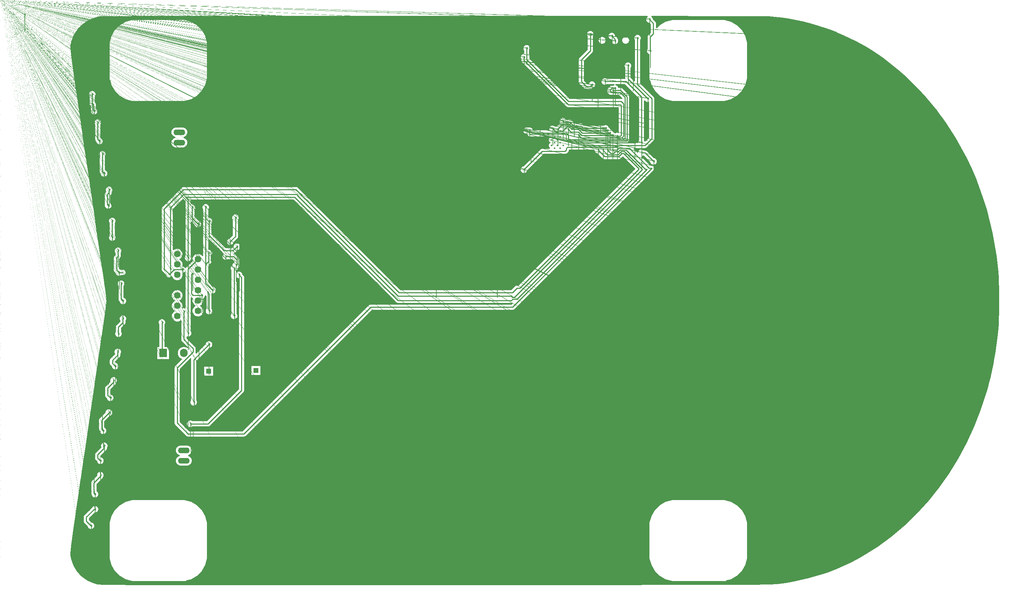
<source format=gbr>
%TF.GenerationSoftware,Flux,Pcbnew,7.0.11-7.0.11~ubuntu20.04.1*%
%TF.CreationDate,2024-08-17T07:39:32+00:00*%
%TF.ProjectId,input,696e7075-742e-46b6-9963-61645f706362,rev?*%
%TF.SameCoordinates,Original*%
%TF.FileFunction,Copper,L2,Bot*%
%TF.FilePolarity,Positive*%
%FSLAX46Y46*%
G04 Gerber Fmt 4.6, Leading zero omitted, Abs format (unit mm)*
G04 Filename: pcbrobot*
G04 Build it with Flux! Visit our site at: https://www.flux.ai (PCBNEW 7.0.11-7.0.11~ubuntu20.04.1) date 2024-08-17 07:39:32*
%MOMM*%
%LPD*%
G01*
G04 APERTURE LIST*
G04 Aperture macros list*
%AMFreePoly0*
4,1,5,0.600000,-0.600000,-0.600000,-0.600000,-0.600000,0.600000,0.600000,0.600000,0.600000,-0.600000,0.600000,-0.600000,$1*%
%AMFreePoly1*
4,1,5,0.810000,-0.810000,-0.810000,-0.810000,-0.810000,0.810000,0.810000,0.810000,0.810000,-0.810000,0.810000,-0.810000,$1*%
%AMFreePoly2*
4,1,5,0.952500,-1.000000,-0.952500,-1.000000,-0.952500,1.000000,0.952500,1.000000,0.952500,-1.000000,0.952500,-1.000000,$1*%
%AMFreePoly3*
4,1,129,0.022069,0.299187,0.036723,0.297744,0.051289,0.295583,0.065730,0.292711,0.080014,0.289133,0.094105,0.284858,0.107969,0.279898,0.121572,0.274263,0.134883,0.267967,0.147869,0.261026,0.160499,0.253456,0.172742,0.245275,0.184569,0.236504,0.195952,0.227163,0.206862,0.217274,0.217274,0.206862,0.227163,0.195952,0.236504,0.184569,0.245275,0.172742,0.253456,0.160499,
0.261026,0.147869,0.267967,0.134883,0.274263,0.121572,0.279898,0.107969,0.284858,0.094105,0.289133,0.080014,0.292711,0.065730,0.295583,0.051289,0.297744,0.036723,0.299187,0.022069,0.299910,0.007362,0.299910,-0.007362,0.299187,-0.022069,0.297744,-0.036723,0.295583,-0.051289,0.292711,-0.065730,0.289133,-0.080014,0.284858,-0.094105,0.279898,-0.107969,0.274263,-0.121572,
0.267967,-0.134883,0.261026,-0.147869,0.253456,-0.160499,0.245275,-0.172742,0.236504,-0.184569,0.227163,-0.195952,0.217274,-0.206862,0.206862,-0.217274,0.195952,-0.227163,0.184569,-0.236504,0.172742,-0.245275,0.160499,-0.253456,0.147869,-0.261026,0.134883,-0.267967,0.121572,-0.274263,0.107969,-0.279898,0.094105,-0.284858,0.080014,-0.289133,0.065730,-0.292711,0.051289,-0.295583,
0.036723,-0.297744,0.022069,-0.299187,0.007362,-0.299910,-0.007362,-0.299910,-0.022069,-0.299187,-0.036723,-0.297744,-0.051289,-0.295583,-0.065730,-0.292711,-0.080014,-0.289133,-0.094105,-0.284858,-0.107969,-0.279898,-0.121572,-0.274263,-0.134883,-0.267967,-0.147869,-0.261026,-0.160499,-0.253456,-0.172742,-0.245275,-0.184569,-0.236504,-0.195952,-0.227163,-0.206862,-0.217274,-0.217274,-0.206862,
-0.227163,-0.195952,-0.236504,-0.184569,-0.245275,-0.172742,-0.253456,-0.160499,-0.261026,-0.147869,-0.267967,-0.134883,-0.274263,-0.121572,-0.279898,-0.107969,-0.284858,-0.094105,-0.289133,-0.080014,-0.292711,-0.065730,-0.295583,-0.051289,-0.297744,-0.036723,-0.299187,-0.022069,-0.299910,-0.007362,-0.299910,0.007362,-0.299187,0.022069,-0.297744,0.036723,-0.295583,0.051289,-0.292711,0.065730,
-0.289133,0.080014,-0.284858,0.094105,-0.279898,0.107969,-0.274263,0.121572,-0.267967,0.134883,-0.261026,0.147869,-0.253456,0.160499,-0.245275,0.172742,-0.236504,0.184569,-0.227163,0.195952,-0.217274,0.206862,-0.206862,0.217274,-0.195952,0.227163,-0.184569,0.236504,-0.172742,0.245275,-0.160499,0.253456,-0.147869,0.261026,-0.134883,0.267967,-0.121572,0.274263,-0.107969,0.279898,
-0.094105,0.284858,-0.080014,0.289133,-0.065730,0.292711,-0.051289,0.295583,-0.036723,0.297744,-0.022069,0.299187,-0.007362,0.299910,0.007362,0.299910,0.022069,0.299187,0.022069,0.299187,$1*%
G04 Aperture macros list end*
%TA.AperFunction,ComponentPad*%
%ADD10FreePoly0,0.000000*%
%TD*%
%TA.AperFunction,ComponentPad*%
%ADD11C,1.200000*%
%TD*%
%TA.AperFunction,ComponentPad*%
%ADD12C,1.620000*%
%TD*%
%TA.AperFunction,ComponentPad*%
%ADD13FreePoly1,180.000000*%
%TD*%
%TA.AperFunction,ComponentPad*%
%ADD14O,2.844800X1.422400*%
%TD*%
%TA.AperFunction,ComponentPad*%
%ADD15C,0.400000*%
%TD*%
%TA.AperFunction,ComponentPad*%
%ADD16O,1.905000X2.000000*%
%TD*%
%TA.AperFunction,ComponentPad*%
%ADD17FreePoly2,0.000000*%
%TD*%
%TA.AperFunction,ComponentPad*%
%ADD18O,1.050000X2.100000*%
%TD*%
%TA.AperFunction,ComponentPad*%
%ADD19FreePoly3,0.000000*%
%TD*%
%TA.AperFunction,Conductor*%
%ADD20C,0.254000*%
%TD*%
%TA.AperFunction,Conductor*%
%ADD21C,0.150000*%
%TD*%
G04 APERTURE END LIST*
D10*
%TO.P,,11dd451d-b724-434b-ae7b-606707503aae__069e37d8-aeec-4689-b924-a539c6a0826c*%
%TO.N,N/C*%
X45231600Y-87592100D03*
D11*
%TO.P,,11dd451d-b724-434b-ae7b-606707503aae__c7aa87eb-2d7b-4b05-9499-11955025c951*%
X50231600Y-87592100D03*
D12*
%TO.P,,3d4fb439-9a18-4c60-baa4-a70e2f1d5308__0041bf39-893d-403b-bf32-5d748c988afa*%
X42598647Y-57528200D03*
%TO.P,,3d4fb439-9a18-4c60-baa4-a70e2f1d5308__31e907fe-b799-443e-a9e1-12bec736ea5f*%
X42598634Y-62608200D03*
D13*
%TO.P,,3d4fb439-9a18-4c60-baa4-a70e2f1d5308__3d236b8d-7dc2-4f27-9f6a-d5ac129cbeee*%
X42598600Y-75308200D03*
D12*
%TO.P,,3d4fb439-9a18-4c60-baa4-a70e2f1d5308__3e2ce5b4-0b03-4a38-abb4-546880fbbcb0*%
X42598607Y-72768200D03*
%TO.P,,3d4fb439-9a18-4c60-baa4-a70e2f1d5308__4d3c38e8-8bf1-4557-837e-e6efb30b13d6*%
X42598620Y-67688200D03*
%TO.P,,3d4fb439-9a18-4c60-baa4-a70e2f1d5308__50f37a7b-065a-4ae4-9a8f-531017cc8614*%
X42598640Y-60068200D03*
%TO.P,,3d4fb439-9a18-4c60-baa4-a70e2f1d5308__7403d676-b909-4059-8d52-5e6c6c17cb13*%
X37518644Y-58798187D03*
%TO.P,,3d4fb439-9a18-4c60-baa4-a70e2f1d5308__9836daf0-5e4d-45c2-b167-878f183ea3d4*%
X37518610Y-71498187D03*
%TO.P,,3d4fb439-9a18-4c60-baa4-a70e2f1d5308__a84dd680-fb21-4979-abb8-4e27cbb38ae9*%
X37518630Y-63878187D03*
%TO.P,,3d4fb439-9a18-4c60-baa4-a70e2f1d5308__ae4a3ac4-5cd6-4d57-83e9-d0a2ef3c5c10*%
X37518624Y-66418187D03*
%TO.P,,3d4fb439-9a18-4c60-baa4-a70e2f1d5308__b65f6948-eab0-4244-a83f-8731517909b9*%
X42598627Y-65148200D03*
%TO.P,,3d4fb439-9a18-4c60-baa4-a70e2f1d5308__cc6eac05-0780-4057-838a-3533a07bd80e*%
X37518637Y-61338187D03*
%TO.P,,3d4fb439-9a18-4c60-baa4-a70e2f1d5308__ebddf6eb-e30f-40ac-a593-5dec744e30d8*%
X37518603Y-74038187D03*
%TO.P,,3d4fb439-9a18-4c60-baa4-a70e2f1d5308__eddd9a3f-838c-4717-beb6-0b8de3e6b6f8*%
X37518617Y-68958187D03*
%TO.P,,3d4fb439-9a18-4c60-baa4-a70e2f1d5308__ef127274-4f96-45d5-a892-edd8f8a8043d*%
X42598613Y-70228200D03*
D14*
%TO.P,,7950b41d-4d9a-49e5-8af3-aa804f3a5f31__0665d034-0e3b-4982-b9f7-27379619e52e*%
X39149995Y-107010400D03*
%TO.P,,7950b41d-4d9a-49e5-8af3-aa804f3a5f31__3851f02c-9e34-4638-9440-794def37075c*%
X39150005Y-109550400D03*
D10*
%TO.P,,81d83770-3d27-43c1-bd38-5f4c3ec441b4__069e37d8-aeec-4689-b924-a539c6a0826c*%
X56799500Y-87361400D03*
D11*
%TO.P,,81d83770-3d27-43c1-bd38-5f4c3ec441b4__c7aa87eb-2d7b-4b05-9499-11955025c951*%
X61799500Y-87361400D03*
D14*
%TO.P,,87cefd8e-180d-49af-bb2f-7a21747308f0__0665d034-0e3b-4982-b9f7-27379619e52e*%
X38044995Y-28865700D03*
%TO.P,,87cefd8e-180d-49af-bb2f-7a21747308f0__3851f02c-9e34-4638-9440-794def37075c*%
X38045005Y-31405700D03*
D15*
%TO.P,,b97e5510-c85f-47e8-81e7-1995856569ba__ee3a696f-ef70-402c-ab0c-7137ed4eee28.defaultFootprint.mounts.183bc2e5b0fd3164e75ded3f1243107f*%
X129438099Y-32105604D03*
%TO.P,,b97e5510-c85f-47e8-81e7-1995856569ba__ee3a696f-ef70-402c-ab0c-7137ed4eee28.defaultFootprint.mounts.9dc978c55082aad2fafacdbd9f5f57bc*%
X129438098Y-30705604D03*
%TO.P,,b97e5510-c85f-47e8-81e7-1995856569ba__ee3a696f-ef70-402c-ab0c-7137ed4eee28.defaultFootprint.mounts.a0d68b55a491274f814daab068f0c950*%
X130838099Y-32105603D03*
%TO.P,,b97e5510-c85f-47e8-81e7-1995856569ba__ee3a696f-ef70-402c-ab0c-7137ed4eee28.defaultFootprint.mounts.afcd757d940930679b843bc1e4386240*%
X130838098Y-30705603D03*
%TO.P,,b97e5510-c85f-47e8-81e7-1995856569ba__ee3a696f-ef70-402c-ab0c-7137ed4eee28.defaultFootprint.mounts.4504ff15bdcf4818a54146cc7a8e9a0d*%
X132238099Y-32105601D03*
%TO.P,,b97e5510-c85f-47e8-81e7-1995856569ba__ee3a696f-ef70-402c-ab0c-7137ed4eee28.defaultFootprint.mounts.19f3852e009ba6bfae8a2fce513ef1dd*%
X132238098Y-30705601D03*
%TO.P,,b97e5510-c85f-47e8-81e7-1995856569ba__ee3a696f-ef70-402c-ab0c-7137ed4eee28.defaultFootprint.mounts.6d4d26d8edc27532900a7c937b5e863d*%
X130138100Y-32805603D03*
%TO.P,,b97e5510-c85f-47e8-81e7-1995856569ba__ee3a696f-ef70-402c-ab0c-7137ed4eee28.defaultFootprint.mounts.f2ecf32f083cf9b5783a264d7a48b752*%
X130138098Y-31405603D03*
%TO.P,,b97e5510-c85f-47e8-81e7-1995856569ba__ee3a696f-ef70-402c-ab0c-7137ed4eee28.defaultFootprint.mounts.cf10f8cc0c36fe03b55323802961a88d*%
X130138097Y-30005603D03*
%TO.P,,b97e5510-c85f-47e8-81e7-1995856569ba__ee3a696f-ef70-402c-ab0c-7137ed4eee28.defaultFootprint.mounts.52e844226e796b1c42a9f7f1323ab2f7*%
X131538100Y-32805602D03*
%TO.P,,b97e5510-c85f-47e8-81e7-1995856569ba__ee3a696f-ef70-402c-ab0c-7137ed4eee28.defaultFootprint.mounts.a17b4eabb5e4ad17dbcba1ef557d9230*%
X131538097Y-30005602D03*
%TO.P,,b97e5510-c85f-47e8-81e7-1995856569ba__ee3a696f-ef70-402c-ab0c-7137ed4eee28.defaultFootprint.mounts.fab9ee6953aa1da2d8a8f965443f1f1b*%
X131538098Y-31405602D03*
D16*
%TO.P,,c3ee3767-9d8e-4543-943a-458ba69a5502__45b10458-e8f4-d6e5-f2f4-e885c335e724*%
X39150000Y-83100500D03*
D17*
%TO.P,,c3ee3767-9d8e-4543-943a-458ba69a5502__6744baca-ddb7-041c-8c73-0da7962a508c*%
X34070000Y-83100500D03*
D16*
%TO.P,,c3ee3767-9d8e-4543-943a-458ba69a5502__f760a348-f9f5-4ab2-96f8-a5d14b52e4af*%
X36610000Y-83100500D03*
D18*
%TO.P,,f6a0527c-b1f4-4070-994c-29a0c8339ca9__2326611f-98f6-a130-ac94-da96fde3ec8f*%
X140402489Y-6789889D03*
%TO.P,,f6a0527c-b1f4-4070-994c-29a0c8339ca9__9415c64b-4f59-a6d9-e7ea-dc5b1de656fb*%
X149042489Y-6789911D03*
%TO.P,,f6a0527c-b1f4-4070-994c-29a0c8339ca9__9b3c6dc7-8e8d-43a0-5d61-3a6777006a6c*%
X149042500Y-2609911D03*
%TO.P,,f6a0527c-b1f4-4070-994c-29a0c8339ca9__e8284091-fcc7-bc14-948c-a2f31e589c00*%
X140402500Y-2609889D03*
D19*
%TO.P,,21097a8c-3322-4314-b54c-ea65b3d3f560*%
%TO.N,Net 22*%
X144193100Y-5202600D03*
%TO.P,,8e07144a-59e2-406a-8c70-4a1831f4b334*%
X144972500Y-6417700D03*
%TO.P,,d7276a7d-1756-4d4e-b1db-77ad6119a7af*%
X144472500Y-18565000D03*
%TO.P,,d90e4ff0-f81e-4c9b-8678-edc017b0cbac*%
X123318100Y-28460600D03*
%TO.P,,271c4f62-d9a9-413c-b752-481002143b35*%
%TO.N,Net 48*%
X145485200Y-29779600D03*
%TO.P,,34bdaef2-84ac-4a3e-99ab-2b194075fe7e*%
X145485200Y-32479000D03*
%TO.P,,a09bfb10-d491-4fce-b151-91fce2e9bd3b*%
X122649200Y-10379900D03*
%TO.P,,e3906037-e450-4234-872c-996dbb8adb8a*%
X122632600Y-38037400D03*
%TO.P,,03a24066-cccd-4dbb-bffc-18b401dcf03b*%
%TO.N,GND*%
X19778700Y-82813000D03*
%TO.P,,03e531b0-d921-4b37-9cc1-aa8f5a849cd3*%
X13690500Y-10168100D03*
%TO.P,,0695d9b0-18d0-4e45-bc03-c39b005aaa71*%
X15332800Y-27874600D03*
%TO.P,,0774190a-54e5-4804-b208-cc1677017957*%
X20283900Y-54503700D03*
%TO.P,,0848497c-6746-4469-865b-efc70120aea0*%
X21272500Y-66774800D03*
%TO.P,,13773a89-e242-4362-8293-240314f29325*%
X17660100Y-43570700D03*
%TO.P,,16780fe7-a314-4ae0-a5a6-246cef701337*%
X148522300Y-19598200D03*
%TO.P,,1a8096bf-b77c-41f8-a21d-c015ba8bfd9c*%
X21109900Y-74866200D03*
%TO.P,,1b99add2-fc13-4789-9da4-95c3b3129560*%
X15752600Y-23926600D03*
%TO.P,,1e6a102d-1c0c-4fd7-9e37-abd06eb5c44e*%
X17989400Y-38533700D03*
%TO.P,,1f2f9fc5-85da-4694-a75e-00580fd3385a*%
X23085200Y-71286300D03*
%TO.P,,1f3e4a2b-b09f-4ce4-b9ab-6be1233666ab*%
X18891300Y-46400800D03*
%TO.P,,21f66e6b-b524-421c-84f7-78e77f0bae56*%
X51455000Y-9103400D03*
%TO.P,,24ef2ddd-3a3f-4b6a-9109-34fb0351bfed*%
X14635800Y-15970700D03*
%TO.P,,28ec12f4-0189-469b-8307-8e7f10284c53*%
X16341100Y-106461000D03*
%TO.P,,2a419ae4-0599-4b01-963e-8f823185ec1d*%
X14731200Y-125709500D03*
%TO.P,,41a450a1-5498-4a00-a8dd-64a94375edc1*%
X14049300Y-121995200D03*
%TO.P,,4d8e6ef1-5df1-45cb-8a5e-ffa871f3277f*%
X13952700Y-19651000D03*
%TO.P,,52df29db-ee6f-4685-8440-5923294b0989*%
X14731200Y-125709500D03*
%TO.P,,5536126f-5bd6-42a8-9f19-43f14ef3df4e*%
X17199000Y-98575800D03*
%TO.P,,56538a78-5fa6-4a30-a2ff-30315644d31a*%
X34920700Y-71608900D03*
%TO.P,,68b776c2-5455-49a7-b716-1c3dda6a66e7*%
X18924600Y-51006500D03*
%TO.P,,6cd1ab35-6b48-4dc2-8b8f-b3eb4cceda72*%
X21482600Y-62289000D03*
%TO.P,,719a1e13-ba7c-4a1c-a2ea-96eb97baf99e*%
X49747200Y-21443400D03*
%TO.P,,72933a7c-8a0a-4892-a446-4305541c8ca6*%
X14896100Y-7374900D03*
%TO.P,,7b1e5c3c-7ea0-49ae-9b50-db0efb30a01c*%
X17071400Y-110975200D03*
%TO.P,,7df85593-2522-412f-8855-4686833657e0*%
X141311000Y-4877000D03*
%TO.P,,7e2598a1-58ca-43d0-891d-baa4dc4e1062*%
X149828400Y-31405600D03*
%TO.P,,7e281cce-3c0f-4f33-93a6-cde97d56b76b*%
X0Y0D03*
%TO.P,,8070cdf5-0c82-4764-9b77-fe112907612d*%
X55321100Y-62608200D03*
%TO.P,,84c8e793-c42a-4680-84d8-f1c4f55de0eb*%
X21606500Y-78479500D03*
%TO.P,,89a3f466-81e0-453e-a843-f9f8d2430899*%
X16783800Y-31463100D03*
%TO.P,,8dad2146-9ab2-4df1-9beb-3475a91a67ed*%
X19097900Y-97982400D03*
%TO.P,,90f2b947-0c0d-427b-a653-3e90ef86496f*%
X135986500Y-1148100D03*
%TO.P,,9a3481c6-3558-4c16-90b0-5e2d8a53544b*%
X18385800Y-102455700D03*
%TO.P,,b2f68bc6-ebc1-47c1-97d7-6b5ca2735888*%
X15901800Y-117663800D03*
%TO.P,,b6a221ed-5c26-4281-8dac-1fbbf5dc0141*%
X20283900Y-57958200D03*
%TO.P,,b7425fac-1456-4cea-b354-e53cecaff7b6*%
X13585300Y-129172100D03*
%TO.P,,bc641573-167b-4bd3-9ebe-e6fc5c324d00*%
X134296200Y-31405600D03*
%TO.P,,d7fd46c1-9247-42ba-900c-87abd7d93b3e*%
X16537000Y-35589900D03*
%TO.P,,e74acd86-69de-4aa5-a0ae-b63017a1a0bc*%
X52811400Y-53755400D03*
%TO.P,,ea9eb722-2d2c-46c5-8268-e109cb1c6279*%
X18741800Y-90726800D03*
%TO.P,,f11cd5a0-b3f9-4682-a3df-2ddbd25ddab1*%
X20640700Y-86734200D03*
%TO.P,,fcf0a238-e9c7-4144-8a94-07b125d66294*%
X15195200Y-114079500D03*
%TO.P,,09d41dc0-b1be-431f-86ca-87c4d5b4795b.via9.12*%
X191032200Y-5384000D03*
%TO.P,,09d41dc0-b1be-431f-86ca-87c4d5b4795b.via9.8*%
X131032200Y-5384000D03*
%TO.P,,09d41dc0-b1be-431f-86ca-87c4d5b4795b.via9.7*%
X116032200Y-5384000D03*
%TO.P,,09d41dc0-b1be-431f-86ca-87c4d5b4795b.via9.6*%
X101032200Y-5384000D03*
%TO.P,,09d41dc0-b1be-431f-86ca-87c4d5b4795b.via9.5*%
X86032200Y-5384000D03*
%TO.P,,09d41dc0-b1be-431f-86ca-87c4d5b4795b.via9.4*%
X71032200Y-5384000D03*
%TO.P,,09d41dc0-b1be-431f-86ca-87c4d5b4795b.via8.13*%
X206032200Y-20384000D03*
%TO.P,,09d41dc0-b1be-431f-86ca-87c4d5b4795b.via8.12*%
X191032200Y-20384000D03*
%TO.P,,09d41dc0-b1be-431f-86ca-87c4d5b4795b.via8.11*%
X176032200Y-20384000D03*
%TO.P,,09d41dc0-b1be-431f-86ca-87c4d5b4795b.via8.7*%
X116032200Y-20384000D03*
%TO.P,,09d41dc0-b1be-431f-86ca-87c4d5b4795b.via8.6*%
X101032200Y-20384000D03*
%TO.P,,09d41dc0-b1be-431f-86ca-87c4d5b4795b.via8.5*%
X86032200Y-20384000D03*
%TO.P,,09d41dc0-b1be-431f-86ca-87c4d5b4795b.via8.4*%
X71032200Y-20384000D03*
%TO.P,,09d41dc0-b1be-431f-86ca-87c4d5b4795b.via8.3*%
X56032200Y-20384000D03*
%TO.P,,09d41dc0-b1be-431f-86ca-87c4d5b4795b.via7.14*%
X221032200Y-35384000D03*
%TO.P,,09d41dc0-b1be-431f-86ca-87c4d5b4795b.via7.13*%
X206032200Y-35384000D03*
%TO.P,,09d41dc0-b1be-431f-86ca-87c4d5b4795b.via7.12*%
X191032200Y-35384000D03*
%TO.P,,09d41dc0-b1be-431f-86ca-87c4d5b4795b.via7.11*%
X176032200Y-35384000D03*
%TO.P,,09d41dc0-b1be-431f-86ca-87c4d5b4795b.via7.10*%
X161032200Y-35384000D03*
%TO.P,,09d41dc0-b1be-431f-86ca-87c4d5b4795b.via7.8*%
X131032200Y-35384000D03*
%TO.P,,09d41dc0-b1be-431f-86ca-87c4d5b4795b.via7.7*%
X116032200Y-35384000D03*
%TO.P,,09d41dc0-b1be-431f-86ca-87c4d5b4795b.via7.6*%
X101032200Y-35384000D03*
%TO.P,,09d41dc0-b1be-431f-86ca-87c4d5b4795b.via7.5*%
X86032200Y-35384000D03*
%TO.P,,09d41dc0-b1be-431f-86ca-87c4d5b4795b.via7.4*%
X71032200Y-35384000D03*
%TO.P,,09d41dc0-b1be-431f-86ca-87c4d5b4795b.via7.3*%
X56032200Y-35384000D03*
%TO.P,,09d41dc0-b1be-431f-86ca-87c4d5b4795b.via7.2*%
X41032200Y-35384000D03*
%TO.P,,09d41dc0-b1be-431f-86ca-87c4d5b4795b.via7.1*%
X26032200Y-35384000D03*
%TO.P,,09d41dc0-b1be-431f-86ca-87c4d5b4795b.via6.15*%
X236032200Y-50384000D03*
%TO.P,,09d41dc0-b1be-431f-86ca-87c4d5b4795b.via6.14*%
X221032200Y-50384000D03*
%TO.P,,09d41dc0-b1be-431f-86ca-87c4d5b4795b.via6.13*%
X206032200Y-50384000D03*
%TO.P,,09d41dc0-b1be-431f-86ca-87c4d5b4795b.via6.12*%
X191032200Y-50384000D03*
%TO.P,,09d41dc0-b1be-431f-86ca-87c4d5b4795b.via6.11*%
X176032200Y-50384000D03*
%TO.P,,09d41dc0-b1be-431f-86ca-87c4d5b4795b.via6.10*%
X161032200Y-50384000D03*
%TO.P,,09d41dc0-b1be-431f-86ca-87c4d5b4795b.via6.9*%
X146032200Y-50384000D03*
%TO.P,,09d41dc0-b1be-431f-86ca-87c4d5b4795b.via6.8*%
X131032200Y-50384000D03*
%TO.P,,09d41dc0-b1be-431f-86ca-87c4d5b4795b.via6.7*%
X116032200Y-50384000D03*
%TO.P,,09d41dc0-b1be-431f-86ca-87c4d5b4795b.via6.6*%
X101032200Y-50384000D03*
%TO.P,,09d41dc0-b1be-431f-86ca-87c4d5b4795b.via6.5*%
X86032200Y-50384000D03*
%TO.P,,09d41dc0-b1be-431f-86ca-87c4d5b4795b.via6.3*%
X56032200Y-50384000D03*
%TO.P,,09d41dc0-b1be-431f-86ca-87c4d5b4795b.via6.1*%
X26032200Y-50384000D03*
%TO.P,,09d41dc0-b1be-431f-86ca-87c4d5b4795b.via5.15*%
X236032200Y-65384000D03*
%TO.P,,09d41dc0-b1be-431f-86ca-87c4d5b4795b.via5.14*%
X221032200Y-65384000D03*
%TO.P,,09d41dc0-b1be-431f-86ca-87c4d5b4795b.via5.13*%
X206032200Y-65384000D03*
%TO.P,,09d41dc0-b1be-431f-86ca-87c4d5b4795b.via5.12*%
X191032200Y-65384000D03*
%TO.P,,09d41dc0-b1be-431f-86ca-87c4d5b4795b.via5.11*%
X176032200Y-65384000D03*
%TO.P,,09d41dc0-b1be-431f-86ca-87c4d5b4795b.via5.10*%
X161032200Y-65384000D03*
%TO.P,,09d41dc0-b1be-431f-86ca-87c4d5b4795b.via5.9*%
X146032200Y-65384000D03*
%TO.P,,09d41dc0-b1be-431f-86ca-87c4d5b4795b.via5.8*%
X131032200Y-65384000D03*
%TO.P,,09d41dc0-b1be-431f-86ca-87c4d5b4795b.via5.7*%
X116032200Y-65384000D03*
%TO.P,,09d41dc0-b1be-431f-86ca-87c4d5b4795b.via5.6*%
X101032200Y-65384000D03*
%TO.P,,09d41dc0-b1be-431f-86ca-87c4d5b4795b.via5.4*%
X71032200Y-65384000D03*
%TO.P,,09d41dc0-b1be-431f-86ca-87c4d5b4795b.via5.3*%
X56032200Y-65384000D03*
%TO.P,,09d41dc0-b1be-431f-86ca-87c4d5b4795b.via5.1*%
X26032200Y-65384000D03*
%TO.P,,09d41dc0-b1be-431f-86ca-87c4d5b4795b.via4.15*%
X236032200Y-80384000D03*
%TO.P,,09d41dc0-b1be-431f-86ca-87c4d5b4795b.via4.14*%
X221032200Y-80384000D03*
%TO.P,,09d41dc0-b1be-431f-86ca-87c4d5b4795b.via4.13*%
X206032200Y-80384000D03*
%TO.P,,09d41dc0-b1be-431f-86ca-87c4d5b4795b.via4.12*%
X191032200Y-80384000D03*
%TO.P,,09d41dc0-b1be-431f-86ca-87c4d5b4795b.via4.11*%
X176032200Y-80384000D03*
%TO.P,,09d41dc0-b1be-431f-86ca-87c4d5b4795b.via4.10*%
X161032200Y-80384000D03*
%TO.P,,09d41dc0-b1be-431f-86ca-87c4d5b4795b.via4.9*%
X146032200Y-80384000D03*
%TO.P,,09d41dc0-b1be-431f-86ca-87c4d5b4795b.via4.8*%
X131032200Y-80384000D03*
%TO.P,,09d41dc0-b1be-431f-86ca-87c4d5b4795b.via4.7*%
X116032200Y-80384000D03*
%TO.P,,09d41dc0-b1be-431f-86ca-87c4d5b4795b.via4.6*%
X101032200Y-80384000D03*
%TO.P,,09d41dc0-b1be-431f-86ca-87c4d5b4795b.via4.5*%
X86032200Y-80384000D03*
%TO.P,,09d41dc0-b1be-431f-86ca-87c4d5b4795b.via4.4*%
X71032200Y-80384000D03*
%TO.P,,09d41dc0-b1be-431f-86ca-87c4d5b4795b.via4.3*%
X56032200Y-80384000D03*
%TO.P,,09d41dc0-b1be-431f-86ca-87c4d5b4795b.via4.1*%
X26032200Y-80384000D03*
%TO.P,,09d41dc0-b1be-431f-86ca-87c4d5b4795b.via3.14*%
X221032200Y-95384000D03*
%TO.P,,09d41dc0-b1be-431f-86ca-87c4d5b4795b.via3.13*%
X206032200Y-95384000D03*
%TO.P,,09d41dc0-b1be-431f-86ca-87c4d5b4795b.via3.12*%
X191032200Y-95384000D03*
%TO.P,,09d41dc0-b1be-431f-86ca-87c4d5b4795b.via3.11*%
X176032200Y-95384000D03*
%TO.P,,09d41dc0-b1be-431f-86ca-87c4d5b4795b.via3.10*%
X161032200Y-95384000D03*
%TO.P,,09d41dc0-b1be-431f-86ca-87c4d5b4795b.via3.9*%
X146032200Y-95384000D03*
%TO.P,,09d41dc0-b1be-431f-86ca-87c4d5b4795b.via3.8*%
X131032200Y-95384000D03*
%TO.P,,09d41dc0-b1be-431f-86ca-87c4d5b4795b.via3.7*%
X116032200Y-95384000D03*
%TO.P,,09d41dc0-b1be-431f-86ca-87c4d5b4795b.via3.6*%
X101032200Y-95384000D03*
%TO.P,,09d41dc0-b1be-431f-86ca-87c4d5b4795b.via3.5*%
X86032200Y-95384000D03*
%TO.P,,09d41dc0-b1be-431f-86ca-87c4d5b4795b.via3.4*%
X71032200Y-95384000D03*
%TO.P,,09d41dc0-b1be-431f-86ca-87c4d5b4795b.via3.1*%
X26032200Y-95384000D03*
%TO.P,,09d41dc0-b1be-431f-86ca-87c4d5b4795b.via2.14*%
X221032200Y-110384000D03*
%TO.P,,09d41dc0-b1be-431f-86ca-87c4d5b4795b.via2.13*%
X206032200Y-110384000D03*
%TO.P,,09d41dc0-b1be-431f-86ca-87c4d5b4795b.via2.12*%
X191032200Y-110384000D03*
%TO.P,,09d41dc0-b1be-431f-86ca-87c4d5b4795b.via2.11*%
X176032200Y-110384000D03*
%TO.P,,09d41dc0-b1be-431f-86ca-87c4d5b4795b.via2.10*%
X161032200Y-110384000D03*
%TO.P,,09d41dc0-b1be-431f-86ca-87c4d5b4795b.via2.9*%
X146032200Y-110384000D03*
%TO.P,,09d41dc0-b1be-431f-86ca-87c4d5b4795b.via2.8*%
X131032200Y-110384000D03*
%TO.P,,09d41dc0-b1be-431f-86ca-87c4d5b4795b.via2.7*%
X116032200Y-110384000D03*
%TO.P,,09d41dc0-b1be-431f-86ca-87c4d5b4795b.via2.6*%
X101032200Y-110384000D03*
%TO.P,,09d41dc0-b1be-431f-86ca-87c4d5b4795b.via2.5*%
X86032200Y-110384000D03*
%TO.P,,09d41dc0-b1be-431f-86ca-87c4d5b4795b.via2.4*%
X71032200Y-110384000D03*
%TO.P,,09d41dc0-b1be-431f-86ca-87c4d5b4795b.via2.3*%
X56032200Y-110384000D03*
%TO.P,,09d41dc0-b1be-431f-86ca-87c4d5b4795b.via2.1*%
X26032200Y-110384000D03*
%TO.P,,09d41dc0-b1be-431f-86ca-87c4d5b4795b.via1.13*%
X206032200Y-125384000D03*
%TO.P,,09d41dc0-b1be-431f-86ca-87c4d5b4795b.via1.12*%
X191032200Y-125384000D03*
%TO.P,,09d41dc0-b1be-431f-86ca-87c4d5b4795b.via1.9*%
X146032200Y-125384000D03*
%TO.P,,09d41dc0-b1be-431f-86ca-87c4d5b4795b.via1.8*%
X131032200Y-125384000D03*
%TO.P,,09d41dc0-b1be-431f-86ca-87c4d5b4795b.via1.7*%
X116032200Y-125384000D03*
%TO.P,,09d41dc0-b1be-431f-86ca-87c4d5b4795b.via1.6*%
X101032200Y-125384000D03*
%TO.P,,09d41dc0-b1be-431f-86ca-87c4d5b4795b.via1.5*%
X86032200Y-125384000D03*
%TO.P,,09d41dc0-b1be-431f-86ca-87c4d5b4795b.via1.4*%
X71032200Y-125384000D03*
%TO.P,,09d41dc0-b1be-431f-86ca-87c4d5b4795b.via1.3*%
X56032200Y-125384000D03*
%TO.P,,20f87be1-8c61-4278-bab1-5a61edf1fdd6*%
%TO.N,Net 58*%
X42598600Y-51399400D03*
%TO.P,,3bd76e90-7534-4afa-a1f0-8a6bd6c29d8c*%
X52178500Y-56984800D03*
%TO.P,,7fe7e173-9363-4f7e-9c6d-463063b9bd67*%
X51485400Y-62289000D03*
%TO.P,,89248ac3-be8f-4adb-8e31-42deb6cfe981*%
X45320700Y-50702800D03*
%TO.P,,8c265a2e-0df4-4ea9-b771-8eda125567e2*%
X41166400Y-47280300D03*
%TO.P,,af1009ec-08d8-4ec2-a43d-9eb13cc4e179*%
X51485400Y-73949800D03*
%TO.P,,5a2d5977-b787-4b00-bc1e-202f1bf1a56c*%
%TO.N,Net 20*%
X123318100Y-8237200D03*
%TO.P,,b1fa56cb-1ccb-46fe-b3c7-e3dc8f481317*%
X136018100Y-29570600D03*
%TO.P,,1526e518-6d58-4f73-af20-a9da6e3b2d3e*%
%TO.N,Net 23*%
X130938100Y-28125100D03*
%TO.P,,1981401f-2a07-41ac-a918-d9b6277c5783*%
X142009300Y-33222400D03*
%TO.P,,6e46ce3f-cd0a-4251-b1d8-5930d6a8e4f6*%
X143099600Y-28455800D03*
%TO.P,,ae86df2a-7b90-4759-8911-7eaa8b2fd739*%
X35822800Y-62467600D03*
%TO.P,,0a8e1b84-dac7-41ad-a163-66e78aab6c3f*%
%TO.N,Net 59*%
X44501000Y-47280300D03*
%TO.P,,65338fcd-714e-4495-a50e-5ddd106d1a0c*%
X46199300Y-67637600D03*
%TO.P,,0353831f-53bd-483d-9fc7-5e2adcd1d2e7*%
%TO.N,Net 1*%
X22313500Y-86327300D03*
%TO.P,,09855cc5-b385-4532-b6d1-b2a0eebd562b*%
X22986800Y-57958200D03*
%TO.P,,0c9edfba-443d-4cbf-8c7c-db0828509ff6*%
X154443500Y-36005600D03*
%TO.P,,0f125b12-a477-4c5a-bd27-c650c9e3f13b*%
X138923900Y-4767900D03*
%TO.P,,18b6fb24-8d2c-4eaa-9897-9315de20b38b*%
X17133400Y-23667100D03*
%TO.P,,19e34c1c-2cdb-46f5-9ca3-934897c9ae15*%
X21572600Y-50650600D03*
%TO.P,,30f5a4e6-5462-4ce2-a9da-8c73c2b237d1*%
X21572600Y-54719400D03*
%TO.P,,31cdcfbf-9c69-4631-aed7-53b2b292018c*%
X18014600Y-26474000D03*
%TO.P,,361278ad-d36e-487f-a57a-e9af41438982*%
X17317200Y-121463800D03*
%TO.P,,39c2df4b-0fcb-4e96-a11a-27c3a5c78b1b*%
X18646100Y-113105900D03*
%TO.P,,47ae4275-7334-4780-a281-e789cd678624*%
X19314700Y-102193000D03*
%TO.P,,5612c19b-73c0-4e3d-9132-fbd36d70b655*%
X151487000Y-33866400D03*
%TO.P,,568b14f9-141e-424f-98ef-8638a34d1538*%
X151487000Y-31405400D03*
%TO.P,,699420ee-6528-450b-80ce-e0b9891247b9*%
X151487000Y-33866400D03*
%TO.P,,6bc14e84-bfff-4297-b599-6b3e203c13c1*%
X16643800Y-19541900D03*
%TO.P,,74bd0c1b-05bd-43cc-8832-30f2b356582a*%
X19140600Y-34241800D03*
%TO.P,,774db1a2-e602-4e12-b48a-2d033318c3c9*%
X22920200Y-82812900D03*
%TO.P,,77e49d28-a2e1-48cc-9f0d-9ffdc2c011f6*%
X23085200Y-78373800D03*
%TO.P,,7f1b3490-72a3-41d2-8813-df2085377df0*%
X24192500Y-74631800D03*
%TO.P,,8a670d45-9b19-49bc-ae39-9c5178cc38f9*%
X20792400Y-43005000D03*
%TO.P,,997eaeff-a98c-4407-a520-64b50ab253de*%
X142477100Y-16380100D03*
%TO.P,,9e5523d6-0325-4852-b9ac-8456d9243509*%
X21900700Y-89821000D03*
%TO.P,,a129fdb2-8be6-460a-8dd0-0a16e87bf1b3*%
X24192500Y-70297100D03*
%TO.P,,a13925a8-3aef-46f4-a3c0-b0082aa2a16b*%
X23212600Y-63296400D03*
%TO.P,,a5a70ac1-a477-441a-9940-6248a4277d04*%
X18646000Y-109550500D03*
%TO.P,,a8582d9b-f0c2-42ef-bf48-76f32fb4208c*%
X17317200Y-117766100D03*
%TO.P,,bbfdcba2-84b0-4537-a810-8a0b2870f5d7*%
X23728600Y-66063500D03*
%TO.P,,c0fe2b02-9ac1-46ec-801e-4cf5ba416742*%
X19608900Y-105871800D03*
%TO.P,,c8f86e83-b9a9-4a37-b17f-84ef2988baed*%
X19564900Y-38957900D03*
%TO.P,,d033b0c1-c2ef-4f03-9a64-afeab4b7ae8a*%
X20575400Y-46823600D03*
%TO.P,,d3c0c5fa-5510-4d3a-95b9-d9a38123a67e*%
X21071100Y-94095700D03*
%TO.P,,da018cf8-4b43-4ee6-be5d-6b8564e33bbe*%
X20754800Y-97712800D03*
%TO.P,,e8e01376-498c-4da2-823e-3908b996eb5e*%
X18433100Y-31026900D03*
%TO.P,,f0154003-90e8-499e-b13f-7988aa7e59c0*%
X16358200Y-125536900D03*
%TO.P,,f9e9638f-9429-4d3a-b634-b1f917d76675*%
X139333200Y-17155100D03*
%TO.P,,f2443844-fa32-4acb-9dd2-595047174adb*%
%TO.N,Net 61*%
X52684900Y-63878200D03*
%TO.P,,ff6a7355-2e08-476c-af07-2882d33de4a7*%
X40740000Y-100498900D03*
%TO.P,,275be19f-0a61-4058-8e8f-4d2fa7404802*%
%TO.N,Net 38*%
X133478100Y-28125100D03*
%TO.P,,4ec22908-51a7-4755-b958-ef9065a8e7a3*%
X144386100Y-33222400D03*
%TO.P,,9aeb99ec-da9a-46d7-a680-84da196744d1*%
X144386100Y-29677900D03*
%TO.P,,c135dd76-8a26-480b-be9e-e8e415de00ae*%
X39150000Y-72891000D03*
%TO.P,,a00b9360-705c-4c80-9b00-77582beed782*%
%TO.N,Net 63*%
X153448200Y-1148300D03*
%TO.P,,fc4415d2-5fbf-4920-a073-87b779b298ed*%
X153638400Y-8889600D03*
%TO.P,,432abc54-5d26-4de6-8c90-7b6a93c6a42c*%
%TO.N,Net 32*%
X144977600Y-18065000D03*
%TO.P,,859fe73b-c86b-449d-8522-59cc5ccc7322*%
X124005600Y-28460600D03*
%TO.P,,13fb7e6c-ffa8-4e2a-9e65-09b0af0884b7*%
%TO.N,Net 70*%
X132208100Y-26156100D03*
%TO.P,,1b1e072b-37cf-4624-abae-81934a6227ad*%
X38769900Y-62608200D03*
%TO.P,,bc6154bb-ca00-4d24-9695-4f24786185c3*%
X43514800Y-68958200D03*
%TO.P,,e6eed792-c0bc-4938-92fa-9083eb350032*%
X140801600Y-33222400D03*
%TO.P,,ee597ead-36a3-471d-a988-f4806a7cd96c*%
X142670500Y-27902200D03*
%TO.P,,f77c85aa-ab2a-4ae7-b884-2fc5945615ef*%
X41226700Y-63668200D03*
%TO.P,,19ac69b3-31ba-4b2f-b3ed-6bd659153d39*%
%TO.N,Net 25*%
X40199200Y-59718800D03*
%TO.P,,84e97349-c2f6-4f19-9e9a-831ef21f01e1*%
X129668100Y-27988500D03*
%TO.P,,a94cac96-6e5b-4448-a436-38ca4b11a1ca*%
X143099600Y-33222400D03*
%TO.P,,be1ec125-a14d-4b42-9db6-ddbb8f1852b6*%
X143744500Y-29037900D03*
%TO.P,,11148aa3-fa6b-44ee-83ff-c77de636a38a*%
%TO.N,Net 67*%
X33772200Y-75573200D03*
%TO.P,,2d9f8970-b1d9-4926-8307-9247c4a327f8*%
X50526200Y-55746900D03*
%TO.P,,5cce07dd-7e91-4248-809f-0a0bcf27eee9*%
X44501100Y-61338200D03*
%TO.P,,63732880-b454-466a-8e8b-f2ae7cc6d52c*%
X45320700Y-72768200D03*
%TO.P,,abc5bc15-f456-4ff7-b5b9-4d8e03291311*%
X51819100Y-49843000D03*
%TO.P,,b153476b-f83d-49f2-9551-d1db8113d152*%
X44942200Y-68274000D03*
%TO.P,,fd97c082-140b-4232-a451-3771d51800b2*%
X45274000Y-58554700D03*
%TO.P,,26e090fa-11b9-4635-bdc3-f763744e601c*%
%TO.N,Net 60*%
X41563200Y-95187300D03*
%TO.P,,6162ada6-9a55-42f2-98e2-d7b639b81683*%
X51906400Y-61516300D03*
%TO.P,,7205a281-eda0-4a24-b76a-a87b6c9f4d22*%
X49426900Y-59384600D03*
%TO.P,,f6a3537f-3e80-414e-80ba-4bea7d98be3e*%
X40199200Y-78228200D03*
%TO.P,,fbd2eb05-44f9-474e-8f73-ddd1a1ca4e0f*%
X45320700Y-80985200D03*
%TO.P,,d30c5451-a9bd-4fb7-aaef-7cb0fbee28e4*%
%TO.N,Net 27*%
X148172000Y-12483500D03*
%TO.P,,dd09e7f6-24d8-4af2-b930-99df6b4a8dec*%
X153014200Y-20597800D03*
%TO.P,,764adf35-da29-4a87-84f2-2223e7694c8a*%
%TO.N,Net 51*%
X137288100Y-32105600D03*
%TO.P,,af714748-295a-4d7e-9aa9-4a9c3b180cff*%
X150506200Y-5737600D03*
%TO.P,,09d41dc0-b1be-431f-86ca-87c4d5b4795b.via.island.27*%
%TO.N,GND*%
X44659000Y-75012800D03*
%TO.P,,09d41dc0-b1be-431f-86ca-87c4d5b4795b.via.island.26*%
X42309900Y-55525600D03*
%TO.P,,09d41dc0-b1be-431f-86ca-87c4d5b4795b.via.island.25*%
X49275800Y-52151200D03*
%TO.P,,09d41dc0-b1be-431f-86ca-87c4d5b4795b.via.island.24*%
X38859000Y-55694800D03*
%TO.P,,09d41dc0-b1be-431f-86ca-87c4d5b4795b.via.island.23*%
X47432000Y-70518100D03*
%TO.P,,09d41dc0-b1be-431f-86ca-87c4d5b4795b.via.island.22*%
X52490400Y-58608100D03*
%TO.P,,09d41dc0-b1be-431f-86ca-87c4d5b4795b.via.island.21*%
X45752600Y-56399100D03*
%TO.P,,09d41dc0-b1be-431f-86ca-87c4d5b4795b.via.island.20*%
X123934500Y-5773500D03*
%TO.P,,09d41dc0-b1be-431f-86ca-87c4d5b4795b.via.island.19*%
X18790500Y-42066000D03*
%TO.P,,09d41dc0-b1be-431f-86ca-87c4d5b4795b.via.island.18*%
X46226100Y-92727900D03*
%TO.P,,09d41dc0-b1be-431f-86ca-87c4d5b4795b.via.island.17*%
X45231800Y-84332700D03*
%TO.P,,09d41dc0-b1be-431f-86ca-87c4d5b4795b.via.island.16*%
X40058000Y-97854800D03*
%TO.P,,09d41dc0-b1be-431f-86ca-87c4d5b4795b.via.island.15*%
X141319000Y-24986200D03*
%TO.P,,09d41dc0-b1be-431f-86ca-87c4d5b4795b.via.island.14*%
X124331100Y-32223100D03*
%TO.P,,09d41dc0-b1be-431f-86ca-87c4d5b4795b.via.island.13*%
X48831700Y-63177700D03*
%TO.P,,09d41dc0-b1be-431f-86ca-87c4d5b4795b.via.island.12*%
X38011000Y-50035000D03*
%TO.P,,09d41dc0-b1be-431f-86ca-87c4d5b4795b.via.island.11*%
X146322500Y-14431200D03*
%TO.P,,09d41dc0-b1be-431f-86ca-87c4d5b4795b.via.island.10*%
X140718300Y-19060700D03*
%TO.P,,09d41dc0-b1be-431f-86ca-87c4d5b4795b.via.island.9*%
X136034000Y-4409900D03*
%TO.P,,09d41dc0-b1be-431f-86ca-87c4d5b4795b.via.island.8*%
X126493000Y-26908000D03*
%TO.P,,09d41dc0-b1be-431f-86ca-87c4d5b4795b.via.island.7*%
X42833700Y-48082700D03*
%TO.P,,09d41dc0-b1be-431f-86ca-87c4d5b4795b.via.island.6*%
X152745000Y-26889000D03*
%TO.P,,09d41dc0-b1be-431f-86ca-87c4d5b4795b.via.island.5*%
X42823800Y-81109800D03*
%TO.P,,09d41dc0-b1be-431f-86ca-87c4d5b4795b.via.island.4*%
X40874500Y-104778200D03*
%TO.P,,09d41dc0-b1be-431f-86ca-87c4d5b4795b.via.island.3*%
X41431700Y-52182300D03*
%TO.P,,09d41dc0-b1be-431f-86ca-87c4d5b4795b.via.island.2*%
X149339000Y-14674500D03*
%TO.P,,09d41dc0-b1be-431f-86ca-87c4d5b4795b.via.island.1*%
X41370800Y-101746700D03*
%TO.P,,09d41dc0-b1be-431f-86ca-87c4d5b4795b.via.island.0*%
X134918200Y-25878100D03*
%TD*%
D20*
%TO.N,Net 22*%
X146337500Y-18565000D02*
X147971900Y-20199400D01*
X144472400Y-18565000D02*
X146337400Y-18565000D01*
D21*
X124217100Y-29359600D02*
X123318100Y-28460600D01*
D20*
X144972500Y-6417700D02*
X144972500Y-5981900D01*
D21*
X132717900Y-29359700D02*
X124217100Y-29359700D01*
X133036200Y-30628300D02*
X133036200Y-29677900D01*
D20*
X147971900Y-20199500D02*
X147971900Y-30969900D01*
X133377800Y-30969900D02*
X133036200Y-30628300D01*
X144972500Y-5982000D02*
X144193100Y-5202600D01*
D21*
X133036200Y-29677900D02*
X132718000Y-29359700D01*
D20*
X147971900Y-30969900D02*
X133377700Y-30969900D01*
%TO.N,Net 48*%
X133036200Y-33222400D02*
X132718000Y-33540600D01*
X122649100Y-11150600D02*
X133568900Y-22070400D01*
X145485200Y-32479000D02*
X133362800Y-32479000D01*
X132718000Y-33540600D02*
X127129400Y-33540600D01*
X146535000Y-22238800D02*
X146535000Y-29564600D01*
X122649200Y-10379900D02*
X122649200Y-11150700D01*
X146320000Y-29779700D02*
X145485200Y-29779700D01*
X127129400Y-33540600D02*
X122632600Y-38037400D01*
X146366600Y-22070400D02*
X146535000Y-22238800D01*
X146535000Y-29564700D02*
X146320000Y-29779700D01*
X122632600Y-38037300D02*
X122632800Y-38037100D01*
X133568900Y-22070400D02*
X146366500Y-22070400D01*
X133362800Y-32479000D02*
X133036200Y-32805600D01*
X133036200Y-32805600D02*
X133036200Y-33222400D01*
%TO.N,GND*%
X14731200Y-128026300D02*
X13585400Y-129172100D01*
X148522300Y-19598100D02*
X148522300Y-30969900D01*
X135986400Y-1148100D02*
X136854400Y-1148100D01*
X149828300Y-31405600D02*
X148086700Y-31405600D01*
X19718900Y-50212100D02*
X18924500Y-51006500D01*
X16341100Y-106461000D02*
X16341300Y-106460800D01*
X14731200Y-125709500D02*
X14731200Y-128026300D01*
X18891300Y-46400800D02*
X18891300Y-46452800D01*
X17307500Y-34819500D02*
X16537100Y-35589900D01*
X22211700Y-63401200D02*
X22211700Y-65835600D01*
X20283900Y-54991500D02*
X21257300Y-55964900D01*
X18385800Y-102455700D02*
X18385800Y-104416300D01*
X21482600Y-62289000D02*
X21482600Y-62672000D01*
X16783900Y-31819000D02*
X17307500Y-32342600D01*
X19718900Y-47280300D02*
X19718900Y-50212100D01*
X55321000Y-56265000D02*
X52811400Y-53755400D01*
X15195100Y-114079500D02*
X15195300Y-114079300D01*
X13690500Y-8580500D02*
X14896100Y-7374900D01*
X49747200Y-10811200D02*
X51455000Y-9103400D01*
X13690500Y-10168100D02*
X13690500Y-8580500D01*
X148086700Y-31405600D02*
X148086900Y-31405400D01*
X16067400Y-118122000D02*
X16067400Y-119977000D01*
X20283900Y-54503700D02*
X20283900Y-54991500D01*
X21257300Y-56984800D02*
X20283900Y-57958200D01*
X49747200Y-21443400D02*
X49747200Y-10811200D01*
X18891300Y-46452700D02*
X19718900Y-47280300D01*
X16067500Y-119977000D02*
X14049300Y-121995200D01*
X21482500Y-62672000D02*
X22211700Y-63401200D01*
X21606500Y-78479400D02*
X21606500Y-80985200D01*
X55321100Y-62608200D02*
X55321100Y-56265000D01*
X141311000Y-4696200D02*
X141311000Y-4877000D01*
X17071400Y-110975100D02*
X17071400Y-112203300D01*
X21257300Y-55964800D02*
X21257300Y-56984800D01*
X148086600Y-31405600D02*
X134296200Y-31405600D01*
X21606500Y-80985200D02*
X19778700Y-82813000D01*
X15752600Y-23926600D02*
X15752600Y-27454800D01*
X15752600Y-27454800D02*
X15332800Y-27874600D01*
X14635800Y-18967800D02*
X13952600Y-19651000D01*
X18385800Y-104416200D02*
X16341000Y-106461000D01*
X19097800Y-97982400D02*
X17792400Y-97982400D01*
X17792400Y-97982400D02*
X17199000Y-98575800D01*
X14635800Y-15970700D02*
X14635800Y-18967900D01*
X18634300Y-42596500D02*
X17660100Y-43570700D01*
X20640700Y-86734300D02*
X20640700Y-88827900D01*
X15901800Y-117663800D02*
X15901800Y-117956400D01*
X148522300Y-30970000D02*
X148086700Y-31405600D01*
X16783800Y-31463100D02*
X16783800Y-31818900D01*
X17307500Y-32342600D02*
X17307500Y-34819400D01*
X18634300Y-40383300D02*
X18634300Y-42596500D01*
X20640700Y-88828000D02*
X18741900Y-90726800D01*
X17989400Y-38533700D02*
X17989400Y-39738500D01*
X15901800Y-117956400D02*
X16067400Y-118122000D01*
X34920700Y-71608900D02*
X34920700Y-81411100D01*
X136854400Y-1148100D02*
X140402400Y-4696300D01*
X22211700Y-65835600D02*
X21272500Y-66774800D01*
X14896100Y-7374900D02*
X14896300Y-7374700D01*
X17989500Y-39738500D02*
X18634300Y-40383300D01*
X140402500Y-4696200D02*
X141311100Y-4696200D01*
X34920600Y-81411100D02*
X36610000Y-83100500D01*
X17071400Y-112203300D02*
X15195100Y-114079500D01*
X23085200Y-72891000D02*
X21110000Y-74866200D01*
X23085200Y-71286300D02*
X23085200Y-72890900D01*
%TO.N,Net 58*%
X41166400Y-49967200D02*
X42598600Y-51399400D01*
X45320700Y-54197200D02*
X49081500Y-57958000D01*
X51205300Y-57958000D02*
X52178500Y-56984800D01*
X51485400Y-62289000D02*
X51485400Y-73949800D01*
X41166400Y-47280300D02*
X41166400Y-49967100D01*
X45320700Y-50702800D02*
X45320700Y-54197200D01*
X49081600Y-57958100D02*
X51205200Y-57958100D01*
%TO.N,Net 20*%
X136710700Y-30263300D02*
X136018100Y-29570600D01*
X147090000Y-29779700D02*
X146606400Y-30263300D01*
X146535000Y-21276600D02*
X147090000Y-21831600D01*
X123318100Y-8237200D02*
X123318100Y-11025800D01*
X133568900Y-21276600D02*
X146535100Y-21276600D01*
X146606400Y-30263300D02*
X136710800Y-30263300D01*
X147090000Y-21831600D02*
X147090000Y-29779600D01*
X123318100Y-11025800D02*
X133568900Y-21276600D01*
%TO.N,Net 23*%
X66998000Y-44147300D02*
X66998000Y-44362500D01*
X120213200Y-69459600D02*
X151635400Y-38037400D01*
X145699100Y-34362500D02*
X143149300Y-34362500D01*
X132220800Y-26842300D02*
X130938000Y-28125100D01*
X137098800Y-28455800D02*
X136341200Y-27698200D01*
X143099600Y-28455800D02*
X137098800Y-28455800D01*
X151635300Y-38037400D02*
X151635300Y-37919400D01*
X39095200Y-44147300D02*
X66998000Y-44147300D01*
X119482600Y-69105200D02*
X119837000Y-69459600D01*
X151635300Y-37919400D02*
X147256500Y-33540600D01*
X143149300Y-34362400D02*
X142009300Y-33222400D01*
X136341100Y-27698200D02*
X134545300Y-27698200D01*
X91740700Y-69105200D02*
X119482700Y-69105200D01*
X134545300Y-27698200D02*
X133689500Y-26842400D01*
X133689400Y-26842400D02*
X132220800Y-26842400D01*
X147256400Y-33540600D02*
X146521000Y-33540600D01*
X35822800Y-62467600D02*
X35822800Y-47419800D01*
X146521000Y-33540600D02*
X145699200Y-34362400D01*
X66997900Y-44362500D02*
X91740700Y-69105300D01*
X119837000Y-69459600D02*
X120213200Y-69459600D01*
X35822800Y-47419700D02*
X39095200Y-44147300D01*
%TO.N,Net 59*%
X44501000Y-47280300D02*
X44501000Y-65939300D01*
X44501000Y-65939400D02*
X46199200Y-67637600D01*
%TO.N,Net 1*%
X21572600Y-50650600D02*
X21572600Y-54719400D01*
X136740900Y-10999700D02*
X136740900Y-16447300D01*
X20380800Y-44147300D02*
X20380800Y-46629100D01*
X20460600Y-91702900D02*
X20460600Y-93485300D01*
X24192400Y-75576600D02*
X23085200Y-76683800D01*
X20792400Y-43735700D02*
X20380800Y-44147300D01*
X17071400Y-117520400D02*
X17317200Y-117766200D01*
X151486800Y-20199600D02*
X151487000Y-31405400D01*
X21900700Y-89821000D02*
X21900700Y-90262800D01*
X16958400Y-23667100D02*
X17133400Y-23667100D01*
X23728600Y-66063400D02*
X23728600Y-69833200D01*
X21900600Y-90262800D02*
X20460600Y-91702800D01*
X152304300Y-33866400D02*
X154443500Y-36005600D01*
X15195200Y-124373900D02*
X16358200Y-125536900D01*
X18646100Y-113105900D02*
X18646100Y-113413500D01*
X18014600Y-26474000D02*
X18014600Y-30608400D01*
X21606500Y-84928400D02*
X21606500Y-85620200D01*
X20792400Y-43005000D02*
X20792400Y-43735800D01*
X18014700Y-30608500D02*
X18433100Y-31026900D01*
X136740900Y-16447200D02*
X137907700Y-17614000D01*
X22920200Y-82812900D02*
X22920200Y-83614700D01*
X21606500Y-85620300D02*
X22313500Y-86327300D01*
X22920300Y-83614700D02*
X21606500Y-84928500D01*
X23728600Y-69833100D02*
X24192600Y-70297000D01*
X20460600Y-93485200D02*
X21071200Y-94095800D01*
X23212600Y-63296400D02*
X24192400Y-63296400D01*
X17999100Y-108903500D02*
X18646100Y-109550500D01*
X23085200Y-76683800D02*
X23085200Y-78373800D01*
X16643800Y-21787700D02*
X16958400Y-22102300D01*
X18966300Y-101844600D02*
X19314700Y-102193000D01*
X19608900Y-106461000D02*
X17999100Y-108070800D01*
X17317200Y-121463800D02*
X17122000Y-121463800D01*
X17999100Y-108070700D02*
X17999100Y-108903500D01*
X17122000Y-121463900D02*
X15195200Y-123390700D01*
X16643800Y-19541900D02*
X16643800Y-21787700D01*
X22986800Y-57958200D02*
X22986800Y-59291200D01*
X15195200Y-123390700D02*
X15195200Y-124373900D01*
X138923900Y-8816700D02*
X136740900Y-10999700D01*
X16958400Y-22102300D02*
X16958400Y-23667100D01*
X22617600Y-62701400D02*
X23212600Y-63296400D01*
X138923900Y-4767900D02*
X138923900Y-8816700D01*
X19140700Y-38533700D02*
X19564900Y-38957900D01*
X19608900Y-105871800D02*
X19608900Y-106461000D01*
X142477100Y-16380100D02*
X147667500Y-16380100D01*
X20754800Y-97712800D02*
X20754800Y-97780600D01*
X137907800Y-17614100D02*
X138874200Y-17614100D01*
X20380800Y-46629100D02*
X20575400Y-46823700D01*
X22986800Y-59291200D02*
X22617600Y-59660400D01*
X147667500Y-16380100D02*
X151486900Y-20199500D01*
X138874200Y-17614100D02*
X139333200Y-17155100D01*
X18646100Y-113413600D02*
X17071500Y-114988200D01*
X20754700Y-97780600D02*
X18966300Y-99569000D01*
X151487000Y-33866400D02*
X152304300Y-33866400D01*
X24192500Y-74631800D02*
X24192500Y-75576600D01*
X19140600Y-34241800D02*
X19140600Y-38533600D01*
X17071500Y-114988200D02*
X17071500Y-117520400D01*
X18966300Y-99569000D02*
X18966300Y-101844600D01*
X19564900Y-38957900D02*
X19565100Y-38957700D01*
X22617600Y-59660400D02*
X22617600Y-62701400D01*
%TO.N,Net 61*%
X53295200Y-92254300D02*
X53295200Y-64488500D01*
X45050600Y-100498900D02*
X53295200Y-92254300D01*
X40740000Y-100498900D02*
X45050600Y-100498900D01*
X53295200Y-64488400D02*
X52685000Y-63878200D01*
%TO.N,Net 38*%
X119837000Y-71831500D02*
X154002800Y-37665700D01*
X41403800Y-82004700D02*
X41403800Y-82849200D01*
X53898000Y-102972600D02*
X85039000Y-71831600D01*
X134176600Y-28823700D02*
X133478000Y-28125100D01*
X145485400Y-33222400D02*
X144386200Y-33222400D01*
X85039100Y-71831500D02*
X119837100Y-71831500D01*
X144386100Y-29677900D02*
X136872500Y-29677900D01*
X145902200Y-32805600D02*
X145485400Y-33222400D01*
X37518600Y-100292000D02*
X40199200Y-102972600D01*
X37518600Y-86734300D02*
X37518600Y-100292100D01*
X153382500Y-37665800D02*
X148522300Y-32805600D01*
X136872500Y-29677900D02*
X136018300Y-28823700D01*
X39150000Y-79750800D02*
X41403800Y-82004600D01*
X39150000Y-72891000D02*
X39150000Y-79750800D01*
X41403800Y-82849100D02*
X37518600Y-86734300D01*
X40199200Y-102972600D02*
X53898000Y-102972600D01*
X154002800Y-37665800D02*
X153382400Y-37665800D01*
X148522300Y-32805600D02*
X145902200Y-32805600D01*
X136018300Y-28823600D02*
X134176500Y-28823600D01*
%TO.N,Net 63*%
X154390900Y-2090900D02*
X153448200Y-1148300D01*
X153638400Y-8889700D02*
X153638400Y-5448700D01*
X154390900Y-4696200D02*
X154390900Y-2091000D01*
X153638400Y-5448600D02*
X154390800Y-4696200D01*
%TO.N,Net 32*%
X133036200Y-29037900D02*
X133568900Y-29570600D01*
X146280800Y-19047800D02*
X146337400Y-19104400D01*
X146337400Y-19104400D02*
X147455000Y-20222000D01*
X147455000Y-20222100D02*
X147455000Y-30263300D01*
X143751200Y-18840400D02*
X143833200Y-18840400D01*
X143751200Y-18472800D02*
X143751200Y-18840400D01*
X124582900Y-29037900D02*
X133036200Y-29037900D01*
X147090000Y-30628300D02*
X133568900Y-30628300D01*
X124582900Y-29037900D02*
X124005600Y-28460600D01*
X144040500Y-19047800D02*
X146280700Y-19047800D01*
X147455000Y-30263300D02*
X147090000Y-30628300D01*
X143833100Y-18840400D02*
X144040500Y-19047800D01*
X133568900Y-29570600D02*
X133568900Y-30628300D01*
X143751200Y-18840400D02*
X143751400Y-18840200D01*
X144159000Y-18065000D02*
X143751200Y-18472800D01*
X144977600Y-18065000D02*
X144159000Y-18065000D01*
%TO.N,Net 70*%
X121587900Y-67151500D02*
X150792900Y-37946500D01*
X132453700Y-26401600D02*
X132208100Y-26156000D01*
X43514700Y-68958200D02*
X41451500Y-68958200D01*
X134805800Y-27322000D02*
X133885400Y-26401600D01*
X150792900Y-37946500D02*
X150792900Y-37745700D01*
X147090000Y-34042800D02*
X146677800Y-34042800D01*
X41451500Y-68958200D02*
X40968900Y-68475600D01*
X37007000Y-62608200D02*
X36754400Y-62608200D01*
X91988100Y-68258100D02*
X119789100Y-68258100D01*
X119789100Y-68258100D02*
X120895700Y-67151500D01*
X136710800Y-27465700D02*
X136710800Y-27460100D01*
X34328100Y-47693200D02*
X39095100Y-42926200D01*
X150793000Y-37745800D02*
X147090000Y-34042800D01*
X40968900Y-63668200D02*
X41226700Y-63668200D01*
X66656200Y-42926300D02*
X68860000Y-45130100D01*
X35484300Y-63623800D02*
X34328100Y-62467600D01*
X146677800Y-34042800D02*
X145902200Y-34818400D01*
X136710800Y-27460000D02*
X136572800Y-27322000D01*
X142397600Y-34818400D02*
X140801600Y-33222400D01*
X142670500Y-27902200D02*
X137147300Y-27902200D01*
X36754400Y-62608200D02*
X35484400Y-63878200D01*
X34328100Y-62467600D02*
X34328100Y-47693200D01*
X137147400Y-27902200D02*
X136710800Y-27465600D01*
X38769900Y-62608200D02*
X37007100Y-62608200D01*
X35484400Y-63878200D02*
X35484400Y-63623800D01*
X40968900Y-68475600D02*
X40968900Y-63668200D01*
X68860000Y-45130100D02*
X91988000Y-68258100D01*
X39095100Y-42926200D02*
X66656100Y-42926200D01*
X120895700Y-67151500D02*
X121587900Y-67151500D01*
X133885400Y-26401600D02*
X132453600Y-26401600D01*
X145902200Y-34818400D02*
X142397600Y-34818400D01*
X136572700Y-27322000D02*
X134805700Y-27322000D01*
%TO.N,Net 25*%
X40199200Y-45449700D02*
X39525800Y-44776300D01*
X119572300Y-70157500D02*
X119837100Y-69892700D01*
X136018100Y-28125100D02*
X134372100Y-28125100D01*
X136930900Y-29037900D02*
X136018100Y-28125100D01*
X120895600Y-69892700D02*
X152841800Y-37946500D01*
X145136300Y-33516600D02*
X144610100Y-34042800D01*
X66359500Y-44776300D02*
X91740700Y-70157500D01*
X132073700Y-28624000D02*
X130303700Y-28624000D01*
X119837100Y-69892700D02*
X120895700Y-69892700D01*
X130303700Y-28624100D02*
X129668100Y-27988500D01*
X133568900Y-27321900D02*
X133375900Y-27321900D01*
X40199200Y-52121300D02*
X40199200Y-45449700D01*
X145902200Y-33516600D02*
X145136200Y-33516600D01*
X91740700Y-70157500D02*
X119572300Y-70157500D01*
X39525800Y-44776300D02*
X66359600Y-44776300D01*
X137036900Y-29037900D02*
X136930900Y-29037900D01*
X40199200Y-59718800D02*
X40199200Y-52121200D01*
X143744500Y-29037900D02*
X137036900Y-29037900D01*
X133375800Y-27322000D02*
X132572600Y-28125200D01*
X143920000Y-34042800D02*
X143099600Y-33222400D01*
X132572500Y-28125200D02*
X132073700Y-28624000D01*
X146196400Y-33222400D02*
X145902200Y-33516600D01*
X152841800Y-37946500D02*
X152423200Y-37946500D01*
X147699200Y-33222400D02*
X146196400Y-33222400D01*
X144610200Y-34042800D02*
X143920000Y-34042800D01*
X134372100Y-28125100D02*
X133568900Y-27321900D01*
X152423200Y-37946400D02*
X147699200Y-33222400D01*
%TO.N,Net 67*%
X51819100Y-54454100D02*
X50526300Y-55746900D01*
X45320700Y-72768200D02*
X45320700Y-68652400D01*
X45320600Y-68652400D02*
X44942200Y-68274000D01*
X45274000Y-58554700D02*
X45274000Y-60565300D01*
X33772200Y-82802700D02*
X34070000Y-83100500D01*
X33772200Y-75573200D02*
X33772200Y-82802600D01*
X51819100Y-49842900D02*
X51819100Y-54454100D01*
X45273900Y-60565400D02*
X44501100Y-61338200D01*
%TO.N,Net 60*%
X41563200Y-95187300D02*
X41563200Y-84742700D01*
X40199200Y-78228200D02*
X40199200Y-62467600D01*
X49426900Y-59384600D02*
X51331900Y-59384600D01*
X52178500Y-60231200D02*
X52178500Y-61516200D01*
X41563200Y-84742700D02*
X45320600Y-80985300D01*
X40199200Y-62467600D02*
X42598600Y-60068200D01*
X51331900Y-59384600D02*
X52178500Y-60231200D01*
X52178600Y-61516300D02*
X51906400Y-61516300D01*
%TO.N,Net 27*%
X148172000Y-15755600D02*
X153014200Y-20597800D01*
X148172000Y-12483500D02*
X148172000Y-15755700D01*
%TO.N,Net 51*%
X150506200Y-17101200D02*
X154002800Y-20597800D01*
X150506200Y-9215600D02*
X150506200Y-17101200D01*
X154002800Y-30408800D02*
X152306000Y-32105600D01*
X150506200Y-5737600D02*
X150506200Y-9215600D01*
X152306100Y-32105600D02*
X137288100Y-32105600D01*
X154002800Y-20597800D02*
X154002800Y-30408800D01*
%TD*%
%TA.AperFunction,Conductor*%
%TO.N,GND*%
G36*
X152386000Y-31137000D02*
G01*
X152239000Y-31117000D01*
X152124000Y-30913000D01*
X152114000Y-30875000D01*
X152114000Y-21087000D01*
X152299000Y-21010000D01*
X152523000Y-21234000D01*
X152705000Y-21340000D01*
X152707000Y-21341000D01*
X152911000Y-21395000D01*
X153119000Y-21395000D01*
X153259000Y-21358000D01*
X153376000Y-21448000D01*
X153376000Y-30116000D01*
X153353000Y-30171000D01*
X152386000Y-31137000D01*
G37*
%TD.AperFunction*%
%TA.AperFunction,Conductor*%
G36*
X146550000Y-17972000D02*
G01*
X146531000Y-17964000D01*
X146521000Y-17960000D01*
X146468000Y-17953000D01*
X146460000Y-17951000D01*
X146404000Y-17936000D01*
X146358000Y-17938000D01*
X145834000Y-17938000D01*
X145753000Y-17875000D01*
X145723000Y-17762000D01*
X145617000Y-17577000D01*
X145615000Y-17574000D01*
X145466000Y-17426000D01*
X145463000Y-17424000D01*
X145288000Y-17324000D01*
X145286000Y-17323000D01*
X145080000Y-17268000D01*
X145114000Y-17007000D01*
X147375000Y-17007000D01*
X147430000Y-17030000D01*
X150837000Y-20438000D01*
X150860000Y-20493000D01*
X150860000Y-30876000D01*
X150850000Y-30913000D01*
X150745000Y-31096000D01*
X150745000Y-31097000D01*
X150690000Y-31303000D01*
X150690000Y-31391000D01*
X150602000Y-31479000D01*
X148576000Y-31479000D01*
X148488000Y-31337000D01*
X148532000Y-31250000D01*
X148572000Y-31166000D01*
X148576000Y-31152000D01*
X148580000Y-31144000D01*
X148590000Y-31062000D01*
X148591000Y-31059000D01*
X148599000Y-31009000D01*
X148599000Y-31005000D01*
X148600000Y-30996000D01*
X148605000Y-30953000D01*
X148605000Y-30951000D01*
X148601000Y-30933000D01*
X148599000Y-30916000D01*
X148599000Y-20294000D01*
X148600000Y-20275000D01*
X148599000Y-20241000D01*
X148599000Y-20155000D01*
X148598000Y-20147000D01*
X148599000Y-20147000D01*
X148597000Y-20138000D01*
X148596000Y-20129000D01*
X148595000Y-20097000D01*
X148594000Y-20091000D01*
X148574000Y-20026000D01*
X148571000Y-20017000D01*
X148564000Y-19978000D01*
X148564000Y-19977000D01*
X148553000Y-19956000D01*
X148548000Y-19944000D01*
X148540000Y-19919000D01*
X148535000Y-19911000D01*
X148498000Y-19859000D01*
X148494000Y-19851000D01*
X148468000Y-19804000D01*
X148467000Y-19803000D01*
X148429000Y-19769000D01*
X148425000Y-19766000D01*
X146748000Y-18087000D01*
X146737000Y-18080000D01*
X146725000Y-18070000D01*
X146700000Y-18046000D01*
X146698000Y-18044000D01*
X146654000Y-18023000D01*
X146645000Y-18018000D01*
X146594000Y-17985000D01*
X146560000Y-17976000D01*
X146550000Y-17972000D01*
G37*
%TD.AperFunction*%
%TA.AperFunction,Conductor*%
G36*
X43237000Y-50910000D02*
G01*
X43088000Y-50761000D01*
X42906000Y-50657000D01*
X42907000Y-50657000D01*
X42704000Y-50603000D01*
X42670000Y-50583000D01*
X41816000Y-49728000D01*
X41793000Y-49673000D01*
X41793000Y-47808000D01*
X41804000Y-47769000D01*
X41909000Y-47592000D01*
X41909000Y-47591000D01*
X41964000Y-47385000D01*
X41964000Y-47174000D01*
X41910000Y-46969000D01*
X41803000Y-46790000D01*
X41802000Y-46789000D01*
X41657000Y-46643000D01*
X41656000Y-46642000D01*
X41474000Y-46538000D01*
X41269000Y-46483000D01*
X41063000Y-46483000D01*
X40943000Y-46515000D01*
X40826000Y-46425000D01*
X40826000Y-45491000D01*
X40914000Y-45403000D01*
X66067000Y-45403000D01*
X66122000Y-45426000D01*
X91333000Y-70638000D01*
X91344000Y-70645000D01*
X91356000Y-70654000D01*
X91379000Y-70676000D01*
X91381000Y-70678000D01*
X91422000Y-70697000D01*
X91431000Y-70702000D01*
X91481000Y-70736000D01*
X91517000Y-70745000D01*
X91532000Y-70750000D01*
X91551000Y-70760000D01*
X91604000Y-70769000D01*
X91611000Y-70770000D01*
X91674000Y-70787000D01*
X91743000Y-70784000D01*
X119483000Y-70784000D01*
X119493000Y-70785000D01*
X119531000Y-70784000D01*
X119621000Y-70784000D01*
X119722000Y-70769000D01*
X119819000Y-70963000D01*
X119600000Y-71181000D01*
X119545000Y-71204000D01*
X85131000Y-71204000D01*
X85122000Y-71203000D01*
X85081000Y-71204000D01*
X84994000Y-71204000D01*
X84986000Y-71205000D01*
X84986000Y-71204000D01*
X84977000Y-71206000D01*
X84968000Y-71207000D01*
X84934000Y-71208000D01*
X84878000Y-71225000D01*
X84871000Y-71227000D01*
X84820000Y-71238000D01*
X84799000Y-71249000D01*
X84786000Y-71255000D01*
X84754000Y-71265000D01*
X84753000Y-71266000D01*
X84706000Y-71301000D01*
X84697000Y-71306000D01*
X84642000Y-71337000D01*
X84599000Y-71384000D01*
X84596000Y-71387000D01*
X53658000Y-102323000D01*
X53603000Y-102346000D01*
X40492000Y-102346000D01*
X40437000Y-102323000D01*
X38169000Y-100054000D01*
X38146000Y-99999000D01*
X38146000Y-87026000D01*
X38169000Y-86971000D01*
X40780000Y-84360000D01*
X40974000Y-84457000D01*
X40952000Y-84611000D01*
X40950000Y-84620000D01*
X40934000Y-84679000D01*
X40936000Y-84723000D01*
X40936000Y-94659000D01*
X40926000Y-94697000D01*
X40821000Y-94878000D01*
X40819000Y-94883000D01*
X40766000Y-95084000D01*
X40766000Y-95293000D01*
X40818000Y-95490000D01*
X40925000Y-95677000D01*
X40926000Y-95678000D01*
X41075000Y-95826000D01*
X41076000Y-95827000D01*
X41249000Y-95928000D01*
X41459000Y-95985000D01*
X41667000Y-95985000D01*
X41874000Y-95928000D01*
X41873000Y-95928000D01*
X42053000Y-95825000D01*
X42201000Y-95677000D01*
X42304000Y-95498000D01*
X42361000Y-95291000D01*
X42361000Y-95083000D01*
X42304000Y-94873000D01*
X42200000Y-94695000D01*
X42190000Y-94657000D01*
X42190000Y-86492000D01*
X44132000Y-86492000D01*
X44132000Y-88692000D01*
X46332000Y-88692000D01*
X46332000Y-87540000D01*
X49810000Y-87540000D01*
X49810000Y-87646000D01*
X49840000Y-87757000D01*
X49841000Y-87759000D01*
X49892000Y-87847000D01*
X49899000Y-87856000D01*
X49972000Y-87928000D01*
X50072000Y-87986000D01*
X50174000Y-88013000D01*
X50289000Y-88013000D01*
X50391000Y-87986000D01*
X50491000Y-87928000D01*
X50564000Y-87856000D01*
X50571000Y-87847000D01*
X50622000Y-87759000D01*
X50623000Y-87757000D01*
X50653000Y-87646000D01*
X50653000Y-87540000D01*
X50623000Y-87428000D01*
X50571000Y-87337000D01*
X50564000Y-87328000D01*
X50491000Y-87256000D01*
X50492000Y-87256000D01*
X50391000Y-87198000D01*
X50289000Y-87171000D01*
X50174000Y-87171000D01*
X50072000Y-87198000D01*
X49972000Y-87256000D01*
X49899000Y-87328000D01*
X49892000Y-87337000D01*
X49840000Y-87428000D01*
X49810000Y-87540000D01*
X46332000Y-87540000D01*
X46332000Y-86492000D01*
X44132000Y-86492000D01*
X42190000Y-86492000D01*
X42190000Y-85035000D01*
X42213000Y-84980000D01*
X45391000Y-81803000D01*
X45425000Y-81783000D01*
X45635000Y-81726000D01*
X45633000Y-81726000D01*
X45808000Y-81625000D01*
X45809000Y-81624000D01*
X45958000Y-81476000D01*
X45959000Y-81475000D01*
X46066000Y-81288000D01*
X46118000Y-81091000D01*
X46118000Y-80884000D01*
X46065000Y-80681000D01*
X46063000Y-80676000D01*
X45957000Y-80494000D01*
X45812000Y-80349000D01*
X45630000Y-80243000D01*
X45628000Y-80242000D01*
X45424000Y-80188000D01*
X45215000Y-80188000D01*
X45018000Y-80240000D01*
X44831000Y-80347000D01*
X44830000Y-80348000D01*
X44682000Y-80497000D01*
X44681000Y-80498000D01*
X44580000Y-80671000D01*
X44521000Y-80884000D01*
X44502000Y-80917000D01*
X42187000Y-83232000D01*
X41993000Y-83135000D01*
X42015000Y-82981000D01*
X42017000Y-82972000D01*
X42033000Y-82914000D01*
X42031000Y-82869000D01*
X42031000Y-82097000D01*
X42032000Y-82088000D01*
X42031000Y-82047000D01*
X42031000Y-81962000D01*
X42028000Y-81945000D01*
X42027000Y-81900000D01*
X42010000Y-81844000D01*
X42008000Y-81837000D01*
X41997000Y-81786000D01*
X41986000Y-81765000D01*
X41980000Y-81752000D01*
X41970000Y-81721000D01*
X41934000Y-81672000D01*
X41899000Y-81609000D01*
X41851000Y-81565000D01*
X41848000Y-81562000D01*
X39800000Y-79513000D01*
X39777000Y-79458000D01*
X39777000Y-79062000D01*
X39895000Y-78972000D01*
X40095000Y-79026000D01*
X40303000Y-79026000D01*
X40510000Y-78969000D01*
X40509000Y-78969000D01*
X40689000Y-78866000D01*
X40837000Y-78718000D01*
X40940000Y-78538000D01*
X40997000Y-78332000D01*
X40997000Y-78124000D01*
X40940000Y-77914000D01*
X40836000Y-77736000D01*
X40826000Y-77698000D01*
X40826000Y-75240000D01*
X42063000Y-75240000D01*
X42063000Y-75377000D01*
X42100000Y-75515000D01*
X42101000Y-75516000D01*
X42171000Y-75638000D01*
X42269000Y-75736000D01*
X42391000Y-75806000D01*
X42392000Y-75807000D01*
X42530000Y-75844000D01*
X42667000Y-75844000D01*
X42805000Y-75807000D01*
X42806000Y-75806000D01*
X42928000Y-75736000D01*
X43026000Y-75638000D01*
X43096000Y-75516000D01*
X43097000Y-75515000D01*
X43134000Y-75377000D01*
X43134000Y-75240000D01*
X43096000Y-75100000D01*
X43095000Y-75098000D01*
X43029000Y-74982000D01*
X42926000Y-74880000D01*
X42806000Y-74810000D01*
X42804000Y-74809000D01*
X42668000Y-74773000D01*
X42529000Y-74773000D01*
X42393000Y-74809000D01*
X42391000Y-74810000D01*
X42271000Y-74880000D01*
X42168000Y-74982000D01*
X42102000Y-75098000D01*
X42101000Y-75100000D01*
X42063000Y-75240000D01*
X40826000Y-75240000D01*
X40826000Y-69477000D01*
X41011000Y-69400000D01*
X41087000Y-69476000D01*
X41089000Y-69477000D01*
X41138000Y-69501000D01*
X41146000Y-69506000D01*
X41192000Y-69535000D01*
X41222000Y-69543000D01*
X41238000Y-69549000D01*
X41263000Y-69562000D01*
X41322000Y-69570000D01*
X41396000Y-69682000D01*
X41296000Y-70059000D01*
X41296000Y-70398000D01*
X41383000Y-70727000D01*
X41384000Y-70728000D01*
X41385000Y-70733000D01*
X41386000Y-70735000D01*
X41555000Y-71027000D01*
X41800000Y-71272000D01*
X42042000Y-71411000D01*
X42042000Y-71584000D01*
X41800000Y-71725000D01*
X41799000Y-71726000D01*
X41557000Y-71967000D01*
X41556000Y-71968000D01*
X41386000Y-72261000D01*
X41384000Y-72266000D01*
X41296000Y-72598000D01*
X41296000Y-72938000D01*
X41383000Y-73267000D01*
X41384000Y-73268000D01*
X41384000Y-73270000D01*
X41386000Y-73275000D01*
X41556000Y-73568000D01*
X41800000Y-73812000D01*
X42092000Y-73981000D01*
X42097000Y-73983000D01*
X42429000Y-74071000D01*
X42768000Y-74071000D01*
X43101000Y-73983000D01*
X43102000Y-73982000D01*
X43399000Y-73811000D01*
X43400000Y-73810000D01*
X43641000Y-73568000D01*
X43811000Y-73276000D01*
X43812000Y-73273000D01*
X43902000Y-72937000D01*
X43902000Y-72599000D01*
X43812000Y-72263000D01*
X43811000Y-72260000D01*
X43642000Y-71969000D01*
X43398000Y-71725000D01*
X43155000Y-71584000D01*
X43155000Y-71411000D01*
X43397000Y-71272000D01*
X43400000Y-71270000D01*
X43641000Y-71028000D01*
X43642000Y-71027000D01*
X43812000Y-70735000D01*
X43902000Y-70397000D01*
X43902000Y-70057000D01*
X43826000Y-69772000D01*
X43865000Y-69678000D01*
X44004000Y-69596000D01*
X44152000Y-69448000D01*
X44260000Y-69261000D01*
X44310000Y-69072000D01*
X44310000Y-69004000D01*
X44459000Y-68917000D01*
X44653000Y-69028000D01*
X44694000Y-69098000D01*
X44694000Y-72238000D01*
X44684000Y-72276000D01*
X44580000Y-72455000D01*
X44523000Y-72664000D01*
X44523000Y-72873000D01*
X44580000Y-73079000D01*
X44683000Y-73258000D01*
X44831000Y-73406000D01*
X45011000Y-73509000D01*
X45217000Y-73566000D01*
X45425000Y-73566000D01*
X45635000Y-73509000D01*
X45808000Y-73408000D01*
X45809000Y-73407000D01*
X45958000Y-73259000D01*
X45959000Y-73258000D01*
X46066000Y-73071000D01*
X46118000Y-72874000D01*
X46118000Y-72666000D01*
X46065000Y-72464000D01*
X46064000Y-72460000D01*
X45958000Y-72278000D01*
X45948000Y-72240000D01*
X45948000Y-68596000D01*
X45942000Y-68533000D01*
X46031000Y-68435000D01*
X46305000Y-68435000D01*
X46502000Y-68383000D01*
X46689000Y-68276000D01*
X46690000Y-68275000D01*
X46838000Y-68126000D01*
X46940000Y-67948000D01*
X46997000Y-67743000D01*
X46997000Y-67532000D01*
X46940000Y-67325000D01*
X46837000Y-67148000D01*
X46693000Y-67004000D01*
X46691000Y-67003000D01*
X46510000Y-66895000D01*
X46509000Y-66895000D01*
X46303000Y-66840000D01*
X46269000Y-66820000D01*
X45151000Y-65701000D01*
X45128000Y-65646000D01*
X45128000Y-61867000D01*
X45138000Y-61829000D01*
X45242000Y-61648000D01*
X45300000Y-61441000D01*
X45319000Y-61408000D01*
X45747000Y-60980000D01*
X45751000Y-60975000D01*
X45756000Y-60968000D01*
X45764000Y-60958000D01*
X45794000Y-60927000D01*
X45814000Y-60886000D01*
X45819000Y-60877000D01*
X45855000Y-60824000D01*
X45865000Y-60784000D01*
X45870000Y-60770000D01*
X45876000Y-60757000D01*
X45877000Y-60754000D01*
X45887000Y-60689000D01*
X45888000Y-60684000D01*
X45902000Y-60625000D01*
X45901000Y-60601000D01*
X45901000Y-59084000D01*
X45911000Y-59046000D01*
X46016000Y-58864000D01*
X46017000Y-58863000D01*
X46071000Y-58658000D01*
X46071000Y-58449000D01*
X46019000Y-58252000D01*
X45913000Y-58066000D01*
X45764000Y-57917000D01*
X45584000Y-57814000D01*
X45585000Y-57814000D01*
X45378000Y-57757000D01*
X45216000Y-57757000D01*
X45128000Y-57669000D01*
X45128000Y-55154000D01*
X45313000Y-55077000D01*
X48670000Y-58435000D01*
X48678000Y-58440000D01*
X48693000Y-58451000D01*
X48717000Y-58476000D01*
X48721000Y-58478000D01*
X48770000Y-58503000D01*
X48777000Y-58507000D01*
X48819000Y-58534000D01*
X48827000Y-58538000D01*
X48913000Y-58563000D01*
X48955000Y-58729000D01*
X48788000Y-58896000D01*
X48686000Y-59072000D01*
X48629000Y-59279000D01*
X48629000Y-59490000D01*
X48686000Y-59696000D01*
X48687000Y-59697000D01*
X48788000Y-59873000D01*
X48937000Y-60023000D01*
X49124000Y-60130000D01*
X49321000Y-60182000D01*
X49533000Y-60182000D01*
X49730000Y-60130000D01*
X49918000Y-60022000D01*
X49956000Y-60012000D01*
X51040000Y-60012000D01*
X51095000Y-60035000D01*
X51529000Y-60470000D01*
X51552000Y-60525000D01*
X51552000Y-60753000D01*
X51512000Y-60822000D01*
X51418000Y-60877000D01*
X51270000Y-61025000D01*
X51164000Y-61207000D01*
X51162000Y-61212000D01*
X51109000Y-61413000D01*
X51109000Y-61538000D01*
X51068000Y-61608000D01*
X51002000Y-61646000D01*
X50999000Y-61648000D01*
X50848000Y-61799000D01*
X50740000Y-61986000D01*
X50688000Y-62183000D01*
X50688000Y-62395000D01*
X50740000Y-62592000D01*
X50848000Y-62780000D01*
X50858000Y-62818000D01*
X50858000Y-73421000D01*
X50848000Y-73459000D01*
X50740000Y-73647000D01*
X50688000Y-73844000D01*
X50688000Y-74054000D01*
X50689000Y-74057000D01*
X50741000Y-74254000D01*
X50743000Y-74260000D01*
X50849000Y-74441000D01*
X50996000Y-74588000D01*
X51178000Y-74692000D01*
X51383000Y-74747000D01*
X51588000Y-74747000D01*
X51794000Y-74692000D01*
X51793000Y-74692000D01*
X51973000Y-74589000D01*
X51976000Y-74587000D01*
X52120000Y-74442000D01*
X52122000Y-74440000D01*
X52229000Y-74261000D01*
X52283000Y-74057000D01*
X52283000Y-73845000D01*
X52228000Y-73640000D01*
X52228000Y-73639000D01*
X52123000Y-73461000D01*
X52112000Y-73422000D01*
X52112000Y-64640000D01*
X52263000Y-64554000D01*
X52377000Y-64620000D01*
X52607000Y-64684000D01*
X52668000Y-64764000D01*
X52668000Y-91963000D01*
X52645000Y-92018000D01*
X44813000Y-99849000D01*
X44758000Y-99872000D01*
X41269000Y-99872000D01*
X41231000Y-99862000D01*
X41050000Y-99758000D01*
X41051000Y-99758000D01*
X40844000Y-99701000D01*
X40636000Y-99701000D01*
X40430000Y-99758000D01*
X40250000Y-99861000D01*
X40102000Y-100009000D01*
X39995000Y-100196000D01*
X39943000Y-100393000D01*
X39943000Y-100605000D01*
X39995000Y-100802000D01*
X40102000Y-100989000D01*
X40250000Y-101137000D01*
X40437000Y-101244000D01*
X40634000Y-101296000D01*
X40846000Y-101296000D01*
X41043000Y-101244000D01*
X41231000Y-101136000D01*
X41269000Y-101126000D01*
X44961000Y-101126000D01*
X44971000Y-101127000D01*
X45009000Y-101126000D01*
X45095000Y-101126000D01*
X45103000Y-101125000D01*
X45103000Y-101126000D01*
X45112000Y-101124000D01*
X45121000Y-101123000D01*
X45153000Y-101122000D01*
X45161000Y-101121000D01*
X45218000Y-101103000D01*
X45226000Y-101101000D01*
X45272000Y-101092000D01*
X45294000Y-101080000D01*
X45306000Y-101075000D01*
X45332000Y-101066000D01*
X45339000Y-101062000D01*
X45391000Y-101025000D01*
X45399000Y-101021000D01*
X45444000Y-100996000D01*
X45448000Y-100993000D01*
X45471000Y-100966000D01*
X45475000Y-100962000D01*
X53775000Y-92663000D01*
X53777000Y-92661000D01*
X53784000Y-92650000D01*
X53792000Y-92640000D01*
X53814000Y-92617000D01*
X53816000Y-92615000D01*
X53837000Y-92571000D01*
X53842000Y-92562000D01*
X53875000Y-92511000D01*
X53884000Y-92477000D01*
X53888000Y-92467000D01*
X53896000Y-92448000D01*
X53900000Y-92438000D01*
X53907000Y-92385000D01*
X53909000Y-92377000D01*
X53924000Y-92321000D01*
X53922000Y-92275000D01*
X53922000Y-86261000D01*
X55699000Y-86261000D01*
X55699000Y-88461000D01*
X57900000Y-88461000D01*
X57900000Y-87308000D01*
X61378000Y-87308000D01*
X61378000Y-87417000D01*
X61407000Y-87524000D01*
X61409000Y-87527000D01*
X61463000Y-87621000D01*
X61540000Y-87698000D01*
X61636000Y-87753000D01*
X61637000Y-87754000D01*
X61746000Y-87783000D01*
X61853000Y-87783000D01*
X61962000Y-87754000D01*
X61963000Y-87753000D01*
X62059000Y-87698000D01*
X62136000Y-87621000D01*
X62190000Y-87527000D01*
X62192000Y-87524000D01*
X62221000Y-87417000D01*
X62221000Y-87308000D01*
X62192000Y-87199000D01*
X62136000Y-87102000D01*
X62059000Y-87025000D01*
X61963000Y-86970000D01*
X61962000Y-86969000D01*
X61853000Y-86940000D01*
X61746000Y-86940000D01*
X61637000Y-86969000D01*
X61636000Y-86970000D01*
X61540000Y-87025000D01*
X61463000Y-87102000D01*
X61407000Y-87199000D01*
X61378000Y-87308000D01*
X57900000Y-87308000D01*
X57900000Y-86261000D01*
X55699000Y-86261000D01*
X53922000Y-86261000D01*
X53922000Y-64580000D01*
X53923000Y-64571000D01*
X53922000Y-64530000D01*
X53922000Y-64443000D01*
X53921000Y-64435000D01*
X53922000Y-64435000D01*
X53920000Y-64426000D01*
X53919000Y-64417000D01*
X53918000Y-64383000D01*
X53901000Y-64327000D01*
X53899000Y-64320000D01*
X53888000Y-64268000D01*
X53876000Y-64247000D01*
X53869000Y-64232000D01*
X53861000Y-64205000D01*
X53861000Y-64204000D01*
X53825000Y-64155000D01*
X53819000Y-64146000D01*
X53790000Y-64091000D01*
X53744000Y-64050000D01*
X53740000Y-64047000D01*
X53501000Y-63807000D01*
X53481000Y-63773000D01*
X53428000Y-63570000D01*
X53427000Y-63569000D01*
X53323000Y-63389000D01*
X53177000Y-63242000D01*
X53175000Y-63240000D01*
X52988000Y-63133000D01*
X52791000Y-63081000D01*
X52579000Y-63081000D01*
X52381000Y-63133000D01*
X52377000Y-63135000D01*
X52261000Y-63201000D01*
X52112000Y-63114000D01*
X52112000Y-62817000D01*
X52123000Y-62778000D01*
X52227000Y-62602000D01*
X52283000Y-62394000D01*
X52283000Y-62266000D01*
X52323000Y-62196000D01*
X52393000Y-62156000D01*
X52396000Y-62154000D01*
X52484000Y-62066000D01*
X52501000Y-62053000D01*
X52560000Y-62021000D01*
X52564000Y-62018000D01*
X52573000Y-62012000D01*
X52575000Y-62011000D01*
X52637000Y-61942000D01*
X52639000Y-61940000D01*
X52696000Y-61882000D01*
X52698000Y-61878000D01*
X52709000Y-61862000D01*
X52742000Y-61789000D01*
X52743000Y-61787000D01*
X52783000Y-61704000D01*
X52786000Y-61693000D01*
X52795000Y-61623000D01*
X52796000Y-61621000D01*
X52806000Y-61558000D01*
X52806000Y-61552000D01*
X52807000Y-61543000D01*
X52812000Y-61497000D01*
X52808000Y-61480000D01*
X52806000Y-61463000D01*
X52806000Y-60183000D01*
X52804000Y-60174000D01*
X52802000Y-60159000D01*
X52801000Y-60126000D01*
X52784000Y-60071000D01*
X52781000Y-60062000D01*
X52772000Y-60012000D01*
X52772000Y-60010000D01*
X52758000Y-59986000D01*
X52753000Y-59974000D01*
X52746000Y-59952000D01*
X52741000Y-59942000D01*
X52715000Y-59907000D01*
X52710000Y-59899000D01*
X52675000Y-59835000D01*
X52620000Y-59786000D01*
X52616000Y-59783000D01*
X51740000Y-58905000D01*
X51738000Y-58903000D01*
X51727000Y-58896000D01*
X51717000Y-58888000D01*
X51694000Y-58866000D01*
X51691000Y-58864000D01*
X51648000Y-58843000D01*
X51639000Y-58838000D01*
X51588000Y-58805000D01*
X51554000Y-58796000D01*
X51545000Y-58793000D01*
X51440000Y-58747000D01*
X51420000Y-58574000D01*
X51539000Y-58488000D01*
X51547000Y-58483000D01*
X51602000Y-58452000D01*
X51645000Y-58405000D01*
X51648000Y-58402000D01*
X52250000Y-57801000D01*
X52284000Y-57781000D01*
X52486000Y-57727000D01*
X52668000Y-57623000D01*
X52814000Y-57477000D01*
X52921000Y-57294000D01*
X52923000Y-57289000D01*
X52975000Y-57092000D01*
X52976000Y-57089000D01*
X52976000Y-56880000D01*
X52924000Y-56682000D01*
X52816000Y-56495000D01*
X52667000Y-56346000D01*
X52489000Y-56244000D01*
X52284000Y-56187000D01*
X52073000Y-56187000D01*
X51868000Y-56244000D01*
X51690000Y-56346000D01*
X51541000Y-56495000D01*
X51433000Y-56682000D01*
X51381000Y-56880000D01*
X51361000Y-56915000D01*
X50967000Y-57308000D01*
X50912000Y-57331000D01*
X49373000Y-57331000D01*
X49318000Y-57308000D01*
X47651498Y-55641000D01*
X49729000Y-55641000D01*
X49729000Y-55853000D01*
X49781000Y-56050000D01*
X49889000Y-56238000D01*
X49891000Y-56240000D01*
X50037000Y-56385000D01*
X50217000Y-56489000D01*
X50218000Y-56490000D01*
X50423000Y-56544000D01*
X50632000Y-56544000D01*
X50829000Y-56492000D01*
X51016000Y-56385000D01*
X51163000Y-56238000D01*
X51267000Y-56058000D01*
X51271000Y-56048000D01*
X51326000Y-55849000D01*
X51345000Y-55816000D01*
X52297000Y-54864000D01*
X52299000Y-54860000D01*
X52312000Y-54843000D01*
X52337000Y-54819000D01*
X52337000Y-54818000D01*
X52359000Y-54773000D01*
X52363000Y-54766000D01*
X52395000Y-54716000D01*
X52396000Y-54713000D01*
X52404000Y-54683000D01*
X52410000Y-54667000D01*
X52422000Y-54644000D01*
X52430000Y-54587000D01*
X52432000Y-54577000D01*
X52448000Y-54519000D01*
X52446000Y-54480000D01*
X52446000Y-50372000D01*
X52456000Y-50334000D01*
X52560000Y-50154000D01*
X52617000Y-49947000D01*
X52617000Y-49739000D01*
X52560000Y-49533000D01*
X52457000Y-49353000D01*
X52309000Y-49205000D01*
X52122000Y-49098000D01*
X51925000Y-49046000D01*
X51713000Y-49046000D01*
X51516000Y-49098000D01*
X51329000Y-49205000D01*
X51181000Y-49353000D01*
X51073000Y-49540000D01*
X51073000Y-49542000D01*
X51022000Y-49737000D01*
X51022000Y-49951000D01*
X51074000Y-50146000D01*
X51182000Y-50334000D01*
X51192000Y-50372000D01*
X51192000Y-54162000D01*
X51169000Y-54217000D01*
X50456000Y-54929000D01*
X50422000Y-54949000D01*
X50213000Y-55006000D01*
X50039000Y-55107000D01*
X50038000Y-55108000D01*
X49889000Y-55256000D01*
X49888000Y-55257000D01*
X49781000Y-55444000D01*
X49729000Y-55641000D01*
X47651498Y-55641000D01*
X45971000Y-53960000D01*
X45948000Y-53905000D01*
X45948000Y-51231000D01*
X45958000Y-51193000D01*
X46063000Y-51012000D01*
X46065000Y-51008000D01*
X46065000Y-51007000D01*
X46118000Y-50806000D01*
X46118000Y-50597000D01*
X46066000Y-50400000D01*
X45960000Y-50215000D01*
X45958000Y-50212000D01*
X45809000Y-50064000D01*
X45808000Y-50063000D01*
X45635000Y-49962000D01*
X45425000Y-49905000D01*
X45216000Y-49905000D01*
X45128000Y-49817000D01*
X45128000Y-47809000D01*
X45138000Y-47771000D01*
X45246000Y-47583000D01*
X45298000Y-47388000D01*
X45298000Y-47178000D01*
X45244000Y-46972000D01*
X45243000Y-46971000D01*
X45139000Y-46791000D01*
X44992000Y-46643000D01*
X44991000Y-46642000D01*
X44805000Y-46535000D01*
X44607000Y-46483000D01*
X44395000Y-46483000D01*
X44197000Y-46535000D01*
X44011000Y-46642000D01*
X44010000Y-46643000D01*
X43863000Y-46791000D01*
X43759000Y-46971000D01*
X43758000Y-46972000D01*
X43704000Y-47178000D01*
X43704000Y-47388000D01*
X43756000Y-47583000D01*
X43864000Y-47771000D01*
X43874000Y-47809000D01*
X43874000Y-59239000D01*
X43689000Y-59316000D01*
X43399000Y-59026000D01*
X43106000Y-58856000D01*
X43103000Y-58855000D01*
X42767000Y-58765000D01*
X42430000Y-58765000D01*
X42094000Y-58855000D01*
X42091000Y-58856000D01*
X41799000Y-59026000D01*
X41556000Y-59268000D01*
X41386000Y-59561000D01*
X41384000Y-59566000D01*
X41296000Y-59899000D01*
X41296000Y-60240000D01*
X41335000Y-60387000D01*
X41315000Y-60465000D01*
X39721000Y-62058000D01*
X39719000Y-62062000D01*
X39706000Y-62079000D01*
X39681000Y-62104000D01*
X39640000Y-62194000D01*
X39458000Y-62204000D01*
X39407000Y-62118000D01*
X39261000Y-61971000D01*
X39073000Y-61863000D01*
X38836000Y-61800000D01*
X38773000Y-61693000D01*
X38822000Y-61509000D01*
X38822000Y-61169000D01*
X38733000Y-60836000D01*
X38731000Y-60830000D01*
X38562000Y-60539000D01*
X38318000Y-60295000D01*
X38075000Y-60154000D01*
X38075000Y-59981000D01*
X38317000Y-59842000D01*
X38320000Y-59840000D01*
X38559000Y-59600000D01*
X38562000Y-59597000D01*
X38731000Y-59306000D01*
X38732000Y-59303000D01*
X38822000Y-58967000D01*
X38822000Y-58629000D01*
X38732000Y-58293000D01*
X38731000Y-58290000D01*
X38562000Y-57999000D01*
X38318000Y-57755000D01*
X38026000Y-57586000D01*
X38023000Y-57585000D01*
X37687000Y-57495000D01*
X37350000Y-57495000D01*
X37014000Y-57585000D01*
X37011000Y-57586000D01*
X36720000Y-57755000D01*
X36635000Y-57840000D01*
X36450000Y-57763000D01*
X36450000Y-47711000D01*
X36473000Y-47656000D01*
X38934000Y-45196000D01*
X39058000Y-45196000D01*
X39549000Y-45687000D01*
X39572000Y-45742000D01*
X39572000Y-59190000D01*
X39562000Y-59228000D01*
X39454000Y-59416000D01*
X39402000Y-59613000D01*
X39402000Y-59823000D01*
X39455000Y-60023000D01*
X39458000Y-60030000D01*
X39563000Y-60210000D01*
X39708000Y-60355000D01*
X39890000Y-60461000D01*
X39892000Y-60462000D01*
X40096000Y-60516000D01*
X40305000Y-60516000D01*
X40502000Y-60464000D01*
X40689000Y-60357000D01*
X40690000Y-60356000D01*
X40838000Y-60207000D01*
X40839000Y-60206000D01*
X40940000Y-60033000D01*
X40997000Y-59824000D01*
X40997000Y-59615000D01*
X40940000Y-59409000D01*
X40836000Y-59228000D01*
X40826000Y-59190000D01*
X40826000Y-57461000D01*
X42063000Y-57461000D01*
X42063000Y-57598000D01*
X42101000Y-57737000D01*
X42171000Y-57858000D01*
X42269000Y-57956000D01*
X42391000Y-58026000D01*
X42392000Y-58027000D01*
X42530000Y-58064000D01*
X42667000Y-58064000D01*
X42805000Y-58027000D01*
X42806000Y-58026000D01*
X42928000Y-57956000D01*
X43026000Y-57858000D01*
X43097000Y-57737000D01*
X43099000Y-57731000D01*
X43133000Y-57602000D01*
X43134000Y-57599000D01*
X43134000Y-57461000D01*
X43098000Y-57322000D01*
X43097000Y-57321000D01*
X43026000Y-57197000D01*
X42928000Y-57101000D01*
X42806000Y-57030000D01*
X42804000Y-57029000D01*
X42668000Y-56993000D01*
X42529000Y-56993000D01*
X42393000Y-57029000D01*
X42391000Y-57030000D01*
X42271000Y-57100000D01*
X42168000Y-57202000D01*
X42166000Y-57205000D01*
X42102000Y-57318000D01*
X42101000Y-57320000D01*
X42063000Y-57461000D01*
X40826000Y-57461000D01*
X40826000Y-50775000D01*
X41011000Y-50698000D01*
X41781000Y-51469000D01*
X41801000Y-51503000D01*
X41855000Y-51709000D01*
X41959000Y-51885000D01*
X41964000Y-51892000D01*
X42105000Y-52033000D01*
X42111000Y-52037000D01*
X42289000Y-52143000D01*
X42494000Y-52197000D01*
X42703000Y-52197000D01*
X42908000Y-52143000D01*
X43088000Y-52035000D01*
X43090000Y-52034000D01*
X43235000Y-51892000D01*
X43341000Y-51707000D01*
X43396000Y-51503000D01*
X43396000Y-51297000D01*
X43341000Y-51092000D01*
X43237000Y-50910000D01*
G37*
%TD.AperFunction*%
%TA.AperFunction,Conductor*%
G36*
X154088000Y-661000D02*
G01*
X153911000Y-484000D01*
X153988000Y-299000D01*
X156250000Y-301000D01*
X169833000Y-323000D01*
X179000000Y-349000D01*
X182632000Y-380000D01*
X182637000Y-380000D01*
X184284000Y-512000D01*
X184287000Y-509000D01*
X186036000Y-708000D01*
X186039000Y-708000D01*
X187727000Y-956000D01*
X187729000Y-956000D01*
X189415000Y-1261000D01*
X189417000Y-1261000D01*
X191077000Y-1618000D01*
X191079000Y-1618000D01*
X192733000Y-2032000D01*
X192735000Y-2032000D01*
X194400000Y-2508000D01*
X194403000Y-2509000D01*
X196039000Y-3034000D01*
X196041000Y-3034000D01*
X197623000Y-3600000D01*
X197627000Y-3597000D01*
X199374000Y-4282000D01*
X199377000Y-4286000D01*
X200986000Y-4976000D01*
X200988000Y-4976000D01*
X202630000Y-5739000D01*
X202632000Y-5740000D01*
X204056000Y-6453000D01*
X204058000Y-6454000D01*
X205479000Y-7217000D01*
X205481000Y-7221000D01*
X206828000Y-7997000D01*
X206830000Y-7998000D01*
X208179000Y-8828000D01*
X208180000Y-8829000D01*
X209498000Y-9695000D01*
X209500000Y-9697000D01*
X210819000Y-10621000D01*
X210821000Y-10622000D01*
X212114000Y-11584000D01*
X212116000Y-11586000D01*
X213387000Y-12588000D01*
X213388000Y-12589000D01*
X214664000Y-13656000D01*
X214665000Y-13657000D01*
X215925000Y-14765000D01*
X215926000Y-14766000D01*
X217168000Y-15921000D01*
X217169000Y-15922000D01*
X218420000Y-17144000D01*
X218421000Y-17145000D01*
X219442000Y-18182000D01*
X219442000Y-18186000D01*
X220361000Y-19159000D01*
X220362000Y-19160000D01*
X221290000Y-20185000D01*
X221291000Y-20186000D01*
X222189000Y-21220000D01*
X222190000Y-21221000D01*
X223074000Y-22285000D01*
X223075000Y-22286000D01*
X223930000Y-23359000D01*
X223931000Y-23360000D01*
X224758000Y-24447000D01*
X224759000Y-24448000D01*
X225574000Y-25565000D01*
X225575000Y-25567000D01*
X226363000Y-26698000D01*
X226363000Y-26699000D01*
X227132000Y-27850000D01*
X227133000Y-27852000D01*
X227882000Y-29027000D01*
X227883000Y-29028000D01*
X228608000Y-30217000D01*
X228609000Y-30219000D01*
X230011000Y-32672000D01*
X230012000Y-32674000D01*
X231298000Y-35127000D01*
X231299000Y-35129000D01*
X232498000Y-37638000D01*
X232499000Y-37640000D01*
X233586000Y-40159000D01*
X233587000Y-40161000D01*
X234590000Y-42747000D01*
X234591000Y-42750000D01*
X235490000Y-45355000D01*
X235491000Y-45358000D01*
X236306000Y-48046000D01*
X236307000Y-48048000D01*
X237026000Y-50782000D01*
X237027000Y-50785000D01*
X237657000Y-53569000D01*
X237657000Y-53572000D01*
X238205000Y-56454000D01*
X238205000Y-56457000D01*
X238663000Y-59390000D01*
X238664000Y-59392000D01*
X239041000Y-62417000D01*
X239041000Y-62420000D01*
X239113000Y-63261000D01*
X239116000Y-63264000D01*
X239186000Y-64486000D01*
X239184000Y-64488000D01*
X239231000Y-65718000D01*
X239231000Y-65719000D01*
X239266000Y-67139000D01*
X239266000Y-67140000D01*
X239287000Y-68648000D01*
X239287000Y-68649000D01*
X239295000Y-70202000D01*
X239287000Y-71755000D01*
X239287000Y-71756000D01*
X239266000Y-73264000D01*
X239266000Y-73265000D01*
X239231000Y-74686000D01*
X239231000Y-74687000D01*
X239184000Y-75912000D01*
X239186000Y-75914000D01*
X239116000Y-77136000D01*
X239113000Y-77139000D01*
X239047000Y-77912000D01*
X239050000Y-77916000D01*
X238884000Y-79351000D01*
X238883000Y-79352000D01*
X238722000Y-80602000D01*
X238722000Y-80603000D01*
X238540000Y-81883000D01*
X238540000Y-81884000D01*
X238344000Y-83142000D01*
X238344000Y-83143000D01*
X238134000Y-84384000D01*
X238134000Y-84385000D01*
X237908000Y-85605000D01*
X237908000Y-85606000D01*
X237667000Y-86810000D01*
X237667000Y-86811000D01*
X237411000Y-87999000D01*
X237410000Y-88000000D01*
X237138000Y-89172000D01*
X237138000Y-89174000D01*
X236852000Y-90326000D01*
X236852000Y-90327000D01*
X236548000Y-91477000D01*
X236548000Y-91478000D01*
X236233000Y-92596000D01*
X236232000Y-92599000D01*
X234841000Y-96922000D01*
X234840000Y-96926000D01*
X233227000Y-101082000D01*
X233225000Y-101086000D01*
X231373000Y-105129000D01*
X231371000Y-105133000D01*
X229320000Y-108982000D01*
X229318000Y-108986000D01*
X227052000Y-112677000D01*
X227049000Y-112681000D01*
X224587000Y-116185000D01*
X224585000Y-116189000D01*
X221933000Y-119502000D01*
X221929000Y-119505000D01*
X219086000Y-122623000D01*
X219083000Y-122626000D01*
X216075000Y-125521000D01*
X216071000Y-125524000D01*
X212897000Y-128193000D01*
X212893000Y-128197000D01*
X209553000Y-130637000D01*
X209549000Y-130640000D01*
X206045000Y-132844000D01*
X206042000Y-132846000D01*
X204408000Y-133761000D01*
X204406000Y-133762000D01*
X202766000Y-134609000D01*
X202763000Y-134610000D01*
X201096000Y-135400000D01*
X201094000Y-135401000D01*
X199408000Y-136129000D01*
X199406000Y-136130000D01*
X197685000Y-136802000D01*
X197683000Y-136803000D01*
X195950000Y-137410000D01*
X195948000Y-137411000D01*
X194189000Y-137958000D01*
X194187000Y-137958000D01*
X192387000Y-138449000D01*
X192385000Y-138450000D01*
X190566000Y-138880000D01*
X190564000Y-138881000D01*
X188680000Y-139261000D01*
X188677000Y-139262000D01*
X186769000Y-139584000D01*
X186767000Y-139584000D01*
X184808000Y-139853000D01*
X184804000Y-139853000D01*
X184283000Y-139902000D01*
X184280000Y-139902000D01*
X183363000Y-139945000D01*
X183361000Y-139945000D01*
X181845000Y-139981000D01*
X181844000Y-139981000D01*
X179470000Y-140011000D01*
X176003000Y-140036000D01*
X176002000Y-140036000D01*
X171202000Y-140056000D01*
X164829000Y-140072000D01*
X156641000Y-140085000D01*
X146400000Y-140096000D01*
X133864000Y-140106000D01*
X118793000Y-140115000D01*
X100946000Y-140124000D01*
X83472000Y-140130000D01*
X68648000Y-140133000D01*
X56255000Y-140134000D01*
X46074000Y-140132000D01*
X37886000Y-140126000D01*
X31472000Y-140116000D01*
X26610000Y-140101000D01*
X23085000Y-140082000D01*
X20678000Y-140056000D01*
X20677000Y-140056000D01*
X19172000Y-140025000D01*
X19170000Y-140025000D01*
X18334000Y-139987000D01*
X18329000Y-139986000D01*
X17993000Y-139946000D01*
X17982000Y-139944000D01*
X17119000Y-139713000D01*
X17112000Y-139710000D01*
X16294000Y-139396000D01*
X16287000Y-139393000D01*
X15506000Y-138999000D01*
X15499000Y-138995000D01*
X14776000Y-138533000D01*
X14770000Y-138529000D01*
X14102000Y-137998000D01*
X14096000Y-137993000D01*
X13484000Y-137399000D01*
X13478000Y-137393000D01*
X12930000Y-136736000D01*
X12925000Y-136730000D01*
X12456000Y-136040000D01*
X12452000Y-136033000D01*
X12045000Y-135272000D01*
X12042000Y-135266000D01*
X11718000Y-134479000D01*
X11715000Y-134472000D01*
X11471000Y-133639000D01*
X11469000Y-133632000D01*
X11312000Y-132764000D01*
X11311000Y-132755000D01*
X11298000Y-132545000D01*
X11298000Y-132538000D01*
X11312000Y-132140000D01*
X11312000Y-132136000D01*
X11366000Y-131527000D01*
X11366000Y-131525000D01*
X11482000Y-130518000D01*
X11483000Y-130517000D01*
X11641000Y-129284000D01*
X11640000Y-129282000D01*
X11901000Y-127376000D01*
X12240000Y-124964000D01*
X12474982Y-123325000D01*
X14567000Y-123325000D01*
X14568000Y-123354000D01*
X14568000Y-124283000D01*
X14567000Y-124296000D01*
X14568000Y-124331000D01*
X14568000Y-124419000D01*
X14569000Y-124427000D01*
X14568000Y-124427000D01*
X14570000Y-124436000D01*
X14571000Y-124445000D01*
X14572000Y-124478000D01*
X14592000Y-124543000D01*
X14595000Y-124553000D01*
X14603000Y-124597000D01*
X14604000Y-124598000D01*
X14616000Y-124620000D01*
X14622000Y-124634000D01*
X14629000Y-124657000D01*
X14631000Y-124660000D01*
X14663000Y-124705000D01*
X14698000Y-124767000D01*
X14703000Y-124773000D01*
X14760000Y-124825000D01*
X14763000Y-124828000D01*
X15540000Y-125606000D01*
X15560000Y-125640000D01*
X15613000Y-125840000D01*
X15720000Y-126027000D01*
X15721000Y-126028000D01*
X15869000Y-126175000D01*
X16049000Y-126279000D01*
X16050000Y-126280000D01*
X16255000Y-126334000D01*
X16464000Y-126334000D01*
X16661000Y-126282000D01*
X16848000Y-126175000D01*
X16996000Y-126027000D01*
X17099000Y-125848000D01*
X17156000Y-125641000D01*
X17156000Y-125433000D01*
X17099000Y-125227000D01*
X16996000Y-125047000D01*
X16848000Y-124899000D01*
X16720427Y-124826000D01*
X20959000Y-124826000D01*
X20959000Y-133518000D01*
X21399000Y-135162000D01*
X22246000Y-136631000D01*
X22247000Y-136632000D01*
X23448000Y-137832000D01*
X23449000Y-137833000D01*
X24914000Y-138679000D01*
X24917000Y-138680000D01*
X26561000Y-139121000D01*
X39690000Y-139121000D01*
X39690000Y-139069000D01*
X39752000Y-138988000D01*
X40898000Y-138680000D01*
X40897000Y-138680000D01*
X42366000Y-137833000D01*
X43568000Y-136631000D01*
X44415000Y-135165000D01*
X44416000Y-135162000D01*
X44856000Y-133518000D01*
X44856000Y-124826000D01*
X153483000Y-124826000D01*
X153483000Y-133518000D01*
X153923000Y-135162000D01*
X154770000Y-136631000D01*
X154771000Y-136632000D01*
X155971000Y-137831000D01*
X157442000Y-138680000D01*
X159085000Y-139121000D01*
X172215000Y-139121000D01*
X172215000Y-139069000D01*
X172277000Y-138988000D01*
X173422000Y-138680000D01*
X173425000Y-138679000D01*
X174890000Y-137833000D01*
X174891000Y-137832000D01*
X176092000Y-136632000D01*
X176093000Y-136631000D01*
X176940000Y-135162000D01*
X177380000Y-133518000D01*
X177380000Y-124826000D01*
X176940000Y-123182000D01*
X176093000Y-121714000D01*
X174890000Y-120511000D01*
X173425000Y-119665000D01*
X173422000Y-119664000D01*
X171778000Y-119223000D01*
X159085000Y-119223000D01*
X157441000Y-119664000D01*
X157438000Y-119665000D01*
X155973000Y-120511000D01*
X154770000Y-121714000D01*
X153923000Y-123182000D01*
X153483000Y-124826000D01*
X44856000Y-124826000D01*
X44416000Y-123180000D01*
X43568000Y-121714000D01*
X43567000Y-121713000D01*
X42367000Y-120512000D01*
X42366000Y-120511000D01*
X40897000Y-119664000D01*
X40898000Y-119664000D01*
X39253000Y-119223000D01*
X26561000Y-119223000D01*
X24917000Y-119664000D01*
X24914000Y-119665000D01*
X23449000Y-120511000D01*
X22246000Y-121714000D01*
X21399000Y-123182000D01*
X20959000Y-124826000D01*
X16720427Y-124826000D01*
X16668000Y-124796000D01*
X16461000Y-124738000D01*
X16428000Y-124719000D01*
X15845000Y-124135000D01*
X15822000Y-124080000D01*
X15822000Y-123683000D01*
X15845000Y-123628000D01*
X17190000Y-122284000D01*
X17245000Y-122261000D01*
X17423000Y-122261000D01*
X17620000Y-122209000D01*
X17807000Y-122102000D01*
X17808000Y-122101000D01*
X17956000Y-121952000D01*
X17957000Y-121951000D01*
X18058000Y-121778000D01*
X18115000Y-121568000D01*
X18115000Y-121360000D01*
X18058000Y-121154000D01*
X17955000Y-120974000D01*
X17807000Y-120826000D01*
X17627000Y-120723000D01*
X17628000Y-120723000D01*
X17421000Y-120666000D01*
X17213000Y-120666000D01*
X17003000Y-120723000D01*
X16830000Y-120824000D01*
X16829000Y-120825000D01*
X16680000Y-120973000D01*
X16679000Y-120974000D01*
X16622000Y-121073000D01*
X16610000Y-121089000D01*
X14718000Y-122980000D01*
X14717000Y-122982000D01*
X14705000Y-122998000D01*
X14678000Y-123026000D01*
X14676000Y-123028000D01*
X14647000Y-123084000D01*
X14644000Y-123090000D01*
X14619000Y-123129000D01*
X14617000Y-123135000D01*
X14611000Y-123157000D01*
X14606000Y-123170000D01*
X14594000Y-123195000D01*
X14592000Y-123200000D01*
X14582000Y-123270000D01*
X14580000Y-123279000D01*
X14567000Y-123325000D01*
X12474982Y-123325000D01*
X12680000Y-121895000D01*
X13232000Y-118085000D01*
X13693267Y-114923000D01*
X16443000Y-114923000D01*
X16445000Y-114968000D01*
X16445000Y-117422000D01*
X16443000Y-117440000D01*
X16445000Y-117515000D01*
X16445000Y-117568000D01*
X16447000Y-117583000D01*
X16447000Y-117593000D01*
X16448000Y-117622000D01*
X16449000Y-117630000D01*
X16469000Y-117694000D01*
X16471000Y-117701000D01*
X16478000Y-117736000D01*
X16486000Y-117749000D01*
X16491000Y-117762000D01*
X16508000Y-117811000D01*
X16512000Y-117819000D01*
X16520000Y-117853000D01*
X16520000Y-117872000D01*
X16572000Y-118069000D01*
X16679000Y-118256000D01*
X16680000Y-118257000D01*
X16829000Y-118405000D01*
X16830000Y-118406000D01*
X17003000Y-118507000D01*
X17213000Y-118564000D01*
X17421000Y-118564000D01*
X17628000Y-118507000D01*
X17627000Y-118507000D01*
X17807000Y-118404000D01*
X17955000Y-118256000D01*
X18058000Y-118077000D01*
X18115000Y-117870000D01*
X18115000Y-117662000D01*
X18058000Y-117456000D01*
X17955000Y-117276000D01*
X17807000Y-117128000D01*
X17739000Y-117089000D01*
X17699000Y-117019000D01*
X17699000Y-115280000D01*
X17722000Y-115225000D01*
X19124000Y-113824000D01*
X19126000Y-113820000D01*
X19139000Y-113803000D01*
X19164000Y-113779000D01*
X19164000Y-113778000D01*
X19189000Y-113727000D01*
X19194000Y-113719000D01*
X19228000Y-113667000D01*
X19235000Y-113652000D01*
X19248000Y-113633000D01*
X19285000Y-113594000D01*
X19387000Y-113416000D01*
X19444000Y-113210000D01*
X19444000Y-113002000D01*
X19387000Y-112796000D01*
X19284000Y-112616000D01*
X19136000Y-112468000D01*
X18956000Y-112365000D01*
X18957000Y-112365000D01*
X18750000Y-112308000D01*
X18542000Y-112308000D01*
X18336000Y-112365000D01*
X18156000Y-112468000D01*
X18008000Y-112616000D01*
X17900000Y-112803000D01*
X17900000Y-112805000D01*
X17849000Y-113000000D01*
X17849000Y-113207000D01*
X17861000Y-113257000D01*
X17840000Y-113333000D01*
X16594000Y-114578000D01*
X16592000Y-114582000D01*
X16579000Y-114599000D01*
X16554000Y-114624000D01*
X16529000Y-114675000D01*
X16524000Y-114683000D01*
X16496000Y-114727000D01*
X16493000Y-114734000D01*
X16486000Y-114760000D01*
X16481000Y-114775000D01*
X16469000Y-114798000D01*
X16469000Y-114799000D01*
X16461000Y-114855000D01*
X16459000Y-114865000D01*
X16443000Y-114923000D01*
X13693267Y-114923000D01*
X13908000Y-113451000D01*
X14705644Y-108006000D01*
X17370000Y-108006000D01*
X17372000Y-108051000D01*
X17372000Y-108813000D01*
X17371000Y-108826000D01*
X17372000Y-108861000D01*
X17372000Y-108948000D01*
X17373000Y-108956000D01*
X17372000Y-108956000D01*
X17374000Y-108965000D01*
X17375000Y-108974000D01*
X17376000Y-109008000D01*
X17393000Y-109064000D01*
X17395000Y-109071000D01*
X17406000Y-109122000D01*
X17417000Y-109143000D01*
X17423000Y-109156000D01*
X17433000Y-109187000D01*
X17469000Y-109236000D01*
X17474000Y-109245000D01*
X17505000Y-109300000D01*
X17552000Y-109343000D01*
X17829000Y-109620000D01*
X17849000Y-109654000D01*
X17904000Y-109859000D01*
X17905000Y-109861000D01*
X18005000Y-110036000D01*
X18007000Y-110039000D01*
X18155000Y-110188000D01*
X18156000Y-110189000D01*
X18343000Y-110296000D01*
X18540000Y-110348000D01*
X18752000Y-110348000D01*
X18949000Y-110296000D01*
X19136000Y-110189000D01*
X19137000Y-110188000D01*
X19285000Y-110039000D01*
X19287000Y-110036000D01*
X19387000Y-109861000D01*
X19388000Y-109859000D01*
X19443000Y-109654000D01*
X19443000Y-109448000D01*
X19428832Y-109395000D01*
X37234000Y-109395000D01*
X37234000Y-109706000D01*
X37317000Y-110017000D01*
X37318000Y-110020000D01*
X37474000Y-110290000D01*
X37698000Y-110514000D01*
X37973000Y-110672000D01*
X37974000Y-110673000D01*
X38281000Y-110756000D01*
X40019000Y-110756000D01*
X40326000Y-110673000D01*
X40327000Y-110672000D01*
X40602000Y-110514000D01*
X40826000Y-110290000D01*
X40982000Y-110020000D01*
X40983000Y-110017000D01*
X41066000Y-109706000D01*
X41066000Y-109395000D01*
X40983000Y-109084000D01*
X40982000Y-109081000D01*
X40827000Y-108813000D01*
X40825000Y-108810000D01*
X40600000Y-108585000D01*
X40330000Y-108429000D01*
X40329000Y-108429000D01*
X40205000Y-108394000D01*
X40207000Y-108164000D01*
X40325000Y-108133000D01*
X40327000Y-108132000D01*
X40602000Y-107974000D01*
X40825000Y-107750000D01*
X40826000Y-107749000D01*
X40982000Y-107480000D01*
X40983000Y-107477000D01*
X41066000Y-107166000D01*
X41066000Y-106855000D01*
X40983000Y-106544000D01*
X40982000Y-106541000D01*
X40826000Y-106271000D01*
X40600000Y-106045000D01*
X40330000Y-105889000D01*
X40327000Y-105888000D01*
X40017000Y-105805000D01*
X38283000Y-105805000D01*
X37973000Y-105888000D01*
X37970000Y-105889000D01*
X37700000Y-106045000D01*
X37474000Y-106271000D01*
X37318000Y-106541000D01*
X37317000Y-106544000D01*
X37234000Y-106855000D01*
X37234000Y-107166000D01*
X37317000Y-107477000D01*
X37318000Y-107480000D01*
X37474000Y-107749000D01*
X37475000Y-107750000D01*
X37698000Y-107974000D01*
X37973000Y-108132000D01*
X37975000Y-108133000D01*
X38093000Y-108164000D01*
X38095000Y-108394000D01*
X37970000Y-108429000D01*
X37700000Y-108585000D01*
X37475000Y-108810000D01*
X37473000Y-108813000D01*
X37318000Y-109081000D01*
X37317000Y-109084000D01*
X37234000Y-109395000D01*
X19428832Y-109395000D01*
X19389000Y-109246000D01*
X19387000Y-109240000D01*
X19287000Y-109065000D01*
X19287000Y-109064000D01*
X19137000Y-108913000D01*
X19136000Y-108912000D01*
X18950000Y-108805000D01*
X18752000Y-108753000D01*
X18717000Y-108733000D01*
X18649000Y-108665000D01*
X18626000Y-108610000D01*
X18626000Y-108363000D01*
X18649000Y-108308000D01*
X20087000Y-106871000D01*
X20089000Y-106867000D01*
X20102000Y-106850000D01*
X20127000Y-106825000D01*
X20152000Y-106774000D01*
X20157000Y-106766000D01*
X20186000Y-106720000D01*
X20194000Y-106690000D01*
X20200000Y-106674000D01*
X20212000Y-106651000D01*
X20220000Y-106594000D01*
X20222000Y-106584000D01*
X20238000Y-106526000D01*
X20236000Y-106481000D01*
X20236000Y-106401000D01*
X20246000Y-106363000D01*
X20351000Y-106181000D01*
X20352000Y-106180000D01*
X20406000Y-105975000D01*
X20406000Y-105766000D01*
X20355000Y-105571000D01*
X20355000Y-105569000D01*
X20247000Y-105382000D01*
X20099000Y-105234000D01*
X19919000Y-105131000D01*
X19920000Y-105131000D01*
X19713000Y-105074000D01*
X19505000Y-105074000D01*
X19299000Y-105131000D01*
X19119000Y-105234000D01*
X18971000Y-105382000D01*
X18868000Y-105562000D01*
X18811000Y-105768000D01*
X18811000Y-105976000D01*
X18869000Y-106188000D01*
X18885000Y-106228000D01*
X18867000Y-106316000D01*
X17521000Y-107661000D01*
X17519000Y-107665000D01*
X17506000Y-107682000D01*
X17481000Y-107707000D01*
X17456000Y-107758000D01*
X17451000Y-107766000D01*
X17423000Y-107810000D01*
X17420000Y-107817000D01*
X17413000Y-107843000D01*
X17408000Y-107858000D01*
X17396000Y-107881000D01*
X17396000Y-107882000D01*
X17388000Y-107938000D01*
X17386000Y-107948000D01*
X17370000Y-108006000D01*
X14705644Y-108006000D01*
X14720000Y-107908000D01*
X15679000Y-101371000D01*
X15953815Y-99498000D01*
X18339000Y-99498000D01*
X18340000Y-99519000D01*
X18339000Y-99537000D01*
X18339000Y-101890000D01*
X18340000Y-101900000D01*
X18341000Y-101907000D01*
X18343000Y-101919000D01*
X18344000Y-101950000D01*
X18361000Y-102005000D01*
X18364000Y-102014000D01*
X18373000Y-102064000D01*
X18389000Y-102095000D01*
X18395000Y-102109000D01*
X18402000Y-102130000D01*
X18431000Y-102170000D01*
X18436000Y-102179000D01*
X18470000Y-102241000D01*
X18496000Y-102265000D01*
X18517000Y-102300000D01*
X18574000Y-102504000D01*
X18677000Y-102683000D01*
X18825000Y-102831000D01*
X19012000Y-102938000D01*
X19209000Y-102990000D01*
X19418000Y-102990000D01*
X19623000Y-102936000D01*
X19624000Y-102935000D01*
X19804000Y-102831000D01*
X19952000Y-102684000D01*
X19953000Y-102683000D01*
X20060000Y-102496000D01*
X20112000Y-102300000D01*
X20112000Y-102087000D01*
X20060000Y-101890000D01*
X19953000Y-101703000D01*
X19952000Y-101702000D01*
X19804000Y-101555000D01*
X19633000Y-101456000D01*
X19593000Y-101386000D01*
X19593000Y-99862000D01*
X19616000Y-99807000D01*
X20919000Y-98504000D01*
X20954000Y-98484000D01*
X21062000Y-98456000D01*
X21064000Y-98455000D01*
X21246000Y-98349000D01*
X21391000Y-98204000D01*
X21497000Y-98022000D01*
X21499000Y-98017000D01*
X21552000Y-97816000D01*
X21552000Y-97607000D01*
X21501000Y-97412000D01*
X21501000Y-97410000D01*
X21393000Y-97223000D01*
X21392000Y-97222000D01*
X21243000Y-97074000D01*
X21242000Y-97073000D01*
X21069000Y-96972000D01*
X20859000Y-96915000D01*
X20651000Y-96915000D01*
X20445000Y-96972000D01*
X20265000Y-97075000D01*
X20117000Y-97223000D01*
X20014000Y-97403000D01*
X19957000Y-97609000D01*
X19957000Y-97660000D01*
X19934000Y-97715000D01*
X18489000Y-99159000D01*
X18488000Y-99161000D01*
X18476000Y-99177000D01*
X18448000Y-99205000D01*
X18447000Y-99207000D01*
X18418000Y-99263000D01*
X18415000Y-99269000D01*
X18390000Y-99308000D01*
X18388000Y-99313000D01*
X18382000Y-99335000D01*
X18378000Y-99348000D01*
X18363000Y-99379000D01*
X18354000Y-99442000D01*
X18352000Y-99451000D01*
X18339000Y-99498000D01*
X15953815Y-99498000D01*
X16286000Y-97234000D01*
X16869000Y-93251000D01*
X17104353Y-91638000D01*
X19832000Y-91638000D01*
X19834000Y-91692000D01*
X19834000Y-93394000D01*
X19833000Y-93407000D01*
X19834000Y-93458000D01*
X19834000Y-93530000D01*
X19835000Y-93538000D01*
X19834000Y-93538000D01*
X19836000Y-93547000D01*
X19837000Y-93556000D01*
X19838000Y-93590000D01*
X19855000Y-93646000D01*
X19857000Y-93653000D01*
X19868000Y-93704000D01*
X19879000Y-93725000D01*
X19885000Y-93738000D01*
X19895000Y-93769000D01*
X19931000Y-93818000D01*
X19936000Y-93827000D01*
X19967000Y-93882000D01*
X20014000Y-93925000D01*
X20255000Y-94166000D01*
X20275000Y-94201000D01*
X20328000Y-94404000D01*
X20329000Y-94405000D01*
X20433000Y-94585000D01*
X20580000Y-94733000D01*
X20581000Y-94734000D01*
X20768000Y-94841000D01*
X20965000Y-94893000D01*
X21177000Y-94893000D01*
X21374000Y-94841000D01*
X21561000Y-94734000D01*
X21562000Y-94733000D01*
X21710000Y-94584000D01*
X21711000Y-94583000D01*
X21812000Y-94410000D01*
X21869000Y-94201000D01*
X21869000Y-93992000D01*
X21812000Y-93786000D01*
X21709000Y-93606000D01*
X21561000Y-93458000D01*
X21381000Y-93355000D01*
X21149000Y-93290000D01*
X21088000Y-93210000D01*
X21088000Y-91995000D01*
X21111000Y-91940000D01*
X22379000Y-90673000D01*
X22381000Y-90669000D01*
X22394000Y-90652000D01*
X22419000Y-90628000D01*
X22419000Y-90627000D01*
X22444000Y-90576000D01*
X22449000Y-90568000D01*
X22478000Y-90522000D01*
X22486000Y-90492000D01*
X22492000Y-90476000D01*
X22504000Y-90453000D01*
X22512000Y-90396000D01*
X22514000Y-90387000D01*
X22527000Y-90335000D01*
X22535000Y-90317000D01*
X22646000Y-90124000D01*
X22698000Y-89927000D01*
X22698000Y-89715000D01*
X22647000Y-89520000D01*
X22647000Y-89518000D01*
X22539000Y-89331000D01*
X22538000Y-89330000D01*
X22390000Y-89183000D01*
X22209000Y-89078000D01*
X22004000Y-89024000D01*
X21795000Y-89024000D01*
X21597000Y-89076000D01*
X21411000Y-89183000D01*
X21263000Y-89331000D01*
X21160000Y-89511000D01*
X21103000Y-89717000D01*
X21103000Y-89926000D01*
X21143000Y-90076000D01*
X21123000Y-90154000D01*
X19983000Y-91293000D01*
X19981000Y-91297000D01*
X19968000Y-91314000D01*
X19943000Y-91339000D01*
X19918000Y-91390000D01*
X19913000Y-91398000D01*
X19885000Y-91442000D01*
X19882000Y-91449000D01*
X19875000Y-91475000D01*
X19870000Y-91490000D01*
X19858000Y-91513000D01*
X19858000Y-91514000D01*
X19850000Y-91570000D01*
X19848000Y-91580000D01*
X19832000Y-91638000D01*
X17104353Y-91638000D01*
X17422000Y-89461000D01*
X17940000Y-85901000D01*
X18090357Y-84863000D01*
X20977000Y-84863000D01*
X20980000Y-84931000D01*
X20980000Y-85522000D01*
X20978000Y-85540000D01*
X20980000Y-85615000D01*
X20980000Y-85668000D01*
X20982000Y-85683000D01*
X20982000Y-85693000D01*
X20983000Y-85722000D01*
X20984000Y-85728000D01*
X21004000Y-85793000D01*
X21006000Y-85801000D01*
X21013000Y-85839000D01*
X21024000Y-85859000D01*
X21030000Y-85873000D01*
X21042000Y-85908000D01*
X21084000Y-85967000D01*
X21088000Y-85974000D01*
X21110000Y-86015000D01*
X21112000Y-86017000D01*
X21150000Y-86051000D01*
X21154000Y-86054000D01*
X21495000Y-86396000D01*
X21515000Y-86430000D01*
X21568000Y-86630000D01*
X21675000Y-86817000D01*
X21676000Y-86818000D01*
X21825000Y-86966000D01*
X22003000Y-87068000D01*
X22208000Y-87125000D01*
X22419000Y-87125000D01*
X22625000Y-87068000D01*
X22624000Y-87068000D01*
X22802000Y-86966000D01*
X22951000Y-86818000D01*
X22952000Y-86817000D01*
X23059000Y-86630000D01*
X23111000Y-86433000D01*
X23111000Y-86224000D01*
X23058000Y-86023000D01*
X23056000Y-86018000D01*
X22950000Y-85836000D01*
X22803000Y-85689000D01*
X22621000Y-85585000D01*
X22622000Y-85585000D01*
X22418000Y-85530000D01*
X22384000Y-85510000D01*
X22257000Y-85383000D01*
X22234000Y-85328000D01*
X22234000Y-85220000D01*
X22257000Y-85165000D01*
X23398000Y-84025000D01*
X23400000Y-84021000D01*
X23413000Y-84004000D01*
X23438000Y-83979000D01*
X23463000Y-83928000D01*
X23468000Y-83920000D01*
X23497000Y-83874000D01*
X23505000Y-83844000D01*
X23511000Y-83828000D01*
X23523000Y-83805000D01*
X23531000Y-83748000D01*
X23533000Y-83738000D01*
X23548000Y-83683000D01*
X23548000Y-83678000D01*
X23547000Y-83642000D01*
X23547000Y-83342000D01*
X23557000Y-83304000D01*
X23661000Y-83124000D01*
X23718000Y-82919000D01*
X23718000Y-82709000D01*
X23662000Y-82505000D01*
X23558000Y-82323000D01*
X23410000Y-82175000D01*
X23230000Y-82072000D01*
X23231000Y-82072000D01*
X23024000Y-82015000D01*
X22816000Y-82015000D01*
X22606000Y-82072000D01*
X22433000Y-82173000D01*
X22432000Y-82174000D01*
X22283000Y-82322000D01*
X22282000Y-82323000D01*
X22174000Y-82510000D01*
X22174000Y-82512000D01*
X22123000Y-82707000D01*
X22123000Y-82919000D01*
X22175000Y-83116000D01*
X22273000Y-83287000D01*
X22260000Y-83388000D01*
X21130000Y-84517000D01*
X21126000Y-84522000D01*
X21119000Y-84531000D01*
X21115000Y-84536000D01*
X21090000Y-84564000D01*
X21084000Y-84572000D01*
X21060000Y-84620000D01*
X21026000Y-84674000D01*
X21017000Y-84709000D01*
X21011000Y-84723000D01*
X21004000Y-84736000D01*
X20997000Y-84788000D01*
X20995000Y-84798000D01*
X20977000Y-84863000D01*
X18090357Y-84863000D01*
X18417000Y-82608000D01*
X18562495Y-81600000D01*
X32618000Y-81600000D01*
X32618000Y-84600000D01*
X35523000Y-84600000D01*
X35523000Y-83031000D01*
X36065000Y-83031000D01*
X36065000Y-83171000D01*
X36103000Y-83312000D01*
X36104000Y-83315000D01*
X36173000Y-83434000D01*
X36174000Y-83436000D01*
X36273000Y-83536000D01*
X36399000Y-83608000D01*
X36541000Y-83646000D01*
X36679000Y-83646000D01*
X36822000Y-83608000D01*
X36821000Y-83608000D01*
X36947000Y-83536000D01*
X36946000Y-83536000D01*
X37046000Y-83436000D01*
X37047000Y-83434000D01*
X37116000Y-83315000D01*
X37117000Y-83312000D01*
X37155000Y-83171000D01*
X37155000Y-83031000D01*
X37117000Y-82889000D01*
X37116000Y-82886000D01*
X37047000Y-82767000D01*
X37046000Y-82765000D01*
X36946000Y-82665000D01*
X36947000Y-82665000D01*
X36821000Y-82593000D01*
X36822000Y-82593000D01*
X36679000Y-82555000D01*
X36541000Y-82555000D01*
X36399000Y-82593000D01*
X36273000Y-82665000D01*
X36174000Y-82765000D01*
X36173000Y-82767000D01*
X36104000Y-82886000D01*
X36103000Y-82889000D01*
X36065000Y-83031000D01*
X35523000Y-83031000D01*
X35523000Y-81600000D01*
X34487000Y-81600000D01*
X34399000Y-81512000D01*
X34399000Y-76102000D01*
X34409000Y-76064000D01*
X34512000Y-75885000D01*
X34513000Y-75884000D01*
X34570000Y-75677000D01*
X34570000Y-75469000D01*
X34513000Y-75259000D01*
X34414000Y-75089000D01*
X34411000Y-75085000D01*
X34264000Y-74937000D01*
X34263000Y-74936000D01*
X34076000Y-74828000D01*
X33878000Y-74776000D01*
X33669000Y-74776000D01*
X33465000Y-74830000D01*
X33463000Y-74831000D01*
X33281000Y-74937000D01*
X33136000Y-75082000D01*
X33030000Y-75264000D01*
X33028000Y-75269000D01*
X32975000Y-75470000D01*
X32975000Y-75679000D01*
X33027000Y-75877000D01*
X33029000Y-75881000D01*
X33135000Y-76064000D01*
X33145000Y-76102000D01*
X33145000Y-81512000D01*
X33057000Y-81600000D01*
X32618000Y-81600000D01*
X18562495Y-81600000D01*
X18848000Y-79622000D01*
X19042087Y-78268000D01*
X22288000Y-78268000D01*
X22288000Y-78477000D01*
X22341000Y-78678000D01*
X22343000Y-78683000D01*
X22449000Y-78865000D01*
X22594000Y-79010000D01*
X22776000Y-79116000D01*
X22778000Y-79117000D01*
X22982000Y-79171000D01*
X23191000Y-79171000D01*
X23388000Y-79119000D01*
X23575000Y-79012000D01*
X23576000Y-79011000D01*
X23724000Y-78862000D01*
X23826000Y-78688000D01*
X23883000Y-78478000D01*
X23883000Y-78270000D01*
X23826000Y-78064000D01*
X23722000Y-77883000D01*
X23712000Y-77845000D01*
X23712000Y-76976000D01*
X23735000Y-76921000D01*
X24671000Y-75986000D01*
X24673000Y-75982000D01*
X24686000Y-75965000D01*
X24711000Y-75940000D01*
X24736000Y-75889000D01*
X24741000Y-75881000D01*
X24770000Y-75835000D01*
X24772000Y-75831000D01*
X24779000Y-75806000D01*
X24783000Y-75793000D01*
X24798000Y-75760000D01*
X24807000Y-75700000D01*
X24809000Y-75691000D01*
X24822000Y-75643000D01*
X24819000Y-75574000D01*
X24819000Y-75162000D01*
X24829000Y-75124000D01*
X24935000Y-74941000D01*
X24937000Y-74937000D01*
X24937000Y-74936000D01*
X24990000Y-74735000D01*
X24990000Y-74526000D01*
X24938000Y-74329000D01*
X24831000Y-74142000D01*
X24830000Y-74141000D01*
X24681000Y-73993000D01*
X24503000Y-73891000D01*
X24504000Y-73891000D01*
X24298000Y-73834000D01*
X24087000Y-73834000D01*
X23882000Y-73891000D01*
X23704000Y-73993000D01*
X23555000Y-74141000D01*
X23554000Y-74142000D01*
X23447000Y-74329000D01*
X23395000Y-74526000D01*
X23395000Y-74735000D01*
X23448000Y-74936000D01*
X23449000Y-74937000D01*
X23450000Y-74941000D01*
X23556000Y-75124000D01*
X23566000Y-75162000D01*
X23566000Y-75284000D01*
X23543000Y-75339000D01*
X22607000Y-76274000D01*
X22605000Y-76278000D01*
X22592000Y-76295000D01*
X22567000Y-76320000D01*
X22542000Y-76371000D01*
X22537000Y-76379000D01*
X22509000Y-76423000D01*
X22506000Y-76430000D01*
X22499000Y-76456000D01*
X22494000Y-76471000D01*
X22482000Y-76494000D01*
X22482000Y-76495000D01*
X22474000Y-76551000D01*
X22472000Y-76561000D01*
X22456000Y-76619000D01*
X22458000Y-76664000D01*
X22458000Y-77845000D01*
X22448000Y-77883000D01*
X22339000Y-78071000D01*
X22339000Y-78073000D01*
X22288000Y-78268000D01*
X19042087Y-78268000D01*
X19227000Y-76978000D01*
X19550000Y-74717000D01*
X19549000Y-74717000D01*
X19810000Y-72873000D01*
X20002000Y-71486000D01*
X20123000Y-70592000D01*
X20168000Y-70202000D01*
X20123000Y-69811000D01*
X20001000Y-68912000D01*
X20002000Y-68912000D01*
X19809000Y-67524000D01*
X19587002Y-65959000D01*
X22931000Y-65959000D01*
X22931000Y-66168000D01*
X22986000Y-66375000D01*
X22988000Y-66379000D01*
X23091000Y-66553000D01*
X23102000Y-66592000D01*
X23102000Y-69744000D01*
X23101000Y-69759000D01*
X23102000Y-69808000D01*
X23102000Y-69876000D01*
X23103000Y-69889000D01*
X23104000Y-69896000D01*
X23105000Y-69905000D01*
X23106000Y-69935000D01*
X23107000Y-69943000D01*
X23125000Y-70001000D01*
X23127000Y-70009000D01*
X23136000Y-70052000D01*
X23149000Y-70076000D01*
X23154000Y-70089000D01*
X23164000Y-70119000D01*
X23199000Y-70166000D01*
X23204000Y-70175000D01*
X23235000Y-70230000D01*
X23282000Y-70273000D01*
X23374000Y-70365000D01*
X23394000Y-70400000D01*
X23447000Y-70600000D01*
X23555000Y-70788000D01*
X23557000Y-70790000D01*
X23704000Y-70936000D01*
X23882000Y-71038000D01*
X24087000Y-71095000D01*
X24298000Y-71095000D01*
X24504000Y-71038000D01*
X24503000Y-71038000D01*
X24681000Y-70936000D01*
X24828000Y-70790000D01*
X24830000Y-70788000D01*
X24938000Y-70600000D01*
X24990000Y-70405000D01*
X24990000Y-70191000D01*
X24939000Y-69996000D01*
X24939000Y-69995000D01*
X24830000Y-69807000D01*
X24681000Y-69658000D01*
X24678000Y-69656000D01*
X24503000Y-69556000D01*
X24501000Y-69555000D01*
X24418000Y-69533000D01*
X24356000Y-69452000D01*
X24356000Y-66592000D01*
X24366000Y-66554000D01*
X24470000Y-66374000D01*
X24476524Y-66350000D01*
X36983000Y-66350000D01*
X36983000Y-66487000D01*
X37020000Y-66625000D01*
X37021000Y-66626000D01*
X37091000Y-66748000D01*
X37189000Y-66846000D01*
X37311000Y-66916000D01*
X37312000Y-66917000D01*
X37450000Y-66954000D01*
X37587000Y-66954000D01*
X37725000Y-66917000D01*
X37726000Y-66916000D01*
X37848000Y-66846000D01*
X37946000Y-66748000D01*
X38017000Y-66626000D01*
X38019000Y-66621000D01*
X38054000Y-66488000D01*
X38054000Y-66349000D01*
X38018000Y-66212000D01*
X38017000Y-66211000D01*
X37946000Y-66087000D01*
X37848000Y-65991000D01*
X37726000Y-65920000D01*
X37724000Y-65919000D01*
X37588000Y-65883000D01*
X37449000Y-65883000D01*
X37313000Y-65919000D01*
X37311000Y-65920000D01*
X37191000Y-65990000D01*
X37088000Y-66092000D01*
X37086000Y-66095000D01*
X37022000Y-66208000D01*
X37021000Y-66210000D01*
X36983000Y-66350000D01*
X24476524Y-66350000D01*
X24526000Y-66168000D01*
X24526000Y-65961000D01*
X24471000Y-65756000D01*
X24367000Y-65574000D01*
X24218000Y-65425000D01*
X24036000Y-65321000D01*
X24037000Y-65321000D01*
X23831000Y-65266000D01*
X23626000Y-65266000D01*
X23421000Y-65321000D01*
X23236000Y-65427000D01*
X23094000Y-65572000D01*
X23093000Y-65574000D01*
X22985000Y-65754000D01*
X22931000Y-65959000D01*
X19587002Y-65959000D01*
X19547000Y-65677000D01*
X19222000Y-63411000D01*
X18841000Y-60763000D01*
X18672534Y-59597000D01*
X21988000Y-59597000D01*
X21991000Y-59663000D01*
X21991000Y-62602000D01*
X21989000Y-62620000D01*
X21991000Y-62713000D01*
X21991000Y-62749000D01*
X21993000Y-62764000D01*
X21993000Y-62774000D01*
X21994000Y-62803000D01*
X21995000Y-62809000D01*
X22015000Y-62874000D01*
X22017000Y-62882000D01*
X22025000Y-62921000D01*
X22037000Y-62942000D01*
X22043000Y-62957000D01*
X22054000Y-62991000D01*
X22093000Y-63044000D01*
X22097000Y-63051000D01*
X22123000Y-63097000D01*
X22125000Y-63100000D01*
X22158000Y-63129000D01*
X22395000Y-63366000D01*
X22415000Y-63400000D01*
X22469000Y-63606000D01*
X22573000Y-63782000D01*
X22580000Y-63791000D01*
X22720000Y-63931000D01*
X22725000Y-63934000D01*
X22903000Y-64040000D01*
X23108000Y-64094000D01*
X23317000Y-64094000D01*
X23521000Y-64040000D01*
X23525000Y-64039000D01*
X23702000Y-63934000D01*
X23741000Y-63923000D01*
X24238000Y-63923000D01*
X24247000Y-63922000D01*
X24412000Y-63890000D01*
X24590000Y-63791000D01*
X24593000Y-63789000D01*
X24719000Y-63646000D01*
X24723000Y-63640000D01*
X24801000Y-63470000D01*
X24826000Y-63275000D01*
X24826000Y-63274000D01*
X24791000Y-63089000D01*
X24790000Y-63085000D01*
X24696000Y-62912000D01*
X24557000Y-62778000D01*
X24557000Y-62777000D01*
X24385000Y-62694000D01*
X24383000Y-62693000D01*
X24232000Y-62669000D01*
X23741000Y-62669000D01*
X23703000Y-62659000D01*
X23520000Y-62554000D01*
X23521000Y-62554000D01*
X23307000Y-62497000D01*
X23245000Y-62416000D01*
X23245000Y-59952000D01*
X23268000Y-59896000D01*
X23463000Y-59703000D01*
X23467000Y-59697000D01*
X23480000Y-59680000D01*
X23505000Y-59656000D01*
X23507000Y-59651000D01*
X23531000Y-59604000D01*
X23535000Y-59597000D01*
X23562000Y-59555000D01*
X23564000Y-59550000D01*
X23572000Y-59520000D01*
X23578000Y-59504000D01*
X23590000Y-59481000D01*
X23598000Y-59424000D01*
X23600000Y-59414000D01*
X23616000Y-59356000D01*
X23614000Y-59311000D01*
X23614000Y-58487000D01*
X23624000Y-58449000D01*
X23732000Y-58262000D01*
X23784000Y-58066000D01*
X23784000Y-57855000D01*
X23731000Y-57654000D01*
X23729000Y-57649000D01*
X23624000Y-57468000D01*
X23478000Y-57322000D01*
X23296000Y-57216000D01*
X23294000Y-57215000D01*
X23090000Y-57161000D01*
X22881000Y-57161000D01*
X22684000Y-57213000D01*
X22497000Y-57320000D01*
X22496000Y-57321000D01*
X22347000Y-57471000D01*
X22246000Y-57644000D01*
X22189000Y-57854000D01*
X22189000Y-58064000D01*
X22246000Y-58269000D01*
X22350000Y-58449000D01*
X22360000Y-58487000D01*
X22360000Y-58999000D01*
X22337000Y-59054000D01*
X22135000Y-59255000D01*
X22129000Y-59264000D01*
X22121000Y-59274000D01*
X22101000Y-59294000D01*
X22098000Y-59300000D01*
X22073000Y-59349000D01*
X22068000Y-59357000D01*
X22041000Y-59398000D01*
X22039000Y-59403000D01*
X22028000Y-59440000D01*
X22024000Y-59451000D01*
X22014000Y-59470000D01*
X22007000Y-59524000D01*
X22005000Y-59533000D01*
X21988000Y-59597000D01*
X18672534Y-59597000D01*
X18409000Y-57773000D01*
X17930000Y-54476000D01*
X17411000Y-50912000D01*
X17357557Y-50546000D01*
X20775000Y-50546000D01*
X20775000Y-50755000D01*
X20830000Y-50961000D01*
X20832000Y-50966000D01*
X20935000Y-51140000D01*
X20946000Y-51179000D01*
X20946000Y-54191000D01*
X20935000Y-54230000D01*
X20830000Y-54407000D01*
X20830000Y-54409000D01*
X20775000Y-54615000D01*
X20775000Y-54825000D01*
X20776000Y-54828000D01*
X20829000Y-55029000D01*
X20933000Y-55205000D01*
X20939000Y-55213000D01*
X21080000Y-55354000D01*
X21085000Y-55357000D01*
X21263000Y-55463000D01*
X21468000Y-55517000D01*
X21677000Y-55517000D01*
X21882000Y-55463000D01*
X22062000Y-55355000D01*
X22064000Y-55354000D01*
X22209000Y-55212000D01*
X22315000Y-55027000D01*
X22369000Y-54828000D01*
X22370000Y-54825000D01*
X22370000Y-54617000D01*
X22315000Y-54412000D01*
X22210000Y-54229000D01*
X22200000Y-54191000D01*
X22200000Y-51179000D01*
X22210000Y-51141000D01*
X22315000Y-50958000D01*
X22370000Y-50755000D01*
X22370000Y-50548000D01*
X22315000Y-50343000D01*
X22211000Y-50161000D01*
X22209000Y-50159000D01*
X22064000Y-50016000D01*
X22062000Y-50015000D01*
X21882000Y-49907000D01*
X21677000Y-49853000D01*
X21468000Y-49853000D01*
X21263000Y-49907000D01*
X21085000Y-50013000D01*
X21080000Y-50017000D01*
X20937000Y-50159000D01*
X20933000Y-50165000D01*
X20829000Y-50341000D01*
X20775000Y-50546000D01*
X17357557Y-50546000D01*
X16931470Y-47628000D01*
X33699000Y-47628000D01*
X33701000Y-47673000D01*
X33701000Y-62377000D01*
X33700000Y-62390000D01*
X33701000Y-62438000D01*
X33701000Y-62512000D01*
X33702000Y-62520000D01*
X33701000Y-62520000D01*
X33703000Y-62529000D01*
X33704000Y-62538000D01*
X33705000Y-62570000D01*
X33707000Y-62582000D01*
X33724000Y-62635000D01*
X33726000Y-62643000D01*
X33735000Y-62689000D01*
X33747000Y-62711000D01*
X33752000Y-62723000D01*
X33761000Y-62749000D01*
X33765000Y-62756000D01*
X33802000Y-62808000D01*
X33806000Y-62816000D01*
X33832000Y-62863000D01*
X33833000Y-62864000D01*
X33871000Y-62898000D01*
X33875000Y-62901000D01*
X34830000Y-63857000D01*
X34850000Y-63896000D01*
X34860000Y-63942000D01*
X34861000Y-63953000D01*
X34864000Y-64003000D01*
X34865000Y-64008000D01*
X34882000Y-64052000D01*
X34886000Y-64065000D01*
X34892000Y-64099000D01*
X34908000Y-64128000D01*
X34913000Y-64139000D01*
X34929000Y-64184000D01*
X34961000Y-64227000D01*
X34966000Y-64235000D01*
X34989000Y-64275000D01*
X35017000Y-64299000D01*
X35027000Y-64310000D01*
X35051000Y-64341000D01*
X35098000Y-64373000D01*
X35104000Y-64378000D01*
X35131000Y-64402000D01*
X35133000Y-64403000D01*
X35135000Y-64405000D01*
X35142000Y-64409000D01*
X35169000Y-64421000D01*
X35181000Y-64428000D01*
X35215000Y-64452000D01*
X35263000Y-64466000D01*
X35271000Y-64469000D01*
X35311000Y-64486000D01*
X35357000Y-64494000D01*
X35365000Y-64495000D01*
X35402000Y-64505000D01*
X35406000Y-64506000D01*
X35447000Y-64505000D01*
X35458000Y-64505000D01*
X35505000Y-64511000D01*
X35541000Y-64504000D01*
X35554000Y-64502000D01*
X35588000Y-64501000D01*
X35638000Y-64486000D01*
X35645000Y-64485000D01*
X35694000Y-64475000D01*
X35729000Y-64457000D01*
X35742000Y-64452000D01*
X35768000Y-64444000D01*
X35772000Y-64442000D01*
X35817000Y-64409000D01*
X35825000Y-64405000D01*
X35865000Y-64382000D01*
X35870000Y-64379000D01*
X35890000Y-64358000D01*
X35898000Y-64350000D01*
X35902000Y-64347000D01*
X36090000Y-64159000D01*
X36258000Y-64204000D01*
X36303000Y-64377000D01*
X36304000Y-64378000D01*
X36304000Y-64380000D01*
X36306000Y-64385000D01*
X36475000Y-64677000D01*
X36720000Y-64922000D01*
X37012000Y-65091000D01*
X37017000Y-65093000D01*
X37349000Y-65181000D01*
X37688000Y-65181000D01*
X38021000Y-65093000D01*
X38022000Y-65092000D01*
X38319000Y-64921000D01*
X38320000Y-64920000D01*
X38561000Y-64678000D01*
X38562000Y-64677000D01*
X38731000Y-64386000D01*
X38732000Y-64384000D01*
X38822000Y-64047000D01*
X38822000Y-63708000D01*
X38773000Y-63524000D01*
X38835000Y-63417000D01*
X39081000Y-63349000D01*
X39080000Y-63349000D01*
X39260000Y-63246000D01*
X39387000Y-63119000D01*
X39572000Y-63196000D01*
X39572000Y-72056000D01*
X39456000Y-72146000D01*
X39257000Y-72094000D01*
X39043000Y-72094000D01*
X38848000Y-72145000D01*
X38727000Y-72022000D01*
X38822000Y-71667000D01*
X38822000Y-71329000D01*
X38732000Y-70993000D01*
X38731000Y-70990000D01*
X38564000Y-70702000D01*
X38561000Y-70698000D01*
X38318000Y-70455000D01*
X38075000Y-70314000D01*
X38075000Y-70141000D01*
X38319000Y-70001000D01*
X38560000Y-69759000D01*
X38562000Y-69757000D01*
X38731000Y-69466000D01*
X38732000Y-69463000D01*
X38822000Y-69127000D01*
X38822000Y-68789000D01*
X38732000Y-68453000D01*
X38731000Y-68450000D01*
X38562000Y-68159000D01*
X38318000Y-67915000D01*
X38026000Y-67746000D01*
X38023000Y-67745000D01*
X37687000Y-67655000D01*
X37350000Y-67655000D01*
X37014000Y-67745000D01*
X37011000Y-67746000D01*
X36720000Y-67915000D01*
X36719000Y-67916000D01*
X36477000Y-68157000D01*
X36476000Y-68158000D01*
X36306000Y-68451000D01*
X36304000Y-68456000D01*
X36216000Y-68788000D01*
X36216000Y-69128000D01*
X36303000Y-69457000D01*
X36304000Y-69458000D01*
X36304000Y-69460000D01*
X36306000Y-69465000D01*
X36475000Y-69757000D01*
X36720000Y-70002000D01*
X36962000Y-70141000D01*
X36962000Y-70314000D01*
X36720000Y-70455000D01*
X36719000Y-70456000D01*
X36477000Y-70697000D01*
X36476000Y-70698000D01*
X36306000Y-70991000D01*
X36304000Y-70996000D01*
X36216000Y-71328000D01*
X36216000Y-71668000D01*
X36303000Y-71997000D01*
X36306000Y-72005000D01*
X36475000Y-72297000D01*
X36720000Y-72542000D01*
X36962000Y-72681000D01*
X36962000Y-72854000D01*
X36720000Y-72995000D01*
X36719000Y-72996000D01*
X36477000Y-73237000D01*
X36476000Y-73238000D01*
X36306000Y-73531000D01*
X36303000Y-73539000D01*
X36216000Y-73868000D01*
X36216000Y-74208000D01*
X36303000Y-74537000D01*
X36306000Y-74545000D01*
X36475000Y-74837000D01*
X36720000Y-75082000D01*
X37012000Y-75251000D01*
X37017000Y-75253000D01*
X37349000Y-75341000D01*
X37688000Y-75341000D01*
X38021000Y-75253000D01*
X38022000Y-75252000D01*
X38373000Y-75050000D01*
X38523000Y-75136000D01*
X38523000Y-79661000D01*
X38522000Y-79674000D01*
X38523000Y-79709000D01*
X38523000Y-79796000D01*
X38524000Y-79804000D01*
X38523000Y-79804000D01*
X38525000Y-79813000D01*
X38526000Y-79822000D01*
X38527000Y-79856000D01*
X38544000Y-79912000D01*
X38546000Y-79919000D01*
X38557000Y-79970000D01*
X38568000Y-79991000D01*
X38574000Y-80004000D01*
X38584000Y-80036000D01*
X38586000Y-80038000D01*
X38620000Y-80084000D01*
X38625000Y-80093000D01*
X38656000Y-80148000D01*
X38703000Y-80191000D01*
X38706000Y-80194000D01*
X40204000Y-81693000D01*
X40044000Y-81902000D01*
X39708000Y-81708000D01*
X39709000Y-81708000D01*
X39337000Y-81609000D01*
X38963000Y-81609000D01*
X38592000Y-81708000D01*
X38262000Y-81898000D01*
X37994000Y-82166000D01*
X37804000Y-82497000D01*
X37706000Y-82866000D01*
X37706000Y-83335000D01*
X37805000Y-83707000D01*
X37806000Y-83708000D01*
X37995000Y-84036000D01*
X38262000Y-84303000D01*
X38665000Y-84535000D01*
X38684000Y-84682000D01*
X37042000Y-86323000D01*
X37038000Y-86328000D01*
X37031000Y-86337000D01*
X37027000Y-86342000D01*
X37002000Y-86370000D01*
X36996000Y-86378000D01*
X36972000Y-86426000D01*
X36939000Y-86479000D01*
X36930000Y-86512000D01*
X36925000Y-86526000D01*
X36916000Y-86543000D01*
X36909000Y-86594000D01*
X36907000Y-86604000D01*
X36889000Y-86669000D01*
X36892000Y-86737000D01*
X36892000Y-100202000D01*
X36891000Y-100215000D01*
X36892000Y-100250000D01*
X36892000Y-100337000D01*
X36893000Y-100345000D01*
X36892000Y-100345000D01*
X36894000Y-100354000D01*
X36895000Y-100363000D01*
X36896000Y-100397000D01*
X36913000Y-100453000D01*
X36915000Y-100460000D01*
X36926000Y-100511000D01*
X36937000Y-100532000D01*
X36943000Y-100545000D01*
X36953000Y-100576000D01*
X36989000Y-100625000D01*
X36994000Y-100634000D01*
X37025000Y-100689000D01*
X37072000Y-100732000D01*
X37075000Y-100735000D01*
X39789000Y-103450000D01*
X39793000Y-103452000D01*
X39810000Y-103465000D01*
X39836000Y-103491000D01*
X39840000Y-103494000D01*
X39890000Y-103519000D01*
X39897000Y-103522000D01*
X39939000Y-103549000D01*
X39944000Y-103551000D01*
X39971000Y-103558000D01*
X39985000Y-103563000D01*
X40010000Y-103576000D01*
X40083000Y-103588000D01*
X40090000Y-103589000D01*
X40134000Y-103601000D01*
X40163000Y-103600000D01*
X53943000Y-103600000D01*
X53953000Y-103599000D01*
X53960000Y-103598000D01*
X53972000Y-103596000D01*
X54003000Y-103595000D01*
X54058000Y-103578000D01*
X54067000Y-103575000D01*
X54117000Y-103566000D01*
X54148000Y-103550000D01*
X54162000Y-103544000D01*
X54183000Y-103537000D01*
X54224000Y-103507000D01*
X54232000Y-103502000D01*
X54292000Y-103470000D01*
X54295000Y-103467000D01*
X54346000Y-103411000D01*
X54349000Y-103408000D01*
X85276000Y-72482000D01*
X85331000Y-72459000D01*
X119747000Y-72459000D01*
X119757000Y-72460000D01*
X119795000Y-72459000D01*
X119882000Y-72459000D01*
X119890000Y-72458000D01*
X119890000Y-72459000D01*
X119899000Y-72457000D01*
X119908000Y-72456000D01*
X119942000Y-72455000D01*
X119998000Y-72438000D01*
X120005000Y-72436000D01*
X120054000Y-72426000D01*
X120075000Y-72414000D01*
X120090000Y-72407000D01*
X120122000Y-72397000D01*
X120126000Y-72395000D01*
X120178000Y-72358000D01*
X120236000Y-72326000D01*
X120274000Y-72282000D01*
X154384000Y-38172000D01*
X154397000Y-38163000D01*
X154400000Y-38161000D01*
X154434000Y-38123000D01*
X154437000Y-38120000D01*
X154477000Y-38081000D01*
X154493000Y-38056000D01*
X154500000Y-38047000D01*
X154532000Y-38012000D01*
X154533000Y-38011000D01*
X154548000Y-37975000D01*
X154555000Y-37964000D01*
X154581000Y-37926000D01*
X154592000Y-37887000D01*
X154595000Y-37876000D01*
X154612000Y-37837000D01*
X154620000Y-37779000D01*
X154622000Y-37772000D01*
X154632000Y-37730000D01*
X154631000Y-37699000D01*
X154631000Y-37688000D01*
X154636000Y-37647000D01*
X154636000Y-37646000D01*
X154627000Y-37600000D01*
X154626000Y-37590000D01*
X154623000Y-37542000D01*
X154622000Y-37538000D01*
X154608000Y-37495000D01*
X154600000Y-37456000D01*
X154599000Y-37453000D01*
X154582000Y-37423000D01*
X154577000Y-37412000D01*
X154557000Y-37359000D01*
X154555000Y-37356000D01*
X154530000Y-37323000D01*
X154523000Y-37312000D01*
X154507000Y-37283000D01*
X154506000Y-37282000D01*
X154480000Y-37257000D01*
X154472000Y-37249000D01*
X154438000Y-37205000D01*
X154400000Y-37178000D01*
X154391000Y-37171000D01*
X154369000Y-37149000D01*
X154366000Y-37147000D01*
X154328000Y-37128000D01*
X154320000Y-37123000D01*
X154278000Y-37095000D01*
X154157000Y-37040000D01*
X154158000Y-37036000D01*
X154042000Y-37039000D01*
X153674000Y-37039000D01*
X153619000Y-37016000D01*
X151459000Y-34856000D01*
X151503000Y-34689000D01*
X151797000Y-34609000D01*
X151801000Y-34608000D01*
X151970000Y-34508000D01*
X152072000Y-34521000D01*
X153627000Y-36077000D01*
X153647000Y-36111000D01*
X153701000Y-36313000D01*
X153805000Y-36495000D01*
X153954000Y-36644000D01*
X154135000Y-36748000D01*
X154250000Y-36790000D01*
X154248000Y-36803000D01*
X154546000Y-36803000D01*
X154752000Y-36748000D01*
X154751000Y-36748000D01*
X154933000Y-36644000D01*
X155082000Y-36495000D01*
X155186000Y-36313000D01*
X155241000Y-36108000D01*
X155241000Y-35903000D01*
X155186000Y-35698000D01*
X155080000Y-35513000D01*
X154935000Y-35371000D01*
X154933000Y-35370000D01*
X154753000Y-35262000D01*
X154547000Y-35208000D01*
X154513000Y-35188000D01*
X152713000Y-33387000D01*
X152710000Y-33385000D01*
X152702000Y-33379000D01*
X152695000Y-33373000D01*
X152670000Y-33349000D01*
X152665000Y-33345000D01*
X152613000Y-33319000D01*
X152606000Y-33316000D01*
X152564000Y-33289000D01*
X152559000Y-33287000D01*
X152532000Y-33280000D01*
X152518000Y-33275000D01*
X152495000Y-33263000D01*
X152429000Y-33252000D01*
X152422000Y-33251000D01*
X152370000Y-33237000D01*
X152324000Y-33239000D01*
X152016000Y-33239000D01*
X151978000Y-33229000D01*
X151790000Y-33121000D01*
X151593000Y-33069000D01*
X151381000Y-33069000D01*
X151184000Y-33121000D01*
X150997000Y-33229000D01*
X150847000Y-33379000D01*
X150846000Y-33381000D01*
X150745000Y-33558000D01*
X150666000Y-33851000D01*
X150499000Y-33895000D01*
X149522000Y-32918000D01*
X149599000Y-32733000D01*
X152351000Y-32733000D01*
X152361000Y-32732000D01*
X152368000Y-32731000D01*
X152380000Y-32729000D01*
X152411000Y-32728000D01*
X152466000Y-32711000D01*
X152475000Y-32708000D01*
X152525000Y-32699000D01*
X152556000Y-32683000D01*
X152570000Y-32677000D01*
X152591000Y-32670000D01*
X152632000Y-32640000D01*
X152640000Y-32635000D01*
X152700000Y-32602000D01*
X152703000Y-32600000D01*
X152754000Y-32544000D01*
X152757000Y-32541000D01*
X154480000Y-30819000D01*
X154482000Y-30815000D01*
X154495000Y-30798000D01*
X154522000Y-30771000D01*
X154546000Y-30721000D01*
X154551000Y-30712000D01*
X154578000Y-30671000D01*
X154580000Y-30666000D01*
X154588000Y-30637000D01*
X154593000Y-30623000D01*
X154606000Y-30598000D01*
X154618000Y-30526000D01*
X154631000Y-30476000D01*
X154630000Y-30445000D01*
X154630000Y-20550000D01*
X154628000Y-20532000D01*
X154628000Y-20497000D01*
X154607000Y-20435000D01*
X154604000Y-20424000D01*
X154595000Y-20374000D01*
X154582000Y-20350000D01*
X154577000Y-20338000D01*
X154572000Y-20322000D01*
X154569000Y-20315000D01*
X154535000Y-20266000D01*
X154531000Y-20259000D01*
X154498000Y-20201000D01*
X154499000Y-20201000D01*
X154459000Y-20166000D01*
X151156000Y-16863000D01*
X151133000Y-16808000D01*
X151133000Y-6267000D01*
X151143000Y-6229000D01*
X151247000Y-6049000D01*
X151304000Y-5843000D01*
X151304000Y-5632000D01*
X151247000Y-5425000D01*
X151144000Y-5248000D01*
X151000000Y-5103000D01*
X150998000Y-5103000D01*
X150817000Y-4995000D01*
X150816000Y-4995000D01*
X150611000Y-4940000D01*
X150400000Y-4940000D01*
X150195000Y-4994000D01*
X150016000Y-5101000D01*
X150014000Y-5103000D01*
X149869000Y-5247000D01*
X149868000Y-5248000D01*
X149764000Y-5430000D01*
X149763000Y-5433000D01*
X149709000Y-5635000D01*
X149709000Y-5841000D01*
X149764000Y-6046000D01*
X149869000Y-6228000D01*
X149879000Y-6266000D01*
X149879000Y-16313000D01*
X149694000Y-16390000D01*
X148822000Y-15518000D01*
X148799000Y-15463000D01*
X148799000Y-13013000D01*
X148809000Y-12976000D01*
X148913000Y-12794000D01*
X148914000Y-12792000D01*
X148969000Y-12588000D01*
X148969000Y-12381000D01*
X148914000Y-12175000D01*
X148913000Y-12173000D01*
X148813000Y-11998000D01*
X148811000Y-11995000D01*
X148663000Y-11846000D01*
X148662000Y-11845000D01*
X148475000Y-11738000D01*
X148278000Y-11686000D01*
X148066000Y-11686000D01*
X147869000Y-11738000D01*
X147682000Y-11845000D01*
X147681000Y-11846000D01*
X147533000Y-11995000D01*
X147531000Y-11998000D01*
X147431000Y-12173000D01*
X147430000Y-12175000D01*
X147375000Y-12381000D01*
X147375000Y-12588000D01*
X147430000Y-12792000D01*
X147431000Y-12794000D01*
X147535000Y-12976000D01*
X147545000Y-13013000D01*
X147545000Y-15665000D01*
X147457000Y-15753000D01*
X143006000Y-15753000D01*
X142968000Y-15743000D01*
X142780000Y-15635000D01*
X142583000Y-15583000D01*
X142371000Y-15583000D01*
X142174000Y-15635000D01*
X141987000Y-15742000D01*
X141839000Y-15890000D01*
X141732000Y-16077000D01*
X141680000Y-16274000D01*
X141680000Y-16486000D01*
X141732000Y-16683000D01*
X141839000Y-16870000D01*
X141987000Y-17018000D01*
X142167000Y-17121000D01*
X142373000Y-17178000D01*
X142581000Y-17178000D01*
X142788000Y-17121000D01*
X142787000Y-17121000D01*
X142968000Y-17017000D01*
X143006000Y-17007000D01*
X144841000Y-17007000D01*
X144875000Y-17268000D01*
X144670000Y-17323000D01*
X144487000Y-17428000D01*
X144449000Y-17438000D01*
X144251000Y-17438000D01*
X144242000Y-17437000D01*
X144201000Y-17438000D01*
X144114000Y-17438000D01*
X144106000Y-17439000D01*
X144106000Y-17438000D01*
X144097000Y-17440000D01*
X144088000Y-17441000D01*
X144054000Y-17442000D01*
X143998000Y-17459000D01*
X143991000Y-17461000D01*
X143940000Y-17472000D01*
X143919000Y-17483000D01*
X143906000Y-17489000D01*
X143875000Y-17499000D01*
X143826000Y-17535000D01*
X143817000Y-17540000D01*
X143762000Y-17571000D01*
X143719000Y-17618000D01*
X143716000Y-17621000D01*
X143273000Y-18063000D01*
X143271000Y-18067000D01*
X143258000Y-18084000D01*
X143233000Y-18109000D01*
X143232000Y-18111000D01*
X143201000Y-18172000D01*
X143196000Y-18181000D01*
X143173000Y-18215000D01*
X143166000Y-18244000D01*
X143160000Y-18260000D01*
X143148000Y-18283000D01*
X143147000Y-18287000D01*
X143139000Y-18344000D01*
X143137000Y-18353000D01*
X143122000Y-18408000D01*
X143124000Y-18464000D01*
X143124000Y-18796000D01*
X143123000Y-18808000D01*
X143115000Y-18858000D01*
X143150000Y-19005000D01*
X143146000Y-19009000D01*
X143154000Y-19051000D01*
X143157000Y-19056000D01*
X143165000Y-19079000D01*
X143168000Y-19089000D01*
X143170000Y-19099000D01*
X143217000Y-19166000D01*
X143225000Y-19181000D01*
X143228000Y-19188000D01*
X143251000Y-19230000D01*
X143253000Y-19232000D01*
X143257000Y-19239000D01*
X143273000Y-19253000D01*
X143287000Y-19268000D01*
X143288000Y-19269000D01*
X143322000Y-19296000D01*
X143325000Y-19300000D01*
X143351000Y-19323000D01*
X143386000Y-19358000D01*
X143401000Y-19368000D01*
X143402000Y-19369000D01*
X143415000Y-19374000D01*
X143437000Y-19389000D01*
X143494000Y-19412000D01*
X143497000Y-19413000D01*
X143524000Y-19425000D01*
X143546000Y-19441000D01*
X143631000Y-19525000D01*
X143635000Y-19528000D01*
X143652000Y-19541000D01*
X143677000Y-19565000D01*
X143677000Y-19566000D01*
X143728000Y-19591000D01*
X143736000Y-19596000D01*
X143782000Y-19625000D01*
X143812000Y-19633000D01*
X143828000Y-19639000D01*
X143851000Y-19651000D01*
X143908000Y-19659000D01*
X143918000Y-19661000D01*
X143976000Y-19677000D01*
X144021000Y-19675000D01*
X145989000Y-19675000D01*
X146044000Y-19698000D01*
X146822000Y-20477000D01*
X146704000Y-20677000D01*
X146601000Y-20647000D01*
X146533000Y-20650000D01*
X133862000Y-20650000D01*
X133807000Y-20627000D01*
X124113015Y-10934000D01*
X136111000Y-10934000D01*
X136114000Y-11001000D01*
X136114000Y-16357000D01*
X136113000Y-16370000D01*
X136114000Y-16413000D01*
X136114000Y-16494000D01*
X136115000Y-16500000D01*
X136114000Y-16500000D01*
X136116000Y-16509000D01*
X136117000Y-16518000D01*
X136118000Y-16550000D01*
X136119000Y-16558000D01*
X136137000Y-16615000D01*
X136139000Y-16623000D01*
X136149000Y-16671000D01*
X136160000Y-16691000D01*
X136165000Y-16703000D01*
X136174000Y-16729000D01*
X136178000Y-16736000D01*
X136215000Y-16788000D01*
X136219000Y-16796000D01*
X136246000Y-16844000D01*
X136284000Y-16878000D01*
X136288000Y-16881000D01*
X137499000Y-18094000D01*
X137501000Y-18096000D01*
X137512000Y-18103000D01*
X137522000Y-18111000D01*
X137545000Y-18133000D01*
X137548000Y-18135000D01*
X137591000Y-18156000D01*
X137600000Y-18161000D01*
X137651000Y-18194000D01*
X137685000Y-18203000D01*
X137695000Y-18207000D01*
X137714000Y-18215000D01*
X137724000Y-18219000D01*
X137777000Y-18226000D01*
X137785000Y-18228000D01*
X137841000Y-18243000D01*
X137887000Y-18241000D01*
X138784000Y-18241000D01*
X138794000Y-18242000D01*
X138832000Y-18241000D01*
X138919000Y-18241000D01*
X138927000Y-18240000D01*
X138927000Y-18241000D01*
X138936000Y-18239000D01*
X138945000Y-18238000D01*
X138979000Y-18237000D01*
X139035000Y-18220000D01*
X139042000Y-18218000D01*
X139093000Y-18207000D01*
X139114000Y-18196000D01*
X139127000Y-18190000D01*
X139159000Y-18180000D01*
X139158000Y-18180000D01*
X139207000Y-18144000D01*
X139216000Y-18138000D01*
X139271000Y-18109000D01*
X139312000Y-18063000D01*
X139315000Y-18059000D01*
X139401000Y-17974000D01*
X139434000Y-17955000D01*
X139643000Y-17896000D01*
X139823000Y-17793000D01*
X139971000Y-17645000D01*
X140073000Y-17467000D01*
X140074000Y-17466000D01*
X140131000Y-17261000D01*
X140131000Y-17051000D01*
X140074000Y-16845000D01*
X139971000Y-16665000D01*
X139823000Y-16517000D01*
X139637000Y-16410000D01*
X139439000Y-16358000D01*
X139230000Y-16358000D01*
X139025000Y-16412000D01*
X138844000Y-16517000D01*
X138843000Y-16518000D01*
X138696000Y-16664000D01*
X138695000Y-16665000D01*
X138589000Y-16850000D01*
X138570000Y-16923000D01*
X138489000Y-16987000D01*
X138199000Y-16987000D01*
X138144000Y-16964000D01*
X137391000Y-16210000D01*
X137368000Y-16155000D01*
X137368000Y-11290000D01*
X137391000Y-11235000D01*
X139401000Y-9226000D01*
X139407000Y-9218000D01*
X139412000Y-9212000D01*
X139440000Y-9182000D01*
X139443000Y-9178000D01*
X139472000Y-9122000D01*
X139475000Y-9116000D01*
X139500000Y-9077000D01*
X139502000Y-9073000D01*
X139508000Y-9049000D01*
X139513000Y-9036000D01*
X139525000Y-9011000D01*
X139527000Y-9006000D01*
X139537000Y-8936000D01*
X139539000Y-8927000D01*
X139552000Y-8881000D01*
X139551000Y-8853000D01*
X139551000Y-6199000D01*
X140080000Y-6199000D01*
X140080000Y-7379000D01*
X140103000Y-7465000D01*
X140104000Y-7468000D01*
X140144000Y-7537000D01*
X140204000Y-7597000D01*
X140277000Y-7639000D01*
X140363000Y-7662000D01*
X140442000Y-7662000D01*
X140529000Y-7639000D01*
X140528000Y-7639000D01*
X140601000Y-7597000D01*
X140661000Y-7537000D01*
X140701000Y-7468000D01*
X140702000Y-7465000D01*
X140725000Y-7379000D01*
X140725000Y-6408000D01*
X140985000Y-6373000D01*
X141044000Y-6588000D01*
X141154000Y-6778000D01*
X141156000Y-6780000D01*
X141311000Y-6939000D01*
X141507000Y-7048000D01*
X141723000Y-7107000D01*
X141942000Y-7107000D01*
X142158000Y-7048000D01*
X142159000Y-7048000D01*
X142354000Y-6939000D01*
X142509000Y-6780000D01*
X142621000Y-6588000D01*
X142679000Y-6373000D01*
X142679000Y-6149000D01*
X142622000Y-5935000D01*
X142621000Y-5932000D01*
X142509000Y-5740000D01*
X142354000Y-5581000D01*
X142159000Y-5472000D01*
X142158000Y-5472000D01*
X141942000Y-5413000D01*
X141723000Y-5413000D01*
X141507000Y-5472000D01*
X141311000Y-5581000D01*
X141154000Y-5742000D01*
X141043000Y-5933000D01*
X141043000Y-5935000D01*
X140962000Y-6230000D01*
X140731000Y-6228000D01*
X140703000Y-6117000D01*
X140702000Y-6115000D01*
X140663000Y-6046000D01*
X140660000Y-6042000D01*
X140601000Y-5983000D01*
X140528000Y-5941000D01*
X140529000Y-5941000D01*
X140442000Y-5918000D01*
X140363000Y-5918000D01*
X140277000Y-5941000D01*
X140204000Y-5983000D01*
X140145000Y-6042000D01*
X140142000Y-6046000D01*
X140103000Y-6115000D01*
X140102000Y-6117000D01*
X140080000Y-6199000D01*
X139551000Y-6199000D01*
X139551000Y-5298000D01*
X139561000Y-5260000D01*
X139653174Y-5100000D01*
X143396000Y-5100000D01*
X143396000Y-5305000D01*
X143451000Y-5511000D01*
X143452000Y-5513000D01*
X143552000Y-5688000D01*
X143554000Y-5691000D01*
X143703000Y-5841000D01*
X143890000Y-5948000D01*
X144088000Y-6000000D01*
X144123000Y-6020000D01*
X144192000Y-6089000D01*
X144213000Y-6166000D01*
X144175000Y-6312000D01*
X144175000Y-6521000D01*
X144228000Y-6722000D01*
X144230000Y-6727000D01*
X144336000Y-6909000D01*
X144483000Y-7056000D01*
X144665000Y-7160000D01*
X144870000Y-7215000D01*
X145075000Y-7215000D01*
X145281000Y-7160000D01*
X145280000Y-7160000D01*
X145462000Y-7056000D01*
X145609000Y-6909000D01*
X145715000Y-6727000D01*
X145717000Y-6722000D01*
X145770000Y-6521000D01*
X145770000Y-6312000D01*
X145727369Y-6149000D01*
X146765000Y-6149000D01*
X146765000Y-6373000D01*
X146824000Y-6588000D01*
X146934000Y-6778000D01*
X146936000Y-6780000D01*
X147091000Y-6939000D01*
X147287000Y-7048000D01*
X147503000Y-7107000D01*
X147722000Y-7107000D01*
X147938000Y-7048000D01*
X147939000Y-7048000D01*
X148134000Y-6939000D01*
X148289000Y-6780000D01*
X148401000Y-6588000D01*
X148459000Y-6372000D01*
X148720000Y-6406000D01*
X148720000Y-7379000D01*
X148743000Y-7465000D01*
X148744000Y-7468000D01*
X148784000Y-7537000D01*
X148844000Y-7597000D01*
X148917000Y-7639000D01*
X149003000Y-7662000D01*
X149082000Y-7662000D01*
X149169000Y-7639000D01*
X149168000Y-7639000D01*
X149241000Y-7597000D01*
X149301000Y-7537000D01*
X149341000Y-7468000D01*
X149342000Y-7465000D01*
X149365000Y-7379000D01*
X149365000Y-6199000D01*
X149343000Y-6117000D01*
X149342000Y-6115000D01*
X149303000Y-6046000D01*
X149300000Y-6042000D01*
X149241000Y-5983000D01*
X149168000Y-5941000D01*
X149169000Y-5941000D01*
X149082000Y-5918000D01*
X149003000Y-5918000D01*
X148917000Y-5941000D01*
X148844000Y-5983000D01*
X148785000Y-6042000D01*
X148782000Y-6046000D01*
X148743000Y-6115000D01*
X148740000Y-6121000D01*
X148709000Y-6232000D01*
X148480000Y-6230000D01*
X148403000Y-5937000D01*
X148401000Y-5932000D01*
X148289000Y-5740000D01*
X148134000Y-5581000D01*
X147939000Y-5472000D01*
X147938000Y-5472000D01*
X147722000Y-5413000D01*
X147503000Y-5413000D01*
X147287000Y-5472000D01*
X147091000Y-5581000D01*
X146934000Y-5742000D01*
X146823000Y-5933000D01*
X146823000Y-5935000D01*
X146765000Y-6149000D01*
X145727369Y-6149000D01*
X145719000Y-6117000D01*
X145719000Y-6115000D01*
X145610000Y-5926000D01*
X145601000Y-5902000D01*
X145597000Y-5879000D01*
X145579000Y-5821000D01*
X145577000Y-5814000D01*
X145566000Y-5763000D01*
X145555000Y-5742000D01*
X145549000Y-5729000D01*
X145539000Y-5698000D01*
X145503000Y-5649000D01*
X145468000Y-5586000D01*
X145420000Y-5542000D01*
X145417000Y-5539000D01*
X145012000Y-5133000D01*
X144993000Y-5100000D01*
X144937000Y-4898000D01*
X144934000Y-4891000D01*
X144831000Y-4713000D01*
X144687000Y-4569000D01*
X144685000Y-4568000D01*
X144504000Y-4460000D01*
X144503000Y-4460000D01*
X144298000Y-4405000D01*
X144088000Y-4405000D01*
X143882000Y-4460000D01*
X143701000Y-4568000D01*
X143699000Y-4569000D01*
X143555000Y-4713000D01*
X143451000Y-4895000D01*
X143450000Y-4898000D01*
X143396000Y-5100000D01*
X139653174Y-5100000D01*
X139667000Y-5076000D01*
X139669000Y-5072000D01*
X139721000Y-4874000D01*
X139721000Y-4662000D01*
X139669000Y-4465000D01*
X139562000Y-4278000D01*
X139414000Y-4130000D01*
X139234000Y-4027000D01*
X139235000Y-4027000D01*
X139028000Y-3970000D01*
X138820000Y-3970000D01*
X138614000Y-4027000D01*
X138434000Y-4130000D01*
X138286000Y-4278000D01*
X138183000Y-4458000D01*
X138126000Y-4664000D01*
X138126000Y-4872000D01*
X138183000Y-5079000D01*
X138184000Y-5081000D01*
X138287000Y-5261000D01*
X138297000Y-5298000D01*
X138297000Y-8523000D01*
X138274000Y-8578000D01*
X136260000Y-10591000D01*
X136257000Y-10595000D01*
X136251000Y-10604000D01*
X136243000Y-10614000D01*
X136222000Y-10636000D01*
X136220000Y-10638000D01*
X136198000Y-10685000D01*
X136162000Y-10738000D01*
X136162000Y-10739000D01*
X136153000Y-10775000D01*
X136148000Y-10790000D01*
X136138000Y-10809000D01*
X136129000Y-10865000D01*
X136128000Y-10873000D01*
X136111000Y-10934000D01*
X124113015Y-10934000D01*
X123968000Y-10789000D01*
X123945000Y-10734000D01*
X123945000Y-8766000D01*
X123955000Y-8728000D01*
X124059000Y-8548000D01*
X124116000Y-8341000D01*
X124116000Y-8133000D01*
X124059000Y-7923000D01*
X123958000Y-7750000D01*
X123957000Y-7749000D01*
X123809000Y-7600000D01*
X123808000Y-7599000D01*
X123621000Y-7492000D01*
X123424000Y-7440000D01*
X123212000Y-7440000D01*
X123015000Y-7492000D01*
X122828000Y-7599000D01*
X122827000Y-7600000D01*
X122680000Y-7748000D01*
X122576000Y-7928000D01*
X122575000Y-7931000D01*
X122521000Y-8134000D01*
X122521000Y-8343000D01*
X122573000Y-8540000D01*
X122681000Y-8728000D01*
X122691000Y-8766000D01*
X122691000Y-9494000D01*
X122603000Y-9582000D01*
X122545000Y-9582000D01*
X122335000Y-9639000D01*
X122162000Y-9740000D01*
X122161000Y-9741000D01*
X122012000Y-9889000D01*
X122011000Y-9890000D01*
X121904000Y-10077000D01*
X121852000Y-10274000D01*
X121852000Y-10486000D01*
X121904000Y-10683000D01*
X122012000Y-10871000D01*
X122022000Y-10909000D01*
X122022000Y-11059000D01*
X122021000Y-11072000D01*
X122022000Y-11126000D01*
X122022000Y-11193000D01*
X122023000Y-11206000D01*
X122024000Y-11213000D01*
X122025000Y-11222000D01*
X122026000Y-11255000D01*
X122043000Y-11311000D01*
X122045000Y-11318000D01*
X122056000Y-11369000D01*
X122067000Y-11390000D01*
X122073000Y-11403000D01*
X122083000Y-11434000D01*
X122119000Y-11483000D01*
X122124000Y-11492000D01*
X122155000Y-11547000D01*
X122202000Y-11590000D01*
X122205000Y-11593000D01*
X133159000Y-22548000D01*
X133163000Y-22550000D01*
X133180000Y-22563000D01*
X133205000Y-22588000D01*
X133256000Y-22613000D01*
X133264000Y-22618000D01*
X133308000Y-22646000D01*
X133315000Y-22649000D01*
X133341000Y-22656000D01*
X133356000Y-22661000D01*
X133379000Y-22673000D01*
X133438000Y-22683000D01*
X133445000Y-22684000D01*
X133497000Y-22698000D01*
X133539000Y-22697000D01*
X145820000Y-22697000D01*
X145908000Y-22785000D01*
X145908000Y-28946000D01*
X145790000Y-29036000D01*
X145590000Y-28982000D01*
X145379000Y-28982000D01*
X145172000Y-29037000D01*
X145040000Y-29115000D01*
X144938000Y-29102000D01*
X144876000Y-29040000D01*
X144696000Y-28937000D01*
X144576000Y-28903000D01*
X144520000Y-28847000D01*
X144488000Y-28731000D01*
X144383000Y-28548000D01*
X144382000Y-28547000D01*
X144233000Y-28399000D01*
X144056000Y-28297000D01*
X144050000Y-28295000D01*
X143914000Y-28257000D01*
X143859000Y-28202000D01*
X143845000Y-28154000D01*
X143842000Y-28146000D01*
X143738000Y-27966000D01*
X143737000Y-27965000D01*
X143588000Y-27817000D01*
X143481000Y-27757000D01*
X143443000Y-27708000D01*
X143415000Y-27597000D01*
X143307000Y-27411000D01*
X143160000Y-27264000D01*
X142978000Y-27160000D01*
X142979000Y-27160000D01*
X142773000Y-27105000D01*
X142568000Y-27105000D01*
X142363000Y-27160000D01*
X142180000Y-27265000D01*
X142142000Y-27275000D01*
X137439000Y-27275000D01*
X137384000Y-27252000D01*
X137227000Y-27094000D01*
X137215000Y-27079000D01*
X137207000Y-27065000D01*
X137205000Y-27062000D01*
X137160000Y-27022000D01*
X137156000Y-27018000D01*
X136981000Y-26842000D01*
X136979000Y-26840000D01*
X136968000Y-26833000D01*
X136958000Y-26825000D01*
X136935000Y-26803000D01*
X136933000Y-26801000D01*
X136889000Y-26780000D01*
X136880000Y-26775000D01*
X136829000Y-26742000D01*
X136795000Y-26733000D01*
X136785000Y-26729000D01*
X136766000Y-26721000D01*
X136756000Y-26717000D01*
X136703000Y-26710000D01*
X136695000Y-26708000D01*
X136639000Y-26693000D01*
X136593000Y-26695000D01*
X135098000Y-26695000D01*
X135043000Y-26672000D01*
X134296000Y-25924000D01*
X134292000Y-25922000D01*
X134275000Y-25909000D01*
X134250000Y-25884000D01*
X134199000Y-25859000D01*
X134191000Y-25854000D01*
X134145000Y-25825000D01*
X134115000Y-25817000D01*
X134099000Y-25811000D01*
X134076000Y-25799000D01*
X134019000Y-25791000D01*
X134009000Y-25789000D01*
X133951000Y-25773000D01*
X133906000Y-25775000D01*
X132956000Y-25775000D01*
X132887000Y-25735000D01*
X132848000Y-25669000D01*
X132846000Y-25666000D01*
X132698000Y-25518000D01*
X132511000Y-25411000D01*
X132314000Y-25359000D01*
X132102000Y-25359000D01*
X131905000Y-25411000D01*
X131718000Y-25518000D01*
X131570000Y-25666000D01*
X131462000Y-25854000D01*
X131411000Y-26050000D01*
X131411000Y-26262000D01*
X131463000Y-26460000D01*
X131523000Y-26565000D01*
X131510000Y-26666000D01*
X130867000Y-27308000D01*
X130832000Y-27328000D01*
X130635000Y-27380000D01*
X130406000Y-27511000D01*
X130304000Y-27498000D01*
X130156000Y-27349000D01*
X129971000Y-27243000D01*
X129774000Y-27191000D01*
X129562000Y-27191000D01*
X129365000Y-27243000D01*
X129178000Y-27350000D01*
X129177000Y-27351000D01*
X129029000Y-27500000D01*
X129027000Y-27503000D01*
X128927000Y-27678000D01*
X128926000Y-27680000D01*
X128871000Y-27886000D01*
X128871000Y-28091000D01*
X128925000Y-28292000D01*
X128835000Y-28410000D01*
X124881000Y-28410000D01*
X124800000Y-28348000D01*
X124748000Y-28153000D01*
X124642000Y-27968000D01*
X124497000Y-27826000D01*
X124495000Y-27825000D01*
X124315000Y-27717000D01*
X124110000Y-27663000D01*
X123901000Y-27663000D01*
X123683000Y-27721000D01*
X123644000Y-27721000D01*
X123424000Y-27663000D01*
X123213000Y-27663000D01*
X123007000Y-27718000D01*
X122825000Y-27826000D01*
X122679000Y-27972000D01*
X122576000Y-28153000D01*
X122521000Y-28358000D01*
X122521000Y-28563000D01*
X122576000Y-28769000D01*
X122577000Y-28771000D01*
X122677000Y-28946000D01*
X122679000Y-28949000D01*
X122827000Y-29098000D01*
X122828000Y-29099000D01*
X123015000Y-29206000D01*
X123212000Y-29258000D01*
X123271000Y-29258000D01*
X123326000Y-29281000D01*
X123766000Y-29721000D01*
X123776000Y-29734000D01*
X123797000Y-29766000D01*
X123799000Y-29769000D01*
X123868000Y-29816000D01*
X123872000Y-29818000D01*
X123966000Y-29889000D01*
X123967000Y-29889000D01*
X123979000Y-29893000D01*
X123991000Y-29898000D01*
X124095000Y-29920000D01*
X124096000Y-29921000D01*
X124194000Y-29943000D01*
X124196000Y-29944000D01*
X124243000Y-29936000D01*
X124255000Y-29935000D01*
X128959000Y-29935000D01*
X129036000Y-30120000D01*
X128878000Y-30278000D01*
X128877000Y-30280000D01*
X128785000Y-30440000D01*
X128740000Y-30613000D01*
X128740000Y-30798000D01*
X128785000Y-30971000D01*
X128786000Y-30973000D01*
X128879000Y-31134000D01*
X129011000Y-31266000D01*
X129103000Y-31321000D01*
X129101000Y-31496000D01*
X129012000Y-31544000D01*
X128879000Y-31677000D01*
X128877000Y-31680000D01*
X128785000Y-31840000D01*
X128740000Y-32013000D01*
X128740000Y-32198000D01*
X128785000Y-32371000D01*
X128788000Y-32377000D01*
X128879000Y-32534000D01*
X129074000Y-32729000D01*
X128997000Y-32914000D01*
X127221000Y-32914000D01*
X127212000Y-32913000D01*
X127171000Y-32914000D01*
X127085000Y-32914000D01*
X127077000Y-32915000D01*
X127077000Y-32914000D01*
X127068000Y-32916000D01*
X127059000Y-32917000D01*
X127027000Y-32918000D01*
X127019000Y-32919000D01*
X126962000Y-32937000D01*
X126954000Y-32939000D01*
X126908000Y-32948000D01*
X126886000Y-32960000D01*
X126874000Y-32965000D01*
X126848000Y-32974000D01*
X126841000Y-32978000D01*
X126789000Y-33015000D01*
X126781000Y-33019000D01*
X126734000Y-33045000D01*
X126733000Y-33046000D01*
X126699000Y-33084000D01*
X126696000Y-33088000D01*
X122561000Y-37221000D01*
X122527000Y-37241000D01*
X122325000Y-37295000D01*
X122140000Y-37401000D01*
X121996000Y-37548000D01*
X121996000Y-37549000D01*
X121889000Y-37728000D01*
X121835000Y-37934000D01*
X121835000Y-38142000D01*
X121889000Y-38347000D01*
X121993000Y-38523000D01*
X121999000Y-38531000D01*
X122140000Y-38672000D01*
X122145000Y-38675000D01*
X122323000Y-38781000D01*
X122528000Y-38835000D01*
X122737000Y-38835000D01*
X122942000Y-38781000D01*
X123120000Y-38675000D01*
X123124000Y-38672000D01*
X123269000Y-38530000D01*
X123375000Y-38345000D01*
X123430000Y-38141000D01*
X123450000Y-38107000D01*
X127367000Y-34191000D01*
X127422000Y-34168000D01*
X132763000Y-34168000D01*
X132773000Y-34167000D01*
X132780000Y-34166000D01*
X132792000Y-34164000D01*
X132823000Y-34163000D01*
X132878000Y-34146000D01*
X132887000Y-34143000D01*
X132937000Y-34134000D01*
X132968000Y-34118000D01*
X132982000Y-34112000D01*
X133003000Y-34105000D01*
X133044000Y-34075000D01*
X133052000Y-34070000D01*
X133112000Y-34037000D01*
X133115000Y-34035000D01*
X133166000Y-33979000D01*
X133513000Y-33632000D01*
X133519000Y-33625000D01*
X133524000Y-33618000D01*
X133554000Y-33586000D01*
X133556000Y-33584000D01*
X133575000Y-33543000D01*
X133580000Y-33534000D01*
X133613000Y-33486000D01*
X133622000Y-33450000D01*
X133628000Y-33436000D01*
X133638000Y-33414000D01*
X133648000Y-33350000D01*
X133650000Y-33343000D01*
X133665000Y-33286000D01*
X133662000Y-33197000D01*
X133751000Y-33106000D01*
X139916000Y-33106000D01*
X140004000Y-33194000D01*
X140004000Y-33327000D01*
X140058000Y-33532000D01*
X140162000Y-33708000D01*
X140168000Y-33716000D01*
X140309000Y-33857000D01*
X140314000Y-33860000D01*
X140492000Y-33966000D01*
X140699000Y-34020000D01*
X140733000Y-34040000D01*
X141988000Y-35296000D01*
X141992000Y-35298000D01*
X142009000Y-35311000D01*
X142034000Y-35336000D01*
X142085000Y-35361000D01*
X142093000Y-35366000D01*
X142139000Y-35395000D01*
X142169000Y-35403000D01*
X142185000Y-35409000D01*
X142208000Y-35421000D01*
X142265000Y-35429000D01*
X142275000Y-35431000D01*
X142333000Y-35447000D01*
X142378000Y-35445000D01*
X145804000Y-35445000D01*
X145822000Y-35447000D01*
X145897000Y-35445000D01*
X145950000Y-35445000D01*
X145965000Y-35443000D01*
X145975000Y-35443000D01*
X146004000Y-35442000D01*
X146010000Y-35441000D01*
X146075000Y-35421000D01*
X146083000Y-35419000D01*
X146121000Y-35412000D01*
X146141000Y-35401000D01*
X146155000Y-35395000D01*
X146190000Y-35383000D01*
X146245000Y-35343000D01*
X146252000Y-35339000D01*
X146299000Y-35313000D01*
X146301000Y-35311000D01*
X146330000Y-35278000D01*
X146333000Y-35274000D01*
X146823000Y-34786000D01*
X146947000Y-34786000D01*
X149944000Y-37783000D01*
X149944000Y-37907000D01*
X121349000Y-66501000D01*
X121294000Y-66524000D01*
X120851000Y-66524000D01*
X120841000Y-66525000D01*
X120834000Y-66526000D01*
X120821000Y-66528000D01*
X120789000Y-66529000D01*
X120737000Y-66545000D01*
X120729000Y-66547000D01*
X120678000Y-66557000D01*
X120648000Y-66574000D01*
X120633000Y-66580000D01*
X120612000Y-66586000D01*
X120605000Y-66590000D01*
X120562000Y-66621000D01*
X120499000Y-66657000D01*
X120455000Y-66705000D01*
X120452000Y-66708000D01*
X119551000Y-67608000D01*
X119496000Y-67631000D01*
X92280000Y-67631000D01*
X92225000Y-67608000D01*
X69269000Y-44651000D01*
X69265000Y-44648000D01*
X69260000Y-44643000D01*
X67066000Y-42448000D01*
X67062000Y-42446000D01*
X67045000Y-42433000D01*
X67020000Y-42408000D01*
X66969000Y-42383000D01*
X66961000Y-42378000D01*
X66915000Y-42349000D01*
X66885000Y-42341000D01*
X66869000Y-42335000D01*
X66846000Y-42323000D01*
X66789000Y-42315000D01*
X66779000Y-42313000D01*
X66721000Y-42297000D01*
X66676000Y-42299000D01*
X39187000Y-42299000D01*
X39178000Y-42298000D01*
X39137000Y-42299000D01*
X39050000Y-42299000D01*
X39042000Y-42300000D01*
X39042000Y-42299000D01*
X39033000Y-42301000D01*
X39024000Y-42302000D01*
X38990000Y-42303000D01*
X38934000Y-42320000D01*
X38927000Y-42322000D01*
X38876000Y-42333000D01*
X38855000Y-42344000D01*
X38842000Y-42350000D01*
X38810000Y-42360000D01*
X38809000Y-42361000D01*
X38762000Y-42396000D01*
X38753000Y-42401000D01*
X38698000Y-42432000D01*
X38655000Y-42479000D01*
X38652000Y-42482000D01*
X33850000Y-47283000D01*
X33848000Y-47287000D01*
X33835000Y-47304000D01*
X33810000Y-47329000D01*
X33785000Y-47380000D01*
X33780000Y-47388000D01*
X33752000Y-47432000D01*
X33749000Y-47439000D01*
X33742000Y-47465000D01*
X33737000Y-47480000D01*
X33725000Y-47503000D01*
X33725000Y-47504000D01*
X33717000Y-47560000D01*
X33715000Y-47570000D01*
X33699000Y-47628000D01*
X16931470Y-47628000D01*
X16857000Y-47118000D01*
X16411859Y-44079000D01*
X19752000Y-44079000D01*
X19754000Y-44134000D01*
X19754000Y-46539000D01*
X19753000Y-46552000D01*
X19754000Y-46587000D01*
X19754000Y-46674000D01*
X19755000Y-46682000D01*
X19754000Y-46682000D01*
X19756000Y-46691000D01*
X19757000Y-46700000D01*
X19758000Y-46735000D01*
X19775000Y-46789000D01*
X19778000Y-46811000D01*
X19778000Y-46926000D01*
X19833000Y-47131000D01*
X19937000Y-47313000D01*
X20086000Y-47462000D01*
X20268000Y-47566000D01*
X20473000Y-47621000D01*
X20678000Y-47621000D01*
X20884000Y-47566000D01*
X20883000Y-47566000D01*
X21068000Y-47460000D01*
X21067000Y-47460000D01*
X21210000Y-47315000D01*
X21211000Y-47313000D01*
X21319000Y-47133000D01*
X21373000Y-46928000D01*
X21373000Y-46721000D01*
X21320000Y-46518000D01*
X21319000Y-46515000D01*
X21215000Y-46338000D01*
X21210000Y-46331000D01*
X21067000Y-46188000D01*
X21035000Y-46161000D01*
X21008000Y-46101000D01*
X21008000Y-44439000D01*
X21031000Y-44384000D01*
X21273000Y-44143000D01*
X21280000Y-44132000D01*
X21289000Y-44120000D01*
X21311000Y-44097000D01*
X21313000Y-44095000D01*
X21332000Y-44054000D01*
X21337000Y-44045000D01*
X21371000Y-43995000D01*
X21380000Y-43959000D01*
X21385000Y-43944000D01*
X21395000Y-43925000D01*
X21404000Y-43872000D01*
X21405000Y-43866000D01*
X21422000Y-43802000D01*
X21419000Y-43746000D01*
X21419000Y-43533000D01*
X21430000Y-43494000D01*
X21533000Y-43320000D01*
X21535000Y-43315000D01*
X21590000Y-43110000D01*
X21590000Y-42900000D01*
X21535000Y-42695000D01*
X21535000Y-42694000D01*
X21427000Y-42513000D01*
X21427000Y-42512000D01*
X21282000Y-42367000D01*
X21100000Y-42263000D01*
X21101000Y-42263000D01*
X20895000Y-42208000D01*
X20690000Y-42208000D01*
X20484000Y-42263000D01*
X20482000Y-42264000D01*
X20307000Y-42364000D01*
X20303000Y-42367000D01*
X20155000Y-42514000D01*
X20154000Y-42515000D01*
X20047000Y-42702000D01*
X19995000Y-42899000D01*
X19995000Y-43111000D01*
X20047000Y-43310000D01*
X20119000Y-43435000D01*
X20106000Y-43536000D01*
X19899000Y-43742000D01*
X19896000Y-43746000D01*
X19893000Y-43751000D01*
X19886000Y-43759000D01*
X19863000Y-43783000D01*
X19860000Y-43787000D01*
X19835000Y-43840000D01*
X19831000Y-43848000D01*
X19804000Y-43889000D01*
X19803000Y-43893000D01*
X19794000Y-43923000D01*
X19789000Y-43938000D01*
X19780000Y-43955000D01*
X19778000Y-43961000D01*
X19771000Y-44009000D01*
X19769000Y-44018000D01*
X19752000Y-44079000D01*
X16411859Y-44079000D01*
X16273000Y-43131000D01*
X15666000Y-38990000D01*
X14953432Y-34138000D01*
X18343000Y-34138000D01*
X18343000Y-34348000D01*
X18397000Y-34553000D01*
X18503000Y-34730000D01*
X18514000Y-34770000D01*
X18514000Y-38443000D01*
X18513000Y-38456000D01*
X18514000Y-38510000D01*
X18514000Y-38579000D01*
X18515000Y-38587000D01*
X18514000Y-38587000D01*
X18516000Y-38596000D01*
X18517000Y-38605000D01*
X18518000Y-38639000D01*
X18535000Y-38695000D01*
X18537000Y-38702000D01*
X18548000Y-38753000D01*
X18559000Y-38774000D01*
X18565000Y-38787000D01*
X18575000Y-38818000D01*
X18611000Y-38867000D01*
X18616000Y-38876000D01*
X18648000Y-38933000D01*
X18696000Y-38976000D01*
X18699000Y-38978000D01*
X18746000Y-39026000D01*
X18765000Y-39059000D01*
X18824000Y-39269000D01*
X18927000Y-39448000D01*
X19075000Y-39596000D01*
X19262000Y-39703000D01*
X19459000Y-39755000D01*
X19671000Y-39755000D01*
X19868000Y-39703000D01*
X20055000Y-39596000D01*
X20203000Y-39448000D01*
X20310000Y-39261000D01*
X20362000Y-39064000D01*
X20362000Y-38852000D01*
X20310000Y-38655000D01*
X20203000Y-38468000D01*
X20055000Y-38320000D01*
X19877000Y-38218000D01*
X19836000Y-38210000D01*
X19768000Y-38127000D01*
X19768000Y-34770000D01*
X19778000Y-34732000D01*
X19883000Y-34551000D01*
X19885000Y-34546000D01*
X19938000Y-34345000D01*
X19938000Y-34136000D01*
X19886000Y-33939000D01*
X19779000Y-33752000D01*
X19778000Y-33751000D01*
X19629000Y-33603000D01*
X19451000Y-33501000D01*
X19452000Y-33501000D01*
X19246000Y-33444000D01*
X19035000Y-33444000D01*
X18828000Y-33501000D01*
X18651000Y-33604000D01*
X18506000Y-33749000D01*
X18506000Y-33750000D01*
X18398000Y-33931000D01*
X18398000Y-33932000D01*
X18343000Y-34138000D01*
X14953432Y-34138000D01*
X14707000Y-32460000D01*
X13894000Y-26921000D01*
X13813440Y-26369000D01*
X17217000Y-26369000D01*
X17217000Y-26579000D01*
X17272000Y-26785000D01*
X17272000Y-26786000D01*
X17377000Y-26963000D01*
X17388000Y-27002000D01*
X17388000Y-30518000D01*
X17387000Y-30531000D01*
X17387000Y-30532000D01*
X17388000Y-30578000D01*
X17388000Y-30652000D01*
X17389000Y-30666000D01*
X17391000Y-30677000D01*
X17392000Y-30712000D01*
X17393000Y-30717000D01*
X17412000Y-30778000D01*
X17415000Y-30787000D01*
X17424000Y-30833000D01*
X17435000Y-30852000D01*
X17441000Y-30866000D01*
X17449000Y-30893000D01*
X17489000Y-30950000D01*
X17494000Y-30958000D01*
X17520000Y-31006000D01*
X17555000Y-31036000D01*
X17615000Y-31096000D01*
X17635000Y-31130000D01*
X17688000Y-31331000D01*
X17691000Y-31337000D01*
X17796000Y-31518000D01*
X17943000Y-31665000D01*
X18130000Y-31772000D01*
X18327000Y-31824000D01*
X18539000Y-31824000D01*
X18736000Y-31772000D01*
X18923000Y-31665000D01*
X19070000Y-31518000D01*
X19174000Y-31338000D01*
X19231000Y-31131000D01*
X19231000Y-30923000D01*
X19174000Y-30717000D01*
X19071000Y-30537000D01*
X18923000Y-30389000D01*
X18737000Y-30283000D01*
X18691000Y-30263000D01*
X18642000Y-30188000D01*
X18642000Y-28710000D01*
X36129000Y-28710000D01*
X36129000Y-29022000D01*
X36212000Y-29332000D01*
X36213000Y-29335000D01*
X36369000Y-29605000D01*
X36595000Y-29831000D01*
X36865000Y-29987000D01*
X36870000Y-29989000D01*
X36989000Y-30020000D01*
X36991000Y-30250000D01*
X36868000Y-30284000D01*
X36593000Y-30442000D01*
X36370000Y-30666000D01*
X36368000Y-30669000D01*
X36212000Y-30940000D01*
X36129000Y-31250000D01*
X36129000Y-31562000D01*
X36212000Y-31872000D01*
X36213000Y-31875000D01*
X36369000Y-32145000D01*
X36595000Y-32371000D01*
X36865000Y-32527000D01*
X36868000Y-32528000D01*
X37178000Y-32611000D01*
X38912000Y-32611000D01*
X39222000Y-32528000D01*
X39225000Y-32527000D01*
X39495000Y-32371000D01*
X39721000Y-32145000D01*
X39877000Y-31875000D01*
X39878000Y-31872000D01*
X39961000Y-31562000D01*
X39961000Y-31250000D01*
X39878000Y-30940000D01*
X39722000Y-30669000D01*
X39720000Y-30666000D01*
X39497000Y-30442000D01*
X39222000Y-30284000D01*
X39099000Y-30250000D01*
X39101000Y-30020000D01*
X39220000Y-29989000D01*
X39225000Y-29987000D01*
X39495000Y-29831000D01*
X39721000Y-29605000D01*
X39877000Y-29335000D01*
X39878000Y-29332000D01*
X39961000Y-29022000D01*
X39961000Y-28710000D01*
X39879000Y-28403000D01*
X39878000Y-28400000D01*
X39720000Y-28126000D01*
X39497000Y-27902000D01*
X39221000Y-27744000D01*
X39222000Y-27744000D01*
X38912000Y-27661000D01*
X37178000Y-27661000D01*
X36869000Y-27744000D01*
X36593000Y-27902000D01*
X36370000Y-28126000D01*
X36212000Y-28400000D01*
X36211000Y-28403000D01*
X36129000Y-28710000D01*
X18642000Y-28710000D01*
X18642000Y-27003000D01*
X18652000Y-26965000D01*
X18760000Y-26777000D01*
X18812000Y-26580000D01*
X18812000Y-26368000D01*
X18760000Y-26171000D01*
X18653000Y-25984000D01*
X18652000Y-25983000D01*
X18503000Y-25835000D01*
X18500000Y-25833000D01*
X18325000Y-25733000D01*
X18323000Y-25732000D01*
X18117000Y-25677000D01*
X17912000Y-25677000D01*
X17707000Y-25732000D01*
X17525000Y-25836000D01*
X17381000Y-25980000D01*
X17380000Y-25982000D01*
X17272000Y-26163000D01*
X17272000Y-26164000D01*
X17217000Y-26369000D01*
X13813440Y-26369000D01*
X13218000Y-22289000D01*
X12803663Y-19438000D01*
X15846000Y-19438000D01*
X15846000Y-19646000D01*
X15904000Y-19855000D01*
X16007000Y-20033000D01*
X16017000Y-20071000D01*
X16017000Y-21697000D01*
X16016000Y-21710000D01*
X16017000Y-21753000D01*
X16017000Y-21833000D01*
X16018000Y-21841000D01*
X16017000Y-21841000D01*
X16019000Y-21850000D01*
X16020000Y-21859000D01*
X16021000Y-21893000D01*
X16038000Y-21949000D01*
X16040000Y-21956000D01*
X16051000Y-22007000D01*
X16062000Y-22028000D01*
X16068000Y-22041000D01*
X16078000Y-22072000D01*
X16114000Y-22121000D01*
X16119000Y-22130000D01*
X16150000Y-22185000D01*
X16197000Y-22228000D01*
X16308000Y-22339000D01*
X16331000Y-22394000D01*
X16331000Y-23633000D01*
X16330000Y-23642000D01*
X16325000Y-23686000D01*
X16335000Y-23734000D01*
X16336000Y-23749000D01*
X16336000Y-23771000D01*
X16355000Y-23843000D01*
X16356000Y-23850000D01*
X16361000Y-23880000D01*
X16364000Y-23886000D01*
X16367000Y-23894000D01*
X16371000Y-23906000D01*
X16388000Y-23971000D01*
X16495000Y-24157000D01*
X16496000Y-24158000D01*
X16645000Y-24306000D01*
X16823000Y-24408000D01*
X17028000Y-24465000D01*
X17239000Y-24465000D01*
X17446000Y-24408000D01*
X17623000Y-24305000D01*
X17768000Y-24160000D01*
X17876000Y-23978000D01*
X17931000Y-23772000D01*
X17931000Y-23562000D01*
X17877000Y-23360000D01*
X17876000Y-23356000D01*
X17768000Y-23175000D01*
X17768000Y-23174000D01*
X17608000Y-23014000D01*
X17585000Y-22959000D01*
X17585000Y-22188000D01*
X17586000Y-22183000D01*
X17585000Y-22152000D01*
X17585000Y-22058000D01*
X17584000Y-22050000D01*
X17585000Y-22050000D01*
X17583000Y-22041000D01*
X17582000Y-22032000D01*
X17581000Y-22000000D01*
X17581000Y-21997000D01*
X17562000Y-21935000D01*
X17560000Y-21927000D01*
X17551000Y-21881000D01*
X17539000Y-21859000D01*
X17534000Y-21847000D01*
X17526000Y-21822000D01*
X17521000Y-21814000D01*
X17484000Y-21762000D01*
X17480000Y-21754000D01*
X17454000Y-21707000D01*
X17453000Y-21706000D01*
X17415000Y-21672000D01*
X17411000Y-21669000D01*
X17294000Y-21551000D01*
X17271000Y-21496000D01*
X17271000Y-20071000D01*
X17281000Y-20033000D01*
X17389000Y-19845000D01*
X17441000Y-19649000D01*
X17441000Y-19436000D01*
X17390000Y-19241000D01*
X17390000Y-19239000D01*
X17282000Y-19052000D01*
X17281000Y-19051000D01*
X17132000Y-18903000D01*
X17131000Y-18902000D01*
X16958000Y-18801000D01*
X16748000Y-18744000D01*
X16540000Y-18744000D01*
X16334000Y-18801000D01*
X16154000Y-18904000D01*
X16006000Y-19052000D01*
X15903000Y-19232000D01*
X15846000Y-19438000D01*
X12803663Y-19438000D01*
X12664000Y-18477000D01*
X12663000Y-18477000D01*
X12222000Y-15406000D01*
X11882000Y-12992000D01*
X11621000Y-11087000D01*
X11622000Y-11085000D01*
X11464000Y-9856000D01*
X11462000Y-9854000D01*
X11348000Y-8852000D01*
X11348000Y-8850000D01*
X11295000Y-8253000D01*
X11295000Y-8249000D01*
X11283000Y-7876000D01*
X11283000Y-7868000D01*
X11299000Y-7666000D01*
X11300000Y-7659000D01*
X11374000Y-7239000D01*
X11374000Y-7236000D01*
X11455409Y-6859000D01*
X20959000Y-6859000D01*
X20959000Y-15988000D01*
X21011000Y-15988000D01*
X21092000Y-16050000D01*
X21399000Y-17195000D01*
X22247000Y-18665000D01*
X23448000Y-19865000D01*
X23449000Y-19866000D01*
X24914000Y-20712000D01*
X24917000Y-20713000D01*
X26561000Y-21154000D01*
X39253000Y-21154000D01*
X40898000Y-20713000D01*
X40897000Y-20713000D01*
X42366000Y-19866000D01*
X42367000Y-19865000D01*
X43566000Y-18665000D01*
X43568000Y-18663000D01*
X44415000Y-17198000D01*
X44416000Y-17195000D01*
X44856000Y-15551000D01*
X44856000Y-6859000D01*
X44416000Y-5215000D01*
X44415000Y-5212000D01*
X43568000Y-3746000D01*
X42366000Y-2544000D01*
X41889052Y-2269000D01*
X140080000Y-2269000D01*
X140080000Y-2949000D01*
X140103000Y-3035000D01*
X140104000Y-3038000D01*
X140144000Y-3107000D01*
X140204000Y-3167000D01*
X140277000Y-3209000D01*
X140363000Y-3232000D01*
X140442000Y-3232000D01*
X140529000Y-3209000D01*
X140528000Y-3209000D01*
X140601000Y-3167000D01*
X140661000Y-3107000D01*
X140701000Y-3038000D01*
X140702000Y-3035000D01*
X140725000Y-2949000D01*
X140725000Y-2269000D01*
X148720000Y-2269000D01*
X148720000Y-2949000D01*
X148743000Y-3035000D01*
X148744000Y-3038000D01*
X148784000Y-3107000D01*
X148844000Y-3167000D01*
X148917000Y-3209000D01*
X149003000Y-3232000D01*
X149082000Y-3232000D01*
X149169000Y-3209000D01*
X149168000Y-3209000D01*
X149241000Y-3167000D01*
X149301000Y-3107000D01*
X149341000Y-3038000D01*
X149342000Y-3035000D01*
X149365000Y-2949000D01*
X149365000Y-2269000D01*
X149342000Y-2184000D01*
X149301000Y-2113000D01*
X149241000Y-2053000D01*
X149168000Y-2011000D01*
X149169000Y-2011000D01*
X149082000Y-1988000D01*
X149003000Y-1988000D01*
X148917000Y-2011000D01*
X148844000Y-2053000D01*
X148784000Y-2113000D01*
X148743000Y-2184000D01*
X148720000Y-2269000D01*
X140725000Y-2269000D01*
X140702000Y-2184000D01*
X140661000Y-2113000D01*
X140601000Y-2053000D01*
X140528000Y-2011000D01*
X140529000Y-2011000D01*
X140442000Y-1988000D01*
X140363000Y-1988000D01*
X140277000Y-2011000D01*
X140204000Y-2053000D01*
X140144000Y-2113000D01*
X140103000Y-2184000D01*
X140080000Y-2269000D01*
X41889052Y-2269000D01*
X40897000Y-1697000D01*
X40898000Y-1697000D01*
X39253000Y-1256000D01*
X26561000Y-1256000D01*
X24917000Y-1697000D01*
X24914000Y-1698000D01*
X23449000Y-2544000D01*
X23448000Y-2545000D01*
X22247000Y-3745000D01*
X22246000Y-3746000D01*
X21399000Y-5215000D01*
X20959000Y-6859000D01*
X11455409Y-6859000D01*
X11458000Y-6847000D01*
X11458000Y-6844000D01*
X11560000Y-6444000D01*
X11561000Y-6441000D01*
X11666000Y-6091000D01*
X11667000Y-6088000D01*
X11794000Y-5723000D01*
X11795000Y-5719000D01*
X11935000Y-5375000D01*
X11936000Y-5372000D01*
X12079000Y-5059000D01*
X12081000Y-5056000D01*
X12248000Y-4734000D01*
X12250000Y-4731000D01*
X12442000Y-4401000D01*
X12444000Y-4398000D01*
X12636000Y-4102000D01*
X12638000Y-4099000D01*
X12866000Y-3779000D01*
X12868000Y-3776000D01*
X13102000Y-3474000D01*
X13104000Y-3471000D01*
X13443000Y-3079000D01*
X13446000Y-3076000D01*
X13822000Y-2692000D01*
X13825000Y-2689000D01*
X14220000Y-2335000D01*
X14223000Y-2332000D01*
X14634000Y-2007000D01*
X14638000Y-2004000D01*
X15073000Y-1702000D01*
X15077000Y-1700000D01*
X15529000Y-1426000D01*
X15533000Y-1423000D01*
X16002000Y-1175000D01*
X16006000Y-1173000D01*
X16509000Y-946000D01*
X16513000Y-945000D01*
X17003000Y-756000D01*
X17007000Y-755000D01*
X17539000Y-585000D01*
X17543000Y-584000D01*
X18071000Y-449000D01*
X18075000Y-448000D01*
X18607000Y-343000D01*
X18621000Y-341000D01*
X21942000Y-312000D01*
X21943000Y-312000D01*
X30866000Y-290000D01*
X44257000Y-274000D01*
X61006000Y-264000D01*
X80001000Y-261000D01*
X100131000Y-263000D01*
X120290000Y-271000D01*
X139367000Y-283000D01*
X152910000Y-297000D01*
X152987000Y-482000D01*
X152812000Y-657000D01*
X152706000Y-839000D01*
X152704000Y-844000D01*
X152651000Y-1045000D01*
X152651000Y-1256000D01*
X152703000Y-1451000D01*
X152810000Y-1638000D01*
X152811000Y-1639000D01*
X152960000Y-1787000D01*
X152961000Y-1788000D01*
X153134000Y-1889000D01*
X153346000Y-1948000D01*
X153379000Y-1967000D01*
X153741000Y-2329000D01*
X153764000Y-2384000D01*
X153764000Y-4404000D01*
X153741000Y-4459000D01*
X153161000Y-5038000D01*
X153160000Y-5040000D01*
X153148000Y-5056000D01*
X153120000Y-5084000D01*
X153118000Y-5087000D01*
X153090000Y-5142000D01*
X153087000Y-5148000D01*
X153062000Y-5187000D01*
X153060000Y-5192000D01*
X153053000Y-5220000D01*
X153047000Y-5235000D01*
X153035000Y-5258000D01*
X153035000Y-5260000D01*
X153025000Y-5328000D01*
X153023000Y-5337000D01*
X153010000Y-5383000D01*
X153011000Y-5415000D01*
X153011000Y-8362000D01*
X153001000Y-8400000D01*
X152896000Y-8582000D01*
X152841000Y-8787000D01*
X152841000Y-8992000D01*
X152896000Y-9197000D01*
X153000000Y-9379000D01*
X153149000Y-9528000D01*
X153331000Y-9632000D01*
X153337000Y-9635000D01*
X153422000Y-9658000D01*
X153483000Y-9739000D01*
X153483000Y-15988000D01*
X153535000Y-15988000D01*
X153616000Y-16050000D01*
X153923000Y-17195000D01*
X153924000Y-17198000D01*
X154772000Y-18665000D01*
X155973000Y-19866000D01*
X157442000Y-20713000D01*
X159085000Y-21154000D01*
X171778000Y-21154000D01*
X173422000Y-20713000D01*
X173425000Y-20712000D01*
X174890000Y-19866000D01*
X176093000Y-18663000D01*
X176940000Y-17195000D01*
X177380000Y-15551000D01*
X177380000Y-6859000D01*
X176940000Y-5215000D01*
X176093000Y-3746000D01*
X176092000Y-3745000D01*
X174891000Y-2545000D01*
X174890000Y-2544000D01*
X173425000Y-1698000D01*
X173422000Y-1697000D01*
X171778000Y-1256000D01*
X159085000Y-1256000D01*
X157441000Y-1697000D01*
X157438000Y-1698000D01*
X155973000Y-2544000D01*
X155972000Y-2545000D01*
X155203000Y-3313000D01*
X155018000Y-3236000D01*
X155018000Y-2183000D01*
X155019000Y-2176000D01*
X155018000Y-2133000D01*
X155018000Y-2044000D01*
X155016000Y-2032000D01*
X155015000Y-2022000D01*
X155014000Y-1986000D01*
X154997000Y-1930000D01*
X154995000Y-1923000D01*
X154984000Y-1872000D01*
X154973000Y-1851000D01*
X154967000Y-1838000D01*
X154958000Y-1809000D01*
X154957000Y-1807000D01*
X154921000Y-1758000D01*
X154886000Y-1695000D01*
X154838000Y-1651000D01*
X154835000Y-1648000D01*
X154266000Y-1078000D01*
X154246000Y-1044000D01*
X154189000Y-835000D01*
X154088000Y-661000D01*
G37*
%TD.AperFunction*%
%TD*%
M02*

</source>
